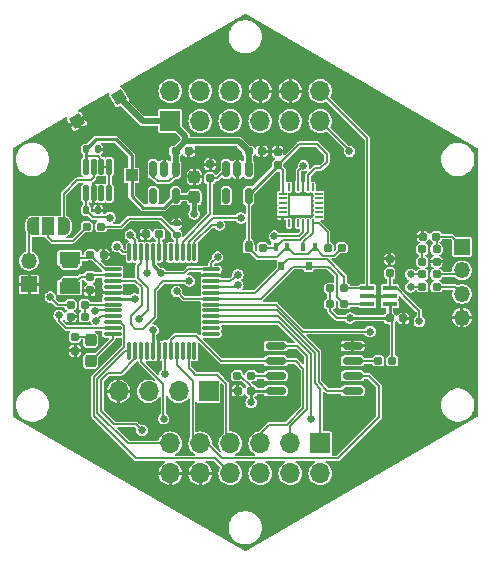
<source format=gbr>
%TF.GenerationSoftware,KiCad,Pcbnew,7.0.5*%
%TF.CreationDate,2024-01-17T11:16:08-05:00*%
%TF.ProjectId,MCU,4d43552e-6b69-4636-9164-5f7063625858,rev?*%
%TF.SameCoordinates,Original*%
%TF.FileFunction,Copper,L1,Top*%
%TF.FilePolarity,Positive*%
%FSLAX46Y46*%
G04 Gerber Fmt 4.6, Leading zero omitted, Abs format (unit mm)*
G04 Created by KiCad (PCBNEW 7.0.5) date 2024-01-17 11:16:08*
%MOMM*%
%LPD*%
G01*
G04 APERTURE LIST*
G04 Aperture macros list*
%AMRoundRect*
0 Rectangle with rounded corners*
0 $1 Rounding radius*
0 $2 $3 $4 $5 $6 $7 $8 $9 X,Y pos of 4 corners*
0 Add a 4 corners polygon primitive as box body*
4,1,4,$2,$3,$4,$5,$6,$7,$8,$9,$2,$3,0*
0 Add four circle primitives for the rounded corners*
1,1,$1+$1,$2,$3*
1,1,$1+$1,$4,$5*
1,1,$1+$1,$6,$7*
1,1,$1+$1,$8,$9*
0 Add four rect primitives between the rounded corners*
20,1,$1+$1,$2,$3,$4,$5,0*
20,1,$1+$1,$4,$5,$6,$7,0*
20,1,$1+$1,$6,$7,$8,$9,0*
20,1,$1+$1,$8,$9,$2,$3,0*%
%AMRotRect*
0 Rectangle, with rotation*
0 The origin of the aperture is its center*
0 $1 length*
0 $2 width*
0 $3 Rotation angle, in degrees counterclockwise*
0 Add horizontal line*
21,1,$1,$2,0,0,$3*%
%AMFreePoly0*
4,1,19,0.550000,-0.750000,0.000000,-0.750000,0.000000,-0.744911,-0.071157,-0.744911,-0.207708,-0.704816,-0.327430,-0.627875,-0.420627,-0.520320,-0.479746,-0.390866,-0.500000,-0.250000,-0.500000,0.250000,-0.479746,0.390866,-0.420627,0.520320,-0.327430,0.627875,-0.207708,0.704816,-0.071157,0.744911,0.000000,0.744911,0.000000,0.750000,0.550000,0.750000,0.550000,-0.750000,0.550000,-0.750000,
$1*%
%AMFreePoly1*
4,1,19,0.000000,0.744911,0.071157,0.744911,0.207708,0.704816,0.327430,0.627875,0.420627,0.520320,0.479746,0.390866,0.500000,0.250000,0.500000,-0.250000,0.479746,-0.390866,0.420627,-0.520320,0.327430,-0.627875,0.207708,-0.704816,0.071157,-0.744911,0.000000,-0.744911,0.000000,-0.750000,-0.550000,-0.750000,-0.550000,0.750000,0.000000,0.750000,0.000000,0.744911,0.000000,0.744911,
$1*%
G04 Aperture macros list end*
%TA.AperFunction,SMDPad,CuDef*%
%ADD10RoundRect,0.155000X0.212500X0.155000X-0.212500X0.155000X-0.212500X-0.155000X0.212500X-0.155000X0*%
%TD*%
%TA.AperFunction,SMDPad,CuDef*%
%ADD11RoundRect,0.160000X-0.197500X-0.160000X0.197500X-0.160000X0.197500X0.160000X-0.197500X0.160000X0*%
%TD*%
%TA.AperFunction,SMDPad,CuDef*%
%ADD12RoundRect,0.150000X-0.150000X0.512500X-0.150000X-0.512500X0.150000X-0.512500X0.150000X0.512500X0*%
%TD*%
%TA.AperFunction,SMDPad,CuDef*%
%ADD13RoundRect,0.160000X0.197500X0.160000X-0.197500X0.160000X-0.197500X-0.160000X0.197500X-0.160000X0*%
%TD*%
%TA.AperFunction,ComponentPad*%
%ADD14R,1.700000X1.700000*%
%TD*%
%TA.AperFunction,ComponentPad*%
%ADD15O,1.700000X1.700000*%
%TD*%
%TA.AperFunction,SMDPad,CuDef*%
%ADD16R,1.800000X1.000000*%
%TD*%
%TA.AperFunction,SMDPad,CuDef*%
%ADD17RoundRect,0.237500X-0.237500X0.300000X-0.237500X-0.300000X0.237500X-0.300000X0.237500X0.300000X0*%
%TD*%
%TA.AperFunction,SMDPad,CuDef*%
%ADD18RoundRect,0.155000X-0.212500X-0.155000X0.212500X-0.155000X0.212500X0.155000X-0.212500X0.155000X0*%
%TD*%
%TA.AperFunction,SMDPad,CuDef*%
%ADD19RoundRect,0.155000X0.155000X-0.212500X0.155000X0.212500X-0.155000X0.212500X-0.155000X-0.212500X0*%
%TD*%
%TA.AperFunction,SMDPad,CuDef*%
%ADD20RoundRect,0.125000X0.125000X-0.537500X0.125000X0.537500X-0.125000X0.537500X-0.125000X-0.537500X0*%
%TD*%
%TA.AperFunction,SMDPad,CuDef*%
%ADD21RoundRect,0.135000X-0.135000X-0.185000X0.135000X-0.185000X0.135000X0.185000X-0.135000X0.185000X0*%
%TD*%
%TA.AperFunction,SMDPad,CuDef*%
%ADD22RotRect,1.000000X1.000000X30.000000*%
%TD*%
%TA.AperFunction,SMDPad,CuDef*%
%ADD23RoundRect,0.250000X0.450000X-0.350000X0.450000X0.350000X-0.450000X0.350000X-0.450000X-0.350000X0*%
%TD*%
%TA.AperFunction,SMDPad,CuDef*%
%ADD24RoundRect,0.140000X0.170000X-0.140000X0.170000X0.140000X-0.170000X0.140000X-0.170000X-0.140000X0*%
%TD*%
%TA.AperFunction,SMDPad,CuDef*%
%ADD25RoundRect,0.075000X-0.662500X-0.075000X0.662500X-0.075000X0.662500X0.075000X-0.662500X0.075000X0*%
%TD*%
%TA.AperFunction,SMDPad,CuDef*%
%ADD26RoundRect,0.075000X-0.075000X-0.662500X0.075000X-0.662500X0.075000X0.662500X-0.075000X0.662500X0*%
%TD*%
%TA.AperFunction,SMDPad,CuDef*%
%ADD27RoundRect,0.160000X-0.160000X0.197500X-0.160000X-0.197500X0.160000X-0.197500X0.160000X0.197500X0*%
%TD*%
%TA.AperFunction,SMDPad,CuDef*%
%ADD28R,0.460000X0.700000*%
%TD*%
%TA.AperFunction,SMDPad,CuDef*%
%ADD29R,0.500000X0.700000*%
%TD*%
%TA.AperFunction,SMDPad,CuDef*%
%ADD30RoundRect,0.050000X0.262500X0.050000X-0.262500X0.050000X-0.262500X-0.050000X0.262500X-0.050000X0*%
%TD*%
%TA.AperFunction,SMDPad,CuDef*%
%ADD31RoundRect,0.050000X-0.050000X0.262500X-0.050000X-0.262500X0.050000X-0.262500X0.050000X0.262500X0*%
%TD*%
%TA.AperFunction,SMDPad,CuDef*%
%ADD32R,1.200000X0.400000*%
%TD*%
%TA.AperFunction,SMDPad,CuDef*%
%ADD33RoundRect,0.140000X-0.140000X-0.170000X0.140000X-0.170000X0.140000X0.170000X-0.140000X0.170000X0*%
%TD*%
%TA.AperFunction,SMDPad,CuDef*%
%ADD34FreePoly0,180.000000*%
%TD*%
%TA.AperFunction,SMDPad,CuDef*%
%ADD35R,1.000000X1.500000*%
%TD*%
%TA.AperFunction,SMDPad,CuDef*%
%ADD36FreePoly1,180.000000*%
%TD*%
%TA.AperFunction,SMDPad,CuDef*%
%ADD37RoundRect,0.160000X0.160000X-0.197500X0.160000X0.197500X-0.160000X0.197500X-0.160000X-0.197500X0*%
%TD*%
%TA.AperFunction,ComponentPad*%
%ADD38R,1.350000X1.350000*%
%TD*%
%TA.AperFunction,ComponentPad*%
%ADD39O,1.350000X1.350000*%
%TD*%
%TA.AperFunction,SMDPad,CuDef*%
%ADD40R,1.000000X1.000000*%
%TD*%
%TA.AperFunction,SMDPad,CuDef*%
%ADD41RoundRect,0.150000X0.712500X0.150000X-0.712500X0.150000X-0.712500X-0.150000X0.712500X-0.150000X0*%
%TD*%
%TA.AperFunction,SMDPad,CuDef*%
%ADD42RoundRect,0.237500X-0.237500X0.287500X-0.237500X-0.287500X0.237500X-0.287500X0.237500X0.287500X0*%
%TD*%
%TA.AperFunction,ViaPad*%
%ADD43C,0.660400*%
%TD*%
%TA.AperFunction,Conductor*%
%ADD44C,0.152400*%
%TD*%
%TA.AperFunction,Conductor*%
%ADD45C,0.254000*%
%TD*%
%TA.AperFunction,Conductor*%
%ADD46C,0.381000*%
%TD*%
%TA.AperFunction,Conductor*%
%ADD47C,0.508000*%
%TD*%
G04 APERTURE END LIST*
D10*
%TO.P,C7,1*%
%TO.N,+5V*%
X166327500Y-96238621D03*
%TO.P,C7,2*%
%TO.N,GND*%
X165192500Y-96238621D03*
%TD*%
D11*
%TO.P,R15,1*%
%TO.N,/A0*%
X165162500Y-98363621D03*
%TO.P,R15,2*%
%TO.N,GND*%
X166357500Y-98363621D03*
%TD*%
%TO.P,R6,1*%
%TO.N,/USB-*%
X165162500Y-100498621D03*
%TO.P,R6,2*%
%TO.N,Net-(J6-Pin_3)*%
X166357500Y-100498621D03*
%TD*%
D12*
%TO.P,U4,1,VIN*%
%TO.N,/VBAT*%
X144267500Y-90521121D03*
%TO.P,U4,2,GND*%
%TO.N,GND*%
X143317500Y-90521121D03*
%TO.P,U4,3,EN*%
%TO.N,/VBAT*%
X142367500Y-90521121D03*
%TO.P,U4,4,NC*%
%TO.N,unconnected-(U4-NC-Pad4)*%
X142367500Y-92796121D03*
%TO.P,U4,5,VOUT*%
%TO.N,VCC*%
X144267500Y-92796121D03*
%TD*%
D13*
%TO.P,R8,1*%
%TO.N,/A1*%
X136565000Y-103028621D03*
%TO.P,R8,2*%
%TO.N,GND*%
X135370000Y-103028621D03*
%TD*%
D14*
%TO.P,J1,1,Pin_1*%
%TO.N,/VBAT*%
X143810000Y-86465599D03*
D15*
%TO.P,J1,2,Pin_2*%
%TO.N,/D8*%
X143810000Y-83925599D03*
%TO.P,J1,3,Pin_3*%
%TO.N,/A5*%
X146350000Y-86465599D03*
%TO.P,J1,4,Pin_4*%
%TO.N,/A3*%
X146350000Y-83925599D03*
%TO.P,J1,5,Pin_5*%
%TO.N,/VBUS*%
X148890000Y-86465599D03*
%TO.P,J1,6,Pin_6*%
%TO.N,/A2*%
X148890000Y-83925599D03*
%TO.P,J1,7,Pin_7*%
%TO.N,/RXD*%
X151430000Y-86465599D03*
%TO.P,J1,8,Pin_8*%
%TO.N,GND*%
X151430000Y-83925599D03*
%TO.P,J1,9,Pin_9*%
%TO.N,/TXD*%
X153970000Y-86465599D03*
%TO.P,J1,10,Pin_10*%
%TO.N,GND*%
X153970000Y-83925599D03*
%TO.P,J1,11,Pin_11*%
%TO.N,/SDA*%
X156510000Y-86465599D03*
%TO.P,J1,12,Pin_12*%
%TO.N,/SCL*%
X156510000Y-83925599D03*
%TD*%
D13*
%TO.P,R14,1*%
%TO.N,+5V*%
X166357500Y-97296121D03*
%TO.P,R14,2*%
%TO.N,/A0*%
X165162500Y-97296121D03*
%TD*%
D16*
%TO.P,Y1,1,1*%
%TO.N,Net-(U2-PA01)*%
X135310000Y-100568621D03*
%TO.P,Y1,2,2*%
%TO.N,Net-(U2-PA00)*%
X135310000Y-98068621D03*
%TD*%
D12*
%TO.P,U6,1,VIN*%
%TO.N,/VBAT*%
X150450000Y-90521121D03*
%TO.P,U6,2,GND*%
%TO.N,GND*%
X149500000Y-90521121D03*
%TO.P,U6,3,EN*%
%TO.N,/1V8_EN*%
X148550000Y-90521121D03*
%TO.P,U6,4,NC*%
%TO.N,unconnected-(U6-NC-Pad4)*%
X148550000Y-92796121D03*
%TO.P,U6,5,VOUT*%
%TO.N,+1V8*%
X150450000Y-92796121D03*
%TD*%
D17*
%TO.P,C9,1*%
%TO.N,GND*%
X145837500Y-91186121D03*
%TO.P,C9,2*%
%TO.N,VCC*%
X145837500Y-92911121D03*
%TD*%
D13*
%TO.P,R12,1*%
%TO.N,Net-(U1-~{HOLD})*%
X150667500Y-108033621D03*
%TO.P,R12,2*%
%TO.N,VCC*%
X149472500Y-108033621D03*
%TD*%
D18*
%TO.P,C1,1*%
%TO.N,VCC*%
X162402500Y-103178621D03*
%TO.P,C1,2*%
%TO.N,GND*%
X163537500Y-103178621D03*
%TD*%
D19*
%TO.P,C4,1*%
%TO.N,GND*%
X137010000Y-100786121D03*
%TO.P,C4,2*%
%TO.N,Net-(U2-PA01)*%
X137010000Y-99651121D03*
%TD*%
D20*
%TO.P,U3,1,WDI*%
%TO.N,/RXLED*%
X136685000Y-92586121D03*
%TO.P,U3,2,GND*%
%TO.N,GND*%
X137335000Y-92586121D03*
%TO.P,U3,3,NC*%
%TO.N,unconnected-(U3-NC-Pad3)*%
X137985000Y-92586121D03*
%TO.P,U3,4,SET0*%
%TO.N,VCC*%
X138635000Y-92586121D03*
%TO.P,U3,5,SET1*%
X138635000Y-90311121D03*
%TO.P,U3,6,SET2*%
X137985000Y-90311121D03*
%TO.P,U3,7,~{WDO}*%
%TO.N,Net-(JP1-A)*%
X137335000Y-90311121D03*
%TO.P,U3,8,VCC*%
%TO.N,VCC*%
X136685000Y-90311121D03*
%TD*%
D14*
%TO.P,J2,1,Pin_1*%
%TO.N,/D12*%
X156510000Y-113743621D03*
D15*
%TO.P,J2,2,Pin_2*%
%TO.N,/D10*%
X156510000Y-116283621D03*
%TO.P,J2,3,Pin_3*%
%TO.N,/MOSI*%
X153970000Y-113743621D03*
%TO.P,J2,4,Pin_4*%
%TO.N,/D1*%
X153970000Y-116283621D03*
%TO.P,J2,5,Pin_5*%
%TO.N,/SCK*%
X151430000Y-113743621D03*
%TO.P,J2,6,Pin_6*%
%TO.N,/D3*%
X151430000Y-116283621D03*
%TO.P,J2,7,Pin_7*%
%TO.N,/D2*%
X148890000Y-113743621D03*
%TO.P,J2,8,Pin_8*%
%TO.N,/A4*%
X148890000Y-116283621D03*
%TO.P,J2,9,Pin_9*%
%TO.N,/MISO*%
X146350000Y-113743621D03*
%TO.P,J2,10,Pin_10*%
%TO.N,GND*%
X146350000Y-116283621D03*
%TO.P,J2,11,Pin_11*%
%TO.N,/D4*%
X143810000Y-113743621D03*
%TO.P,J2,12,Pin_12*%
%TO.N,GND*%
X143810000Y-116283621D03*
%TD*%
D21*
%TO.P,R4,1*%
%TO.N,/RXLED*%
X136680000Y-94028621D03*
%TO.P,R4,2*%
%TO.N,GND*%
X137700000Y-94028621D03*
%TD*%
D13*
%TO.P,R1,1*%
%TO.N,/SCL*%
X158537500Y-100638621D03*
%TO.P,R1,2*%
%TO.N,VCC*%
X157342500Y-100638621D03*
%TD*%
D22*
%TO.P,TP3,1,1*%
%TO.N,/VBAT*%
X139460000Y-84448621D03*
%TD*%
D23*
%TO.P,R19,1*%
%TO.N,Net-(U2-PA01)*%
X135310000Y-100318621D03*
%TO.P,R19,2*%
%TO.N,Net-(U2-PA00)*%
X135310000Y-98318621D03*
%TD*%
D24*
%TO.P,C13,1*%
%TO.N,/~{RESET}*%
X144350000Y-96088621D03*
%TO.P,C13,2*%
%TO.N,GND*%
X144350000Y-95128621D03*
%TD*%
D25*
%TO.P,U2,1,PA00*%
%TO.N,Net-(U2-PA00)*%
X138947500Y-98998621D03*
%TO.P,U2,2,PA01*%
%TO.N,Net-(U2-PA01)*%
X138947500Y-99498621D03*
%TO.P,U2,3,PA02*%
%TO.N,/A0*%
X138947500Y-99998621D03*
%TO.P,U2,4,PA03*%
%TO.N,unconnected-(U2-PA03-Pad4)*%
X138947500Y-100498621D03*
%TO.P,U2,5,GNDANA*%
%TO.N,GND*%
X138947500Y-100998621D03*
%TO.P,U2,6,VDDANA*%
%TO.N,VCC*%
X138947500Y-101498621D03*
%TO.P,U2,7,PB08*%
%TO.N,/A1*%
X138947500Y-101998621D03*
%TO.P,U2,8,PB09*%
%TO.N,/A2*%
X138947500Y-102498621D03*
%TO.P,U2,9,PA04*%
%TO.N,/A3*%
X138947500Y-102998621D03*
%TO.P,U2,10,PA05*%
%TO.N,/A4*%
X138947500Y-103498621D03*
%TO.P,U2,11,PA06*%
%TO.N,/D8*%
X138947500Y-103998621D03*
%TO.P,U2,12,PA07*%
%TO.N,/D9*%
X138947500Y-104498621D03*
D26*
%TO.P,U2,13,PA08*%
%TO.N,/D4*%
X140360000Y-105911121D03*
%TO.P,U2,14,PA09*%
%TO.N,/D3*%
X140860000Y-105911121D03*
%TO.P,U2,15,PA10*%
%TO.N,/D1*%
X141360000Y-105911121D03*
%TO.P,U2,16,PA11*%
%TO.N,/D0*%
X141860000Y-105911121D03*
%TO.P,U2,17,VDDIO*%
%TO.N,VCC*%
X142360000Y-105911121D03*
%TO.P,U2,18,GND*%
%TO.N,GND*%
X142860000Y-105911121D03*
%TO.P,U2,19,PB10*%
%TO.N,/MOSI*%
X143360000Y-105911121D03*
%TO.P,U2,20,PB11*%
%TO.N,/SCK*%
X143860000Y-105911121D03*
%TO.P,U2,21,PA12*%
%TO.N,/MISO*%
X144360000Y-105911121D03*
%TO.P,U2,22,PA13*%
%TO.N,unconnected-(U2-PA13-Pad22)*%
X144860000Y-105911121D03*
%TO.P,U2,23,PA14*%
%TO.N,/D2*%
X145360000Y-105911121D03*
%TO.P,U2,24,PA15*%
%TO.N,/D5*%
X145860000Y-105911121D03*
D25*
%TO.P,U2,25,PA16*%
%TO.N,/D11*%
X147272500Y-104498621D03*
%TO.P,U2,26,PA17*%
%TO.N,/D13*%
X147272500Y-103998621D03*
%TO.P,U2,27,PA18*%
%TO.N,/D10*%
X147272500Y-103498621D03*
%TO.P,U2,28,PA19*%
%TO.N,/D12*%
X147272500Y-102998621D03*
%TO.P,U2,29,PA20*%
%TO.N,/D6*%
X147272500Y-102498621D03*
%TO.P,U2,30,PA21*%
%TO.N,/D7*%
X147272500Y-101998621D03*
%TO.P,U2,31,PA22*%
%TO.N,/SDA*%
X147272500Y-101498621D03*
%TO.P,U2,32,PA23*%
%TO.N,/SCL*%
X147272500Y-100998621D03*
%TO.P,U2,33,PA24*%
%TO.N,/USB-*%
X147272500Y-100498621D03*
%TO.P,U2,34,PA25*%
%TO.N,/USB+*%
X147272500Y-99998621D03*
%TO.P,U2,35,GND*%
%TO.N,GND*%
X147272500Y-99498621D03*
%TO.P,U2,36,VDDIO*%
%TO.N,VCC*%
X147272500Y-98998621D03*
D26*
%TO.P,U2,37,PB22*%
%TO.N,/RXD*%
X145860000Y-97586121D03*
%TO.P,U2,38,PB23*%
%TO.N,/TXD*%
X145360000Y-97586121D03*
%TO.P,U2,39,PA27*%
%TO.N,/1V8_EN*%
X144860000Y-97586121D03*
%TO.P,U2,40,~{RESET}*%
%TO.N,/~{RESET}*%
X144360000Y-97586121D03*
%TO.P,U2,41,PA28*%
%TO.N,/MPPT_EN*%
X143860000Y-97586121D03*
%TO.P,U2,42,GND*%
%TO.N,GND*%
X143360000Y-97586121D03*
%TO.P,U2,43,VDDCORE*%
%TO.N,Net-(U2-VDDCORE)*%
X142860000Y-97586121D03*
%TO.P,U2,44,VDDIN*%
%TO.N,VCC*%
X142360000Y-97586121D03*
%TO.P,U2,45,PA30*%
%TO.N,/SWDCLK*%
X141860000Y-97586121D03*
%TO.P,U2,46,PA31*%
%TO.N,/SWDIO*%
X141360000Y-97586121D03*
%TO.P,U2,47,PB02*%
%TO.N,/A5*%
X140860000Y-97586121D03*
%TO.P,U2,48,PB03*%
%TO.N,/RXLED*%
X140360000Y-97586121D03*
%TD*%
D19*
%TO.P,C11,1*%
%TO.N,+1V8*%
X152930000Y-90216121D03*
%TO.P,C11,2*%
%TO.N,GND*%
X152930000Y-89081121D03*
%TD*%
D11*
%TO.P,R13,1*%
%TO.N,Net-(U1-~{WP})*%
X161412500Y-106768621D03*
%TO.P,R13,2*%
%TO.N,VCC*%
X162607500Y-106768621D03*
%TD*%
D10*
%TO.P,C3,1*%
%TO.N,VCC*%
X150657500Y-109308621D03*
%TO.P,C3,2*%
%TO.N,GND*%
X149522500Y-109308621D03*
%TD*%
D27*
%TO.P,R3,1*%
%TO.N,GND*%
X162410000Y-98141121D03*
%TO.P,R3,2*%
%TO.N,/D7*%
X162410000Y-99336121D03*
%TD*%
D14*
%TO.P,J4,1,Pin_1*%
%TO.N,VCC*%
X147060000Y-109358621D03*
D15*
%TO.P,J4,2,Pin_2*%
%TO.N,/SWDIO*%
X144520000Y-109358621D03*
%TO.P,J4,3,Pin_3*%
%TO.N,/SWDCLK*%
X141980000Y-109358621D03*
%TO.P,J4,4,Pin_4*%
%TO.N,GND*%
X139440000Y-109358621D03*
%TD*%
D28*
%TO.P,Q2,1*%
%TO.N,+1V8*%
X153730000Y-97150621D03*
%TO.P,Q2,2*%
%TO.N,/SCL_1V8*%
X152730000Y-97150621D03*
D29*
%TO.P,Q2,3*%
%TO.N,/SCL*%
X153230000Y-98750621D03*
%TD*%
D11*
%TO.P,R18,1*%
%TO.N,/SDA_1V8*%
X157132500Y-97198621D03*
%TO.P,R18,2*%
%TO.N,+1V8*%
X158327500Y-97198621D03*
%TD*%
D30*
%TO.P,U5,1,NC*%
%TO.N,unconnected-(U5-NC-Pad1)*%
X156397500Y-94598621D03*
%TO.P,U5,2,NC*%
%TO.N,unconnected-(U5-NC-Pad2)*%
X156397500Y-94198621D03*
%TO.P,U5,3,NC*%
%TO.N,unconnected-(U5-NC-Pad3)*%
X156397500Y-93798621D03*
%TO.P,U5,4,NC*%
%TO.N,unconnected-(U5-NC-Pad4)*%
X156397500Y-93398621D03*
%TO.P,U5,5,NC*%
%TO.N,unconnected-(U5-NC-Pad5)*%
X156397500Y-92998621D03*
%TO.P,U5,6,NC*%
%TO.N,unconnected-(U5-NC-Pad6)*%
X156397500Y-92598621D03*
D31*
%TO.P,U5,7,AUX_CL*%
%TO.N,unconnected-(U5-AUX_CL-Pad7)*%
X155860000Y-92061121D03*
%TO.P,U5,8,VDDIO*%
%TO.N,+1V8*%
X155460000Y-92061121D03*
%TO.P,U5,9,AD0/SDO*%
%TO.N,GND*%
X155060000Y-92061121D03*
%TO.P,U5,10,REGOUT*%
%TO.N,Net-(U5-REGOUT)*%
X154660000Y-92061121D03*
%TO.P,U5,11,FSYNC*%
%TO.N,GND*%
X154260000Y-92061121D03*
%TO.P,U5,12,INT1*%
%TO.N,unconnected-(U5-INT1-Pad12)*%
X153860000Y-92061121D03*
D30*
%TO.P,U5,13,VDD*%
%TO.N,+1V8*%
X153322500Y-92598621D03*
%TO.P,U5,14,NC*%
%TO.N,unconnected-(U5-NC-Pad14)*%
X153322500Y-92998621D03*
%TO.P,U5,15,NC*%
%TO.N,unconnected-(U5-NC-Pad15)*%
X153322500Y-93398621D03*
%TO.P,U5,16,NC*%
%TO.N,unconnected-(U5-NC-Pad16)*%
X153322500Y-93798621D03*
%TO.P,U5,17,NC*%
%TO.N,unconnected-(U5-NC-Pad17)*%
X153322500Y-94198621D03*
%TO.P,U5,18,GND*%
%TO.N,GND*%
X153322500Y-94598621D03*
D31*
%TO.P,U5,19,RESV_19*%
%TO.N,unconnected-(U5-RESV_19-Pad19)*%
X153860000Y-95136121D03*
%TO.P,U5,20,RESV_20*%
%TO.N,GND*%
X154260000Y-95136121D03*
%TO.P,U5,21,AUX_DA*%
%TO.N,unconnected-(U5-AUX_DA-Pad21)*%
X154660000Y-95136121D03*
%TO.P,U5,22,~{CS}*%
%TO.N,Net-(U5-~{CS})*%
X155060000Y-95136121D03*
%TO.P,U5,23,SCL/SCLK*%
%TO.N,/SCL_1V8*%
X155460000Y-95136121D03*
%TO.P,U5,24,SDA/SDI*%
%TO.N,/SDA_1V8*%
X155860000Y-95136121D03*
%TD*%
D27*
%TO.P,R11,1*%
%TO.N,Net-(D1-K)*%
X135750000Y-104708621D03*
%TO.P,R11,2*%
%TO.N,GND*%
X135750000Y-105903621D03*
%TD*%
D13*
%TO.P,R2,1*%
%TO.N,/SDA*%
X158537500Y-101938621D03*
%TO.P,R2,2*%
%TO.N,VCC*%
X157342500Y-101938621D03*
%TD*%
D32*
%TO.P,IC2,1,VCC*%
%TO.N,VCC*%
X162402500Y-101938621D03*
%TO.P,IC2,2,GND_1*%
%TO.N,GND*%
X162402500Y-101288621D03*
%TO.P,IC2,3,ENABLE*%
%TO.N,/D7*%
X162402500Y-100638621D03*
%TO.P,IC2,4,BUS2*%
%TO.N,/SCL*%
X160502500Y-100638621D03*
%TO.P,IC2,5,GND_2*%
%TO.N,GND*%
X160502500Y-101288621D03*
%TO.P,IC2,6,BUS1*%
%TO.N,/SDA*%
X160502500Y-101938621D03*
%TD*%
D10*
%TO.P,C2,1*%
%TO.N,GND*%
X138177500Y-97768621D03*
%TO.P,C2,2*%
%TO.N,Net-(U2-PA00)*%
X137042500Y-97768621D03*
%TD*%
D33*
%TO.P,C10,1*%
%TO.N,VCC*%
X136700000Y-88838621D03*
%TO.P,C10,2*%
%TO.N,GND*%
X137660000Y-88838621D03*
%TD*%
D34*
%TO.P,JP1,1,A*%
%TO.N,Net-(JP1-A)*%
X134800000Y-95378621D03*
D35*
%TO.P,JP1,2,C*%
%TO.N,Net-(JP1-C)*%
X133500000Y-95378621D03*
D36*
%TO.P,JP1,3,B*%
%TO.N,Net-(J5-Pin_2)*%
X132200000Y-95378621D03*
%TD*%
D22*
%TO.P,TP2,1,1*%
%TO.N,GND*%
X135910000Y-86498621D03*
%TD*%
D28*
%TO.P,Q1,1*%
%TO.N,+1V8*%
X156040000Y-97150621D03*
%TO.P,Q1,2*%
%TO.N,/SDA_1V8*%
X155040000Y-97150621D03*
D29*
%TO.P,Q1,3*%
%TO.N,/SDA*%
X155540000Y-98750621D03*
%TD*%
D11*
%TO.P,R9,1*%
%TO.N,Net-(JP1-C)*%
X136752500Y-95398621D03*
%TO.P,R9,2*%
%TO.N,/~{RESET}*%
X137947500Y-95398621D03*
%TD*%
D37*
%TO.P,R16,1*%
%TO.N,/1V8_EN*%
X147180000Y-91306121D03*
%TO.P,R16,2*%
%TO.N,GND*%
X147180000Y-90111121D03*
%TD*%
D38*
%TO.P,J6,1,Pin_1*%
%TO.N,+5V*%
X168510000Y-97104610D03*
D39*
%TO.P,J6,2,Pin_2*%
%TO.N,Net-(J6-Pin_2)*%
X168510000Y-99104610D03*
%TO.P,J6,3,Pin_3*%
%TO.N,Net-(J6-Pin_3)*%
X168510000Y-101104610D03*
%TO.P,J6,4,Pin_4*%
%TO.N,GND*%
X168510000Y-103104610D03*
%TD*%
D18*
%TO.P,C8,1*%
%TO.N,/VBAT*%
X144262500Y-89028621D03*
%TO.P,C8,2*%
%TO.N,GND*%
X145397500Y-89028621D03*
%TD*%
D11*
%TO.P,R5,1*%
%TO.N,/USB+*%
X165162500Y-99431121D03*
%TO.P,R5,2*%
%TO.N,Net-(J6-Pin_2)*%
X166357500Y-99431121D03*
%TD*%
D40*
%TO.P,TP1,1,1*%
%TO.N,VCC*%
X140537500Y-91048621D03*
%TD*%
D13*
%TO.P,R17,1*%
%TO.N,/SCL_1V8*%
X151645000Y-97198621D03*
%TO.P,R17,2*%
%TO.N,+1V8*%
X150450000Y-97198621D03*
%TD*%
D41*
%TO.P,U1,1,~{CS}*%
%TO.N,/D6*%
X159260000Y-109303621D03*
%TO.P,U1,2,SO*%
%TO.N,/MISO*%
X159260000Y-108033621D03*
%TO.P,U1,3,~{WP}*%
%TO.N,Net-(U1-~{WP})*%
X159260000Y-106763621D03*
%TO.P,U1,4,GND*%
%TO.N,GND*%
X159260000Y-105498621D03*
%TO.P,U1,5,SI*%
%TO.N,/MOSI*%
X152760000Y-105498621D03*
%TO.P,U1,6,SCK*%
%TO.N,/SCK*%
X152760000Y-106763621D03*
%TO.P,U1,7,~{HOLD}*%
%TO.N,Net-(U1-~{HOLD})*%
X152760000Y-108033621D03*
%TO.P,U1,8,VDD*%
%TO.N,VCC*%
X152760000Y-109303621D03*
%TD*%
D11*
%TO.P,R7,1*%
%TO.N,/VBAT*%
X135370000Y-102008621D03*
%TO.P,R7,2*%
%TO.N,/A1*%
X136565000Y-102008621D03*
%TD*%
D18*
%TO.P,C12,1*%
%TO.N,GND*%
X141732500Y-96048621D03*
%TO.P,C12,2*%
%TO.N,Net-(U2-VDDCORE)*%
X142867500Y-96048621D03*
%TD*%
D42*
%TO.P,D1,1,K*%
%TO.N,Net-(D1-K)*%
X137080000Y-105026121D03*
%TO.P,D1,2,A*%
%TO.N,/D9*%
X137080000Y-106776121D03*
%TD*%
D18*
%TO.P,C14,1*%
%TO.N,/VBAT*%
X150442500Y-89028621D03*
%TO.P,C14,2*%
%TO.N,GND*%
X151577500Y-89028621D03*
%TD*%
D38*
%TO.P,J5,1,Pin_1*%
%TO.N,GND*%
X131860000Y-100298621D03*
D39*
%TO.P,J5,2,Pin_2*%
%TO.N,Net-(J5-Pin_2)*%
X131860000Y-98298621D03*
%TD*%
D43*
%TO.N,GND*%
X164560000Y-108398621D03*
X146450000Y-111498621D03*
X160560000Y-114398621D03*
X164560000Y-110398621D03*
X146810000Y-107148621D03*
X159560000Y-98648621D03*
X147870000Y-111498621D03*
X157280000Y-110868621D03*
X158990000Y-110858621D03*
X151160000Y-82198621D03*
X151160000Y-111458621D03*
X149160000Y-118198621D03*
X145410000Y-102448621D03*
X164560000Y-112398621D03*
X138660000Y-86698621D03*
X155410000Y-103448621D03*
X154410000Y-100948621D03*
X157160000Y-107148621D03*
X159560000Y-95648621D03*
X154170000Y-110398621D03*
X138560000Y-114398621D03*
X155160000Y-118198621D03*
X163160000Y-86198621D03*
X163160000Y-95198621D03*
X159600000Y-93308621D03*
X162560000Y-114398621D03*
X134660000Y-89198621D03*
X153154300Y-80198620D03*
X159160000Y-84198621D03*
X162560000Y-110398621D03*
X155410000Y-102448621D03*
X166560000Y-108398621D03*
X131160000Y-107198621D03*
X150330000Y-104448621D03*
X149160000Y-82198621D03*
X161160000Y-85198621D03*
X141910000Y-111218621D03*
X166560000Y-104198621D03*
X153410000Y-100948621D03*
X134560000Y-110398621D03*
X147160000Y-118198621D03*
X158310000Y-98398621D03*
X151960000Y-95298621D03*
X134660000Y-91198621D03*
X139750000Y-111218621D03*
X134560000Y-106398621D03*
X162560000Y-112398621D03*
X132560000Y-104398621D03*
X161160000Y-95198621D03*
X165160000Y-95198621D03*
X137660000Y-85198621D03*
X147160000Y-80198621D03*
X154460000Y-107698621D03*
X134560000Y-104738621D03*
X163160000Y-89198621D03*
X145410000Y-103948621D03*
X149510000Y-110268621D03*
X151960000Y-93838621D03*
X167160000Y-93198621D03*
X158560000Y-116398621D03*
X153160000Y-120198621D03*
X136560000Y-108398621D03*
X157160000Y-105898621D03*
X161160000Y-93198621D03*
X151850000Y-104458621D03*
X158060000Y-95648621D03*
X153160000Y-118198621D03*
X164560000Y-106398621D03*
X148840000Y-105698621D03*
X136560000Y-112398621D03*
X143410000Y-102948621D03*
X147160000Y-120198621D03*
X131660000Y-92698621D03*
X148660000Y-96698621D03*
X151160000Y-118198621D03*
X154410000Y-102448621D03*
X166560000Y-106398621D03*
X131160000Y-105198621D03*
X145160000Y-82198621D03*
X157160000Y-108398621D03*
X165160000Y-89198621D03*
X145160000Y-118198621D03*
X150330000Y-105698621D03*
X136560000Y-110398621D03*
X161160000Y-87198621D03*
X163160000Y-91198621D03*
X168560000Y-106398621D03*
X134160000Y-87698621D03*
X163160000Y-97198621D03*
X143410000Y-101448621D03*
X155410000Y-100948621D03*
X159560000Y-97148621D03*
X160620000Y-110858621D03*
X131160000Y-103198621D03*
X133160000Y-92698621D03*
X158990000Y-112488621D03*
X134560000Y-108398621D03*
X165160000Y-87198621D03*
X156420000Y-105038621D03*
X161160000Y-89198621D03*
X161160000Y-91198621D03*
X165160000Y-91198621D03*
X140560000Y-116398621D03*
X162560000Y-108398621D03*
X132560000Y-102398621D03*
X153160000Y-82198621D03*
X167160000Y-95198621D03*
X165160000Y-93198621D03*
X148840000Y-104448621D03*
X155160000Y-82198621D03*
X134560000Y-112398621D03*
X163160000Y-93198621D03*
X161330000Y-98728621D03*
X155080000Y-89098621D03*
X147160000Y-82198621D03*
X158160000Y-91198621D03*
X141160000Y-83698621D03*
X132560000Y-106398621D03*
X144780000Y-110878621D03*
X156160000Y-89538621D03*
X132560000Y-108398621D03*
X169160000Y-93198621D03*
X140660000Y-87698621D03*
X149520000Y-111538621D03*
X169160000Y-95198621D03*
X152810000Y-111148621D03*
X161160000Y-97198621D03*
%TO.N,VCC*%
X140790000Y-101508621D03*
X145840000Y-94328621D03*
X147822500Y-97968621D03*
X142352500Y-104158621D03*
X150660000Y-110288621D03*
X159040000Y-103138621D03*
X143047500Y-99368621D03*
%TO.N,/VBAT*%
X133660000Y-101368621D03*
%TO.N,/SDA*%
X144350000Y-100878621D03*
X158980000Y-89028621D03*
%TO.N,/MOSI*%
X143370000Y-107898621D03*
%TO.N,/RXD*%
X147990000Y-95258621D03*
%TO.N,/SWDCLK*%
X141852500Y-99368621D03*
%TO.N,/SWDIO*%
X141150000Y-103248621D03*
%TO.N,/USB+*%
X149530000Y-99478621D03*
X164160000Y-99438621D03*
%TO.N,/USB-*%
X164160000Y-100508621D03*
X149530000Y-100358621D03*
%TO.N,/A5*%
X140430000Y-96108621D03*
%TO.N,/A2*%
X137460000Y-102578621D03*
%TO.N,/D7*%
X160730000Y-104288621D03*
X164900000Y-103428621D03*
%TO.N,/A0*%
X145440000Y-99998621D03*
X165162500Y-97296121D03*
%TO.N,/A3*%
X137570000Y-103418621D03*
%TO.N,/TXD*%
X149780000Y-94658621D03*
%TO.N,/D8*%
X134410000Y-102918621D03*
%TO.N,/D3*%
X141420000Y-112648621D03*
%TO.N,/D1*%
X143250000Y-111668621D03*
%TO.N,/D10*%
X155730000Y-111708621D03*
%TO.N,+1V8*%
X150450000Y-96858621D03*
%TO.N,Net-(U5-~{CS})*%
X152630000Y-96208621D03*
%TO.N,/RXLED*%
X139320000Y-97098621D03*
X138710000Y-94648621D03*
%TO.N,Net-(U5-REGOUT)*%
X155090000Y-90236121D03*
%TD*%
D44*
%TO.N,GND*%
X154260000Y-92061121D02*
X154260000Y-92448621D01*
X154260000Y-92448621D02*
X154440000Y-92628621D01*
D45*
X160502500Y-101288621D02*
X162402500Y-101288621D01*
D44*
X155060000Y-92488621D02*
X154920000Y-92628621D01*
X154440000Y-92628621D02*
X154920000Y-92628621D01*
X155060000Y-92061121D02*
X155060000Y-92488621D01*
D45*
%TO.N,VCC*%
X136685000Y-90311121D02*
X136685000Y-89398621D01*
D46*
X144382500Y-92911121D02*
X144267500Y-92796121D01*
D45*
X140537500Y-89356121D02*
X139190000Y-88008621D01*
D44*
X162607500Y-103383621D02*
X162402500Y-103178621D01*
D45*
X150657500Y-109308621D02*
X150657500Y-110286121D01*
X136685000Y-89398621D02*
X136685000Y-88853621D01*
X140780000Y-101498621D02*
X140790000Y-101508621D01*
X141510000Y-93798621D02*
X143265000Y-93798621D01*
X143265000Y-93798621D02*
X144267500Y-92796121D01*
D44*
X157342500Y-101938621D02*
X157342500Y-102531121D01*
D45*
X142360000Y-97586121D02*
X142360000Y-98681121D01*
D46*
X145837500Y-94326121D02*
X145840000Y-94328621D01*
D45*
X142360000Y-104166121D02*
X142352500Y-104158621D01*
D44*
X157947500Y-103136121D02*
X159012500Y-103136121D01*
D45*
X159012500Y-103136121D02*
X162360000Y-103136121D01*
D44*
X137985000Y-90311121D02*
X137985000Y-89723621D01*
X149472500Y-108033621D02*
X149755000Y-108033621D01*
D45*
X162360000Y-103136121D02*
X162402500Y-103178621D01*
X139190000Y-88008621D02*
X137940000Y-88008621D01*
X140537500Y-92826121D02*
X141510000Y-93798621D01*
X162402500Y-103178621D02*
X162402500Y-101938621D01*
X142360000Y-98681121D02*
X143047500Y-99368621D01*
X142360000Y-105911121D02*
X142360000Y-104166121D01*
D44*
X143047500Y-99368621D02*
X144940000Y-99368621D01*
X137660000Y-89398621D02*
X136685000Y-89398621D01*
X147272500Y-98518621D02*
X147822500Y-97968621D01*
D45*
X137530000Y-88008621D02*
X137940000Y-88008621D01*
D44*
X138635000Y-90311121D02*
X137985000Y-90311121D01*
X147272500Y-98998621D02*
X147272500Y-98518621D01*
D45*
X150657500Y-110286121D02*
X150660000Y-110288621D01*
D44*
X157342500Y-101938621D02*
X157342500Y-100638621D01*
D45*
X138947500Y-101498621D02*
X140780000Y-101498621D01*
D44*
X157342500Y-102531121D02*
X157947500Y-103136121D01*
X149755000Y-108033621D02*
X150657500Y-108936121D01*
D45*
X136700000Y-88838621D02*
X137530000Y-88008621D01*
X140537500Y-91048621D02*
X140537500Y-89356121D01*
D44*
X162607500Y-106768621D02*
X162607500Y-103383621D01*
X144940000Y-99368621D02*
X145310000Y-98998621D01*
X145310000Y-98998621D02*
X147272500Y-98998621D01*
D45*
X152397500Y-109303621D02*
X150662500Y-109303621D01*
D44*
X138635000Y-90311121D02*
X138635000Y-92586121D01*
D45*
X140537500Y-91048621D02*
X140537500Y-92826121D01*
X136685000Y-88853621D02*
X136700000Y-88838621D01*
D44*
X137985000Y-89723621D02*
X137660000Y-89398621D01*
D45*
X150662500Y-109303621D02*
X150657500Y-109308621D01*
D44*
X150657500Y-108936121D02*
X150657500Y-109308621D01*
D46*
X145837500Y-92911121D02*
X144382500Y-92911121D01*
X145837500Y-92911121D02*
X145837500Y-94326121D01*
D44*
%TO.N,+5V*%
X168510000Y-97104610D02*
X167644011Y-96238621D01*
X167644011Y-96238621D02*
X166327500Y-96238621D01*
X166357500Y-97296121D02*
X166357500Y-96268621D01*
X166357500Y-96268621D02*
X166327500Y-96238621D01*
D47*
%TO.N,/VBAT*%
X149602500Y-88188621D02*
X145094021Y-88188621D01*
D44*
X142750000Y-91568621D02*
X143690000Y-91568621D01*
D47*
X150442500Y-90513621D02*
X150450000Y-90521121D01*
X143810000Y-86465599D02*
X141476978Y-86465599D01*
X141476978Y-86465599D02*
X139460000Y-84448621D01*
D44*
X143690000Y-91568621D02*
X144267500Y-90991121D01*
X134300000Y-102008621D02*
X133660000Y-101368621D01*
X142367500Y-90521121D02*
X142367500Y-91186121D01*
D47*
X150442500Y-89028621D02*
X149602500Y-88188621D01*
X144267500Y-90521121D02*
X144267500Y-89033621D01*
D44*
X144267500Y-90991121D02*
X144267500Y-90521121D01*
X135370000Y-102008621D02*
X134300000Y-102008621D01*
D47*
X145094021Y-87749620D02*
X143810000Y-86465599D01*
X145094021Y-88188621D02*
X145094021Y-87749620D01*
X144262500Y-89020142D02*
X144262500Y-89028621D01*
X150442500Y-89028621D02*
X150442500Y-90513621D01*
X144267500Y-89033621D02*
X144262500Y-89028621D01*
D44*
X142367500Y-91186121D02*
X142750000Y-91568621D01*
D47*
X145094021Y-88188621D02*
X144262500Y-89020142D01*
D44*
%TO.N,/SDA*%
X147272500Y-101498621D02*
X144970000Y-101498621D01*
X151480000Y-101498621D02*
X150780000Y-101498621D01*
X158980000Y-88935599D02*
X156510000Y-86465599D01*
X147272500Y-101498621D02*
X150780000Y-101498621D01*
X158980000Y-89028621D02*
X158980000Y-88935599D01*
X157405000Y-99003621D02*
X157940000Y-99538621D01*
X158537500Y-101938621D02*
X160502500Y-101938621D01*
X157190000Y-98788621D02*
X157405000Y-99003621D01*
X154190000Y-98788621D02*
X151480000Y-101498621D01*
X155540000Y-98788621D02*
X154190000Y-98788621D01*
X155540000Y-98788621D02*
X157190000Y-98788621D01*
X157940000Y-99538621D02*
X157940000Y-101341121D01*
X157940000Y-101341121D02*
X158537500Y-101938621D01*
X144970000Y-101498621D02*
X144350000Y-100878621D01*
%TO.N,/SCL*%
X157135000Y-98233621D02*
X158537500Y-99636121D01*
X153795900Y-98184721D02*
X153230000Y-98750621D01*
X160502500Y-100638621D02*
X158537500Y-100638621D01*
X158537500Y-100638621D02*
X158537500Y-99636121D01*
X157086100Y-98184721D02*
X153795900Y-98184721D01*
X157135000Y-98233621D02*
X157086100Y-98184721D01*
X147272500Y-100998621D02*
X151020000Y-100998621D01*
X160502500Y-100638621D02*
X160502500Y-87918099D01*
X160502500Y-87918099D02*
X156510000Y-83925599D01*
X151020000Y-100998621D02*
X153230000Y-98788621D01*
%TO.N,/A1*%
X136575000Y-101998621D02*
X136565000Y-102008621D01*
X138947500Y-101998621D02*
X136575000Y-101998621D01*
X136565000Y-103028621D02*
X136565000Y-102008621D01*
%TO.N,/MOSI*%
X153970000Y-112298621D02*
X155400000Y-110868621D01*
X143370000Y-105921121D02*
X143360000Y-105911121D01*
X143370000Y-107898621D02*
X143370000Y-105921121D01*
X155400000Y-106318621D02*
X154580000Y-105498621D01*
X154580000Y-105498621D02*
X152610000Y-105498621D01*
X155400000Y-110868621D02*
X155400000Y-106318621D01*
X153970000Y-113743621D02*
X153970000Y-112298621D01*
%TO.N,/MISO*%
X160645000Y-108033621D02*
X159622500Y-108033621D01*
X158455000Y-114593621D02*
X161500000Y-111548621D01*
X146350000Y-113743621D02*
X146945000Y-113743621D01*
X146945000Y-113743621D02*
X148220000Y-115018621D01*
X145700000Y-113093621D02*
X145700000Y-108488621D01*
X145700000Y-108488621D02*
X144360000Y-107148621D01*
X161500000Y-111548621D02*
X161500000Y-108888621D01*
X148220000Y-115018621D02*
X158030000Y-115018621D01*
X144360000Y-107148621D02*
X144360000Y-105911121D01*
X158030000Y-115018621D02*
X158455000Y-114593621D01*
X161500000Y-108888621D02*
X160645000Y-108033621D01*
X146350000Y-113743621D02*
X145700000Y-113093621D01*
%TO.N,/D6*%
X156380000Y-106028621D02*
X152850000Y-102498621D01*
X156380000Y-108558621D02*
X156380000Y-106028621D01*
X152850000Y-102498621D02*
X147272500Y-102498621D01*
X157125000Y-109303621D02*
X156380000Y-108558621D01*
X159410000Y-109303621D02*
X157125000Y-109303621D01*
%TO.N,/SCK*%
X152610000Y-106763621D02*
X154435000Y-106763621D01*
X153686908Y-112168621D02*
X152200000Y-112168621D01*
X154435000Y-106763621D02*
X155085800Y-107414421D01*
X146030000Y-104668621D02*
X144200000Y-104668621D01*
X148125000Y-106763621D02*
X146030000Y-104668621D01*
X155085800Y-107414421D02*
X155085800Y-110769729D01*
X144200000Y-104668621D02*
X143860000Y-105008621D01*
X143860000Y-105008621D02*
X143860000Y-105911121D01*
X155085800Y-110769729D02*
X153686908Y-112168621D01*
X152200000Y-112168621D02*
X151430000Y-112938621D01*
X152397500Y-106763621D02*
X148125000Y-106763621D01*
X151430000Y-112938621D02*
X151430000Y-113743621D01*
%TO.N,/D2*%
X145770000Y-107748621D02*
X145950000Y-107928621D01*
X145360000Y-105911121D02*
X145360000Y-107338621D01*
X145360000Y-107338621D02*
X145770000Y-107748621D01*
X148570000Y-108718621D02*
X148570000Y-113423621D01*
X147780000Y-107928621D02*
X148570000Y-108718621D01*
X145950000Y-107928621D02*
X147780000Y-107928621D01*
X148570000Y-113423621D02*
X148890000Y-113743621D01*
%TO.N,/RXD*%
X145860000Y-96708621D02*
X147310000Y-95258621D01*
X145860000Y-97586121D02*
X145860000Y-96708621D01*
X147310000Y-95258621D02*
X147990000Y-95258621D01*
%TO.N,/SWDCLK*%
X141860000Y-97586121D02*
X141860000Y-99361121D01*
X141860000Y-99361121D02*
X141852500Y-99368621D01*
%TO.N,/SWDIO*%
X141230000Y-98588621D02*
X141070000Y-98748621D01*
X141070000Y-98748621D02*
X141070000Y-99748621D01*
X141900000Y-100578621D02*
X141900000Y-102498621D01*
X141900000Y-102498621D02*
X141150000Y-103248621D01*
X141070000Y-99748621D02*
X141900000Y-100578621D01*
X141360000Y-97586121D02*
X141360000Y-98458621D01*
X141360000Y-98458621D02*
X141230000Y-98588621D01*
%TO.N,/~{RESET}*%
X137947500Y-95398621D02*
X139630000Y-95398621D01*
X142990000Y-94728621D02*
X144350000Y-96088621D01*
X144360000Y-96098621D02*
X144350000Y-96088621D01*
X140300000Y-94728621D02*
X142990000Y-94728621D01*
X144360000Y-97586121D02*
X144360000Y-96098621D01*
X139630000Y-95398621D02*
X140300000Y-94728621D01*
%TO.N,Net-(U2-PA00)*%
X136742500Y-98068621D02*
X135310000Y-98068621D01*
X137042500Y-97768621D02*
X136742500Y-98068621D01*
X138272500Y-98998621D02*
X137042500Y-97768621D01*
X138947500Y-98998621D02*
X138272500Y-98998621D01*
%TO.N,Net-(JP1-A)*%
X134800000Y-92618621D02*
X134800000Y-95378621D01*
X137335000Y-91193621D02*
X137070000Y-91458621D01*
X137070000Y-91458621D02*
X135960000Y-91458621D01*
X135960000Y-91458621D02*
X134800000Y-92618621D01*
X137335000Y-90311121D02*
X137335000Y-91193621D01*
%TO.N,/USB+*%
X164160000Y-99438621D02*
X165155000Y-99438621D01*
X148910000Y-99998621D02*
X147272500Y-99998621D01*
X165155000Y-99438621D02*
X165162500Y-99431121D01*
X149530000Y-99478621D02*
X148910000Y-99998621D01*
%TO.N,/USB-*%
X147272500Y-100498621D02*
X149390000Y-100498621D01*
X164160000Y-100508621D02*
X165152500Y-100508621D01*
X149390000Y-100498621D02*
X149530000Y-100358621D01*
X165152500Y-100508621D02*
X165162500Y-100498621D01*
%TO.N,/A5*%
X140860000Y-96538621D02*
X140430000Y-96108621D01*
X140860000Y-97586121D02*
X140860000Y-96538621D01*
%TO.N,Net-(U2-PA01)*%
X137010000Y-99651121D02*
X136227500Y-99651121D01*
X138947500Y-99498621D02*
X137162500Y-99498621D01*
X137162500Y-99498621D02*
X137010000Y-99651121D01*
X136227500Y-99651121D02*
X135310000Y-100568621D01*
%TO.N,Net-(U2-VDDCORE)*%
X142860000Y-97586121D02*
X142860000Y-96056121D01*
X142860000Y-96056121D02*
X142867500Y-96048621D01*
%TO.N,Net-(D1-K)*%
X136762500Y-104708621D02*
X137080000Y-105026121D01*
X135750000Y-104708621D02*
X136762500Y-104708621D01*
%TO.N,Net-(J5-Pin_2)*%
X131860000Y-95718621D02*
X131860000Y-98298621D01*
X132200000Y-95378621D02*
X131860000Y-95718621D01*
%TO.N,Net-(J6-Pin_2)*%
X166357500Y-99431121D02*
X168183489Y-99431121D01*
X168183489Y-99431121D02*
X168510000Y-99104610D01*
%TO.N,Net-(J6-Pin_3)*%
X166357500Y-100498621D02*
X167904011Y-100498621D01*
X167904011Y-100498621D02*
X168510000Y-101104610D01*
%TO.N,Net-(JP1-C)*%
X133500000Y-96281021D02*
X133827600Y-96608621D01*
X133500000Y-95378621D02*
X133500000Y-96281021D01*
X135542500Y-96608621D02*
X136752500Y-95398621D01*
X133827600Y-96608621D02*
X135542500Y-96608621D01*
%TO.N,/A2*%
X138947500Y-102498621D02*
X137540000Y-102498621D01*
X137540000Y-102498621D02*
X137460000Y-102578621D01*
%TO.N,Net-(U1-~{HOLD})*%
X150667500Y-108033621D02*
X152397500Y-108033621D01*
%TO.N,Net-(U1-~{WP})*%
X159622500Y-106763621D02*
X161407500Y-106763621D01*
X161407500Y-106763621D02*
X161412500Y-106768621D01*
%TO.N,/D7*%
X162402500Y-100638621D02*
X163000000Y-100638621D01*
X160730000Y-104288621D02*
X155090000Y-104288621D01*
X163000000Y-100638621D02*
X163970000Y-101608621D01*
X147272500Y-101998621D02*
X151360000Y-101998621D01*
X155090000Y-104288621D02*
X152800000Y-101998621D01*
X152800000Y-101998621D02*
X151360000Y-101998621D01*
X162402500Y-99343621D02*
X162410000Y-99336121D01*
X164900000Y-102538621D02*
X164900000Y-103428621D01*
X162402500Y-100638621D02*
X162402500Y-99343621D01*
X163970000Y-101608621D02*
X164900000Y-102538621D01*
%TO.N,/A0*%
X140470000Y-102938621D02*
X140470000Y-103678621D01*
X143240000Y-99998621D02*
X145440000Y-99998621D01*
X142485000Y-103043621D02*
X142485000Y-100753621D01*
X141470000Y-104058621D02*
X142485000Y-103043621D01*
X140470000Y-103678621D02*
X140850000Y-104058621D01*
X140850000Y-104058621D02*
X141470000Y-104058621D01*
X142485000Y-100753621D02*
X143240000Y-99998621D01*
X141400000Y-102008621D02*
X140470000Y-102938621D01*
X140860000Y-99998621D02*
X141400000Y-100538621D01*
X141400000Y-100538621D02*
X141400000Y-102008621D01*
X138947500Y-99998621D02*
X140860000Y-99998621D01*
X165162500Y-98365287D02*
X165162500Y-97298621D01*
%TO.N,/A3*%
X137990000Y-102998621D02*
X137570000Y-103418621D01*
X138947500Y-102998621D02*
X137990000Y-102998621D01*
%TO.N,/A4*%
X137360000Y-111428621D02*
X137360000Y-108148621D01*
X140950000Y-115018621D02*
X137360000Y-111428621D01*
X147625000Y-115018621D02*
X140950000Y-115018621D01*
X148890000Y-116283621D02*
X147625000Y-115018621D01*
X139930000Y-103832226D02*
X139596395Y-103498621D01*
X139930000Y-105578621D02*
X139930000Y-103832226D01*
X139596395Y-103498621D02*
X138947500Y-103498621D01*
X137360000Y-108148621D02*
X139930000Y-105578621D01*
%TO.N,/TXD*%
X147410000Y-94658621D02*
X149780000Y-94658621D01*
X145360000Y-96708621D02*
X147410000Y-94658621D01*
X145360000Y-97586121D02*
X145360000Y-96708621D01*
%TO.N,/D8*%
X138947500Y-103998621D02*
X135000000Y-103998621D01*
X135000000Y-103998621D02*
X134410000Y-103408621D01*
X134410000Y-103408621D02*
X134410000Y-102918621D01*
%TO.N,/D9*%
X138947500Y-104908621D02*
X137080000Y-106776121D01*
X138947500Y-104498621D02*
X138947500Y-104908621D01*
%TO.N,/D4*%
X137652100Y-111140721D02*
X140255000Y-113743621D01*
X140255000Y-113743621D02*
X143810000Y-113743621D01*
X140360000Y-105911121D02*
X140010592Y-105911121D01*
X140010592Y-105911121D02*
X137652100Y-108269613D01*
X137652100Y-108269613D02*
X137652100Y-111140721D01*
%TO.N,/D3*%
X139073092Y-112148621D02*
X137944200Y-111019729D01*
X141420000Y-112648621D02*
X140920000Y-112148621D01*
X139631395Y-107788621D02*
X140860000Y-106560016D01*
X140920000Y-112148621D02*
X139073092Y-112148621D01*
X138546184Y-107788621D02*
X139631395Y-107788621D01*
X137944200Y-111019729D02*
X137944200Y-108390605D01*
X140860000Y-106560016D02*
X140860000Y-105911121D01*
X137944200Y-108390605D02*
X138546184Y-107788621D01*
%TO.N,/D1*%
X143240000Y-110108621D02*
X143240000Y-111658621D01*
X141360000Y-106858621D02*
X142950000Y-108448621D01*
X143240000Y-111658621D02*
X143250000Y-111668621D01*
X141360000Y-105911121D02*
X141360000Y-106858621D01*
X142950000Y-108448621D02*
X143240000Y-108738621D01*
X143240000Y-108738621D02*
X143240000Y-110108621D01*
%TO.N,/D10*%
X155730000Y-106204805D02*
X153023816Y-103498621D01*
X155730000Y-111708621D02*
X155730000Y-106204805D01*
X153023816Y-103498621D02*
X147272500Y-103498621D01*
%TO.N,/D12*%
X156510000Y-113743621D02*
X156510000Y-109108621D01*
X152936908Y-102998621D02*
X147272500Y-102998621D01*
X156060000Y-106121713D02*
X156060000Y-108658621D01*
X155708454Y-105770167D02*
X156060000Y-106121713D01*
X156510000Y-109108621D02*
X156060000Y-108658621D01*
X155708454Y-105770167D02*
X152936908Y-102998621D01*
D45*
%TO.N,+1V8*%
X150450000Y-92796121D02*
X150450000Y-92696121D01*
D44*
X154328000Y-97748621D02*
X155442000Y-97748621D01*
X157080000Y-89258621D02*
X156240000Y-88418621D01*
X155460000Y-92098621D02*
X155460000Y-91038621D01*
X151260000Y-98008621D02*
X152872000Y-98008621D01*
X153360000Y-92598621D02*
X153360000Y-90646121D01*
X155460000Y-91038621D02*
X156050000Y-90448621D01*
X156050000Y-90448621D02*
X156530000Y-90448621D01*
X150450000Y-97198621D02*
X151260000Y-98008621D01*
X156240000Y-88418621D02*
X154727500Y-88418621D01*
X157667500Y-97858621D02*
X158327500Y-97198621D01*
X153360000Y-90646121D02*
X152930000Y-90216121D01*
X156530000Y-90448621D02*
X157080000Y-89898621D01*
X156748000Y-97858621D02*
X157667500Y-97858621D01*
X150450000Y-96858621D02*
X150450000Y-92796121D01*
X152872000Y-98008621D02*
X153730000Y-97150621D01*
D45*
X150450000Y-92696121D02*
X152930000Y-90216121D01*
D44*
X150450000Y-97198621D02*
X150450000Y-96858621D01*
X157080000Y-89898621D02*
X157080000Y-89258621D01*
X155442000Y-97748621D02*
X156040000Y-97150621D01*
X154727500Y-88418621D02*
X152930000Y-90216121D01*
X153730000Y-97150621D02*
X154328000Y-97748621D01*
X156040000Y-97150621D02*
X156748000Y-97858621D01*
%TO.N,/1V8_EN*%
X147180000Y-94348621D02*
X147180000Y-93958621D01*
X144860000Y-97586121D02*
X144860000Y-96668621D01*
X147180000Y-91306121D02*
X147765000Y-91306121D01*
X147180000Y-91306121D02*
X147180000Y-93958621D01*
X147765000Y-91306121D02*
X148550000Y-90521121D01*
X144860000Y-96668621D02*
X147180000Y-94348621D01*
%TO.N,Net-(U5-~{CS})*%
X155060000Y-95855529D02*
X154726908Y-96188621D01*
X152650000Y-96188621D02*
X152630000Y-96208621D01*
X155060000Y-95136121D02*
X155060000Y-95855529D01*
X154726908Y-96188621D02*
X152650000Y-96188621D01*
%TO.N,/SDA_1V8*%
X155860000Y-95136121D02*
X155860000Y-95918621D01*
X155040000Y-96738621D02*
X155040000Y-97150621D01*
X156377500Y-95136121D02*
X155860000Y-95136121D01*
X155860000Y-95918621D02*
X155040000Y-96738621D01*
X157132500Y-95891121D02*
X156377500Y-95136121D01*
X157132500Y-97198621D02*
X157132500Y-95891121D01*
%TO.N,/SCL_1V8*%
X153334000Y-96508621D02*
X154820000Y-96508621D01*
X152730000Y-97112621D02*
X153334000Y-96508621D01*
X155460000Y-95868621D02*
X154820000Y-96508621D01*
X152644000Y-97198621D02*
X152730000Y-97112621D01*
X155460000Y-95098621D02*
X155460000Y-95868621D01*
X151645000Y-97198621D02*
X152644000Y-97198621D01*
%TO.N,/RXLED*%
X136680000Y-94028621D02*
X137240000Y-94588621D01*
X137240000Y-94588621D02*
X138650000Y-94588621D01*
X139807500Y-97586121D02*
X139320000Y-97098621D01*
X138650000Y-94588621D02*
X138710000Y-94648621D01*
X140360000Y-97586121D02*
X139807500Y-97586121D01*
X136680000Y-92591121D02*
X136685000Y-92586121D01*
X136680000Y-94028621D02*
X136680000Y-92591121D01*
%TO.N,Net-(U5-REGOUT)*%
X154660000Y-90666121D02*
X155090000Y-90236121D01*
X154660000Y-92098621D02*
X154660000Y-90666121D01*
%TD*%
%TA.AperFunction,Conductor*%
%TO.N,GND*%
G36*
X141118808Y-106816256D02*
G01*
X141130482Y-106860596D01*
X141128665Y-106895259D01*
X141137533Y-106918361D01*
X141140883Y-106929671D01*
X141146030Y-106953884D01*
X141146031Y-106953886D01*
X141151108Y-106960874D01*
X141160471Y-106978119D01*
X141162070Y-106982282D01*
X141163569Y-106986187D01*
X141181064Y-107003682D01*
X141188726Y-107012652D01*
X141203276Y-107032677D01*
X141203278Y-107032679D01*
X141210759Y-107036998D01*
X141226330Y-107048947D01*
X142521286Y-108343903D01*
X142543026Y-108390523D01*
X142529712Y-108440210D01*
X142487575Y-108469715D01*
X142436331Y-108465231D01*
X142432663Y-108463398D01*
X142365647Y-108427577D01*
X142365643Y-108427576D01*
X142176600Y-108370231D01*
X141980000Y-108350868D01*
X141783400Y-108370231D01*
X141783398Y-108370231D01*
X141594356Y-108427576D01*
X141594352Y-108427577D01*
X141420118Y-108520707D01*
X141420114Y-108520710D01*
X141267410Y-108646031D01*
X141142089Y-108798735D01*
X141142086Y-108798739D01*
X141048956Y-108972973D01*
X141048955Y-108972977D01*
X140991610Y-109162019D01*
X140991610Y-109162021D01*
X140972247Y-109358620D01*
X140991610Y-109555220D01*
X140991610Y-109555222D01*
X141048955Y-109744264D01*
X141048956Y-109744268D01*
X141063299Y-109771101D01*
X141118244Y-109873898D01*
X141142086Y-109918502D01*
X141142089Y-109918506D01*
X141267410Y-110071210D01*
X141420114Y-110196531D01*
X141420118Y-110196534D01*
X141420122Y-110196537D01*
X141554343Y-110268279D01*
X141594352Y-110289664D01*
X141594356Y-110289665D01*
X141637593Y-110302780D01*
X141783397Y-110347010D01*
X141980000Y-110366374D01*
X142176603Y-110347010D01*
X142365650Y-110289663D01*
X142539878Y-110196537D01*
X142692589Y-110071210D01*
X142817916Y-109918499D01*
X142869380Y-109822214D01*
X142907681Y-109787880D01*
X142959094Y-109786196D01*
X142999560Y-109817954D01*
X143010900Y-109857665D01*
X143010900Y-111206957D01*
X142993307Y-111255295D01*
X142976356Y-111270219D01*
X142930385Y-111299762D01*
X142930383Y-111299763D01*
X142839412Y-111404749D01*
X142839410Y-111404752D01*
X142781702Y-111531112D01*
X142764133Y-111653310D01*
X142761932Y-111668621D01*
X142766874Y-111702997D01*
X142781702Y-111806129D01*
X142839410Y-111932489D01*
X142839412Y-111932492D01*
X142930383Y-112037478D01*
X142930385Y-112037479D01*
X143047248Y-112112583D01*
X143142069Y-112140424D01*
X143180541Y-112151721D01*
X143180544Y-112151721D01*
X143319456Y-112151721D01*
X143319459Y-112151721D01*
X143452751Y-112112583D01*
X143569617Y-112037478D01*
X143660589Y-111932490D01*
X143700029Y-111846129D01*
X143718297Y-111806129D01*
X143718297Y-111806127D01*
X143718298Y-111806126D01*
X143738068Y-111668621D01*
X143718298Y-111531116D01*
X143718297Y-111531114D01*
X143718297Y-111531112D01*
X143660589Y-111404752D01*
X143660587Y-111404749D01*
X143604275Y-111339762D01*
X143569617Y-111299764D01*
X143503642Y-111257364D01*
X143472491Y-111216431D01*
X143469100Y-111194103D01*
X143469100Y-109820248D01*
X143486693Y-109771910D01*
X143531242Y-109746190D01*
X143581900Y-109755123D01*
X143610619Y-109784797D01*
X143659151Y-109875594D01*
X143682086Y-109918502D01*
X143682089Y-109918506D01*
X143807410Y-110071210D01*
X143960114Y-110196531D01*
X143960118Y-110196534D01*
X143960122Y-110196537D01*
X144094343Y-110268279D01*
X144134352Y-110289664D01*
X144134356Y-110289665D01*
X144177593Y-110302780D01*
X144323397Y-110347010D01*
X144520000Y-110366374D01*
X144716603Y-110347010D01*
X144905650Y-110289663D01*
X145079878Y-110196537D01*
X145232589Y-110071210D01*
X145298418Y-109990997D01*
X145337570Y-109943291D01*
X145381835Y-109917086D01*
X145432587Y-109925466D01*
X145466080Y-109964508D01*
X145470900Y-109990997D01*
X145470900Y-113086645D01*
X145470848Y-113088613D01*
X145468665Y-113130259D01*
X145477533Y-113153361D01*
X145480883Y-113164673D01*
X145486950Y-113193214D01*
X145479792Y-113244153D01*
X145479715Y-113244298D01*
X145418956Y-113357975D01*
X145361610Y-113547019D01*
X145361610Y-113547021D01*
X145342247Y-113743620D01*
X145361610Y-113940220D01*
X145361610Y-113940222D01*
X145418955Y-114129264D01*
X145418956Y-114129268D01*
X145512086Y-114303502D01*
X145512089Y-114303506D01*
X145637410Y-114456210D01*
X145790114Y-114581531D01*
X145790118Y-114581534D01*
X145790122Y-114581537D01*
X145903958Y-114642383D01*
X145914467Y-114648000D01*
X145948803Y-114686303D01*
X145950487Y-114737715D01*
X145918729Y-114778181D01*
X145879018Y-114789521D01*
X144280982Y-114789521D01*
X144232644Y-114771928D01*
X144206924Y-114727379D01*
X144215857Y-114676721D01*
X144245533Y-114648000D01*
X144256042Y-114642383D01*
X144369878Y-114581537D01*
X144522589Y-114456210D01*
X144647916Y-114303499D01*
X144741042Y-114129271D01*
X144798389Y-113940224D01*
X144817753Y-113743621D01*
X144798389Y-113547018D01*
X144741044Y-113357977D01*
X144741043Y-113357973D01*
X144741042Y-113357971D01*
X144647916Y-113183743D01*
X144647913Y-113183739D01*
X144647910Y-113183735D01*
X144522589Y-113031031D01*
X144369885Y-112905710D01*
X144369881Y-112905707D01*
X144369879Y-112905706D01*
X144369878Y-112905705D01*
X144282763Y-112859141D01*
X144195647Y-112812577D01*
X144195643Y-112812576D01*
X144006600Y-112755231D01*
X143818325Y-112736688D01*
X143810000Y-112735868D01*
X143809999Y-112735868D01*
X143613400Y-112755231D01*
X143613398Y-112755231D01*
X143424356Y-112812576D01*
X143424352Y-112812577D01*
X143250118Y-112905707D01*
X143250114Y-112905710D01*
X143097410Y-113031031D01*
X142972089Y-113183735D01*
X142972086Y-113183739D01*
X142878956Y-113357973D01*
X142878955Y-113357977D01*
X142847659Y-113461150D01*
X142816792Y-113502299D01*
X142775697Y-113514521D01*
X140381045Y-113514521D01*
X140332707Y-113496928D01*
X140327871Y-113492495D01*
X139341471Y-112506095D01*
X139319731Y-112459475D01*
X139333045Y-112409788D01*
X139375182Y-112380283D01*
X139394645Y-112377721D01*
X140793955Y-112377721D01*
X140842293Y-112395314D01*
X140847130Y-112399747D01*
X140925939Y-112478557D01*
X140947678Y-112525177D01*
X140947199Y-112542432D01*
X140931932Y-112648620D01*
X140951702Y-112786129D01*
X141009410Y-112912489D01*
X141009412Y-112912492D01*
X141100382Y-113017477D01*
X141100383Y-113017478D01*
X141121477Y-113031034D01*
X141217248Y-113092583D01*
X141312069Y-113120424D01*
X141350541Y-113131721D01*
X141350544Y-113131721D01*
X141489456Y-113131721D01*
X141489459Y-113131721D01*
X141622751Y-113092583D01*
X141739617Y-113017478D01*
X141830589Y-112912490D01*
X141888298Y-112786126D01*
X141908068Y-112648621D01*
X141888298Y-112511116D01*
X141888297Y-112511114D01*
X141888297Y-112511112D01*
X141830589Y-112384752D01*
X141830587Y-112384749D01*
X141739616Y-112279763D01*
X141739614Y-112279762D01*
X141622751Y-112204658D01*
X141489461Y-112165521D01*
X141489459Y-112165521D01*
X141350541Y-112165521D01*
X141324053Y-112173298D01*
X141272717Y-112170035D01*
X141249694Y-112154318D01*
X141172854Y-112077478D01*
X141086914Y-111991538D01*
X141085578Y-111990130D01*
X141063442Y-111965546D01*
X141057670Y-111959135D01*
X141057669Y-111959134D01*
X141035058Y-111949066D01*
X141024692Y-111943438D01*
X141003936Y-111929960D01*
X141003933Y-111929959D01*
X140995401Y-111928607D01*
X140976587Y-111923033D01*
X140968698Y-111919521D01*
X140968697Y-111919521D01*
X140943946Y-111919521D01*
X140932183Y-111918595D01*
X140916889Y-111916172D01*
X140907743Y-111914724D01*
X140907741Y-111914724D01*
X140899400Y-111916959D01*
X140879939Y-111919521D01*
X139199136Y-111919521D01*
X139150798Y-111901928D01*
X139145962Y-111897495D01*
X138195326Y-110946858D01*
X138173586Y-110900238D01*
X138173300Y-110893684D01*
X138173300Y-109485621D01*
X138445258Y-109485621D01*
X138452103Y-109555122D01*
X138452103Y-109555124D01*
X138509419Y-109744072D01*
X138509424Y-109744084D01*
X138602499Y-109918214D01*
X138602503Y-109918220D01*
X138727766Y-110070854D01*
X138880400Y-110196117D01*
X138880406Y-110196121D01*
X139054536Y-110289196D01*
X139054548Y-110289201D01*
X139243497Y-110346517D01*
X139313000Y-110353362D01*
X139313000Y-109845502D01*
X139404237Y-109858621D01*
X139475763Y-109858621D01*
X139567000Y-109845502D01*
X139567000Y-110353361D01*
X139636502Y-110346517D01*
X139825451Y-110289201D01*
X139825463Y-110289196D01*
X139999593Y-110196121D01*
X139999599Y-110196117D01*
X140152233Y-110070854D01*
X140277496Y-109918220D01*
X140277500Y-109918214D01*
X140370575Y-109744084D01*
X140370580Y-109744072D01*
X140427896Y-109555124D01*
X140427896Y-109555122D01*
X140434741Y-109485621D01*
X139923818Y-109485621D01*
X139940000Y-109430510D01*
X139940000Y-109286732D01*
X139923818Y-109231621D01*
X140434742Y-109231621D01*
X140434741Y-109231620D01*
X140427896Y-109162119D01*
X140427896Y-109162117D01*
X140370580Y-108973169D01*
X140370575Y-108973157D01*
X140277500Y-108799027D01*
X140277496Y-108799021D01*
X140152233Y-108646387D01*
X139999599Y-108521124D01*
X139999593Y-108521120D01*
X139825463Y-108428045D01*
X139825451Y-108428040D01*
X139636502Y-108370724D01*
X139567000Y-108363879D01*
X139567000Y-108871739D01*
X139475763Y-108858621D01*
X139404237Y-108858621D01*
X139313000Y-108871739D01*
X139313000Y-108363879D01*
X139312999Y-108363879D01*
X139243498Y-108370724D01*
X139243496Y-108370724D01*
X139054548Y-108428040D01*
X139054536Y-108428045D01*
X138880406Y-108521120D01*
X138880400Y-108521124D01*
X138727766Y-108646387D01*
X138602503Y-108799021D01*
X138602499Y-108799027D01*
X138509424Y-108973157D01*
X138509419Y-108973169D01*
X138452103Y-109162117D01*
X138452103Y-109162119D01*
X138445258Y-109231620D01*
X138445258Y-109231621D01*
X138956182Y-109231621D01*
X138940000Y-109286732D01*
X138940000Y-109430510D01*
X138956182Y-109485621D01*
X138445258Y-109485621D01*
X138173300Y-109485621D01*
X138173300Y-108516649D01*
X138190893Y-108468311D01*
X138195326Y-108463475D01*
X138619055Y-108039747D01*
X138665675Y-108018007D01*
X138672229Y-108017721D01*
X139624420Y-108017721D01*
X139626388Y-108017773D01*
X139668034Y-108019955D01*
X139691133Y-108011087D01*
X139702452Y-108007735D01*
X139726660Y-108002590D01*
X139733645Y-107997514D01*
X139750894Y-107988148D01*
X139758959Y-107985053D01*
X139776465Y-107967546D01*
X139785424Y-107959893D01*
X139805453Y-107945343D01*
X139809771Y-107937861D01*
X139821718Y-107922292D01*
X140922649Y-106821362D01*
X140961151Y-106800783D01*
X141023922Y-106788298D01*
X141023928Y-106788293D01*
X141026607Y-106787185D01*
X141030334Y-106787022D01*
X141031186Y-106786853D01*
X141031212Y-106786984D01*
X141077998Y-106784942D01*
X141118808Y-106816256D01*
G37*
%TD.AperFunction*%
%TA.AperFunction,Conductor*%
G36*
X146275699Y-105241939D02*
G01*
X146291273Y-105253890D01*
X147958055Y-106920672D01*
X147959409Y-106922097D01*
X147987330Y-106953107D01*
X148009936Y-106963172D01*
X148020304Y-106968802D01*
X148041060Y-106982281D01*
X148041061Y-106982281D01*
X148041063Y-106982282D01*
X148049589Y-106983632D01*
X148068408Y-106989206D01*
X148076303Y-106992721D01*
X148101059Y-106992721D01*
X148112821Y-106993646D01*
X148137258Y-106997517D01*
X148145595Y-106995283D01*
X148165057Y-106992721D01*
X151702313Y-106992721D01*
X151750651Y-107010314D01*
X151771104Y-107037544D01*
X151787974Y-107075750D01*
X151793280Y-107087766D01*
X151793282Y-107087769D01*
X151873351Y-107167838D01*
X151873354Y-107167840D01*
X151873355Y-107167841D01*
X151976950Y-107213583D01*
X152002274Y-107216521D01*
X152002276Y-107216521D01*
X153517724Y-107216521D01*
X153517726Y-107216521D01*
X153543050Y-107213583D01*
X153646645Y-107167841D01*
X153726720Y-107087766D01*
X153748895Y-107037544D01*
X153784513Y-107000434D01*
X153817687Y-106992721D01*
X154308956Y-106992721D01*
X154357294Y-107010314D01*
X154362130Y-107014747D01*
X154834674Y-107487290D01*
X154856414Y-107533910D01*
X154856700Y-107540464D01*
X154856700Y-110643683D01*
X154839107Y-110692021D01*
X154834674Y-110696857D01*
X153614037Y-111917495D01*
X153567417Y-111939235D01*
X153560863Y-111939521D01*
X152206975Y-111939521D01*
X152205007Y-111939469D01*
X152163362Y-111937286D01*
X152163360Y-111937286D01*
X152140252Y-111946156D01*
X152128945Y-111949505D01*
X152104735Y-111954651D01*
X152097748Y-111959728D01*
X152080502Y-111969092D01*
X152072439Y-111972187D01*
X152072434Y-111972190D01*
X152054931Y-111989692D01*
X152045965Y-111997350D01*
X152025942Y-112011898D01*
X152025940Y-112011901D01*
X152021622Y-112019380D01*
X152009673Y-112034950D01*
X151314535Y-112730087D01*
X151268733Y-112751751D01*
X151233400Y-112755231D01*
X151233398Y-112755231D01*
X151044356Y-112812576D01*
X151044352Y-112812577D01*
X150870118Y-112905707D01*
X150870114Y-112905710D01*
X150717410Y-113031031D01*
X150592089Y-113183735D01*
X150592086Y-113183739D01*
X150498956Y-113357973D01*
X150498955Y-113357977D01*
X150441610Y-113547019D01*
X150441610Y-113547021D01*
X150422247Y-113743620D01*
X150441610Y-113940220D01*
X150441610Y-113940222D01*
X150498955Y-114129264D01*
X150498956Y-114129268D01*
X150592086Y-114303502D01*
X150592089Y-114303506D01*
X150717410Y-114456210D01*
X150870114Y-114581531D01*
X150870118Y-114581534D01*
X150870122Y-114581537D01*
X150983958Y-114642383D01*
X150994467Y-114648000D01*
X151028803Y-114686303D01*
X151030487Y-114737715D01*
X150998729Y-114778181D01*
X150959018Y-114789521D01*
X149360982Y-114789521D01*
X149312644Y-114771928D01*
X149286924Y-114727379D01*
X149295857Y-114676721D01*
X149325533Y-114648000D01*
X149336042Y-114642383D01*
X149449878Y-114581537D01*
X149602589Y-114456210D01*
X149727916Y-114303499D01*
X149821042Y-114129271D01*
X149878389Y-113940224D01*
X149897753Y-113743621D01*
X149878389Y-113547018D01*
X149821044Y-113357977D01*
X149821043Y-113357973D01*
X149821042Y-113357971D01*
X149727916Y-113183743D01*
X149727913Y-113183739D01*
X149727910Y-113183735D01*
X149602589Y-113031031D01*
X149449885Y-112905710D01*
X149449881Y-112905707D01*
X149449879Y-112905706D01*
X149449878Y-112905705D01*
X149362763Y-112859142D01*
X149275647Y-112812577D01*
X149275643Y-112812576D01*
X149086600Y-112755231D01*
X148927678Y-112739579D01*
X148890000Y-112735868D01*
X148889999Y-112735868D01*
X148889998Y-112735868D01*
X148889997Y-112735868D01*
X148881668Y-112736688D01*
X148831839Y-112723915D01*
X148801878Y-112682101D01*
X148799100Y-112661850D01*
X148799100Y-109435621D01*
X149002601Y-109435621D01*
X149002601Y-109509509D01*
X149005581Y-109535217D01*
X149052003Y-109640353D01*
X149052005Y-109640356D01*
X149133264Y-109721615D01*
X149133267Y-109721617D01*
X149238402Y-109768039D01*
X149264105Y-109771020D01*
X149395500Y-109771020D01*
X149395500Y-109435621D01*
X149002601Y-109435621D01*
X148799100Y-109435621D01*
X148799100Y-109181621D01*
X149002600Y-109181621D01*
X149395500Y-109181621D01*
X149395500Y-108846221D01*
X149264111Y-108846221D01*
X149238403Y-108849202D01*
X149133267Y-108895624D01*
X149133264Y-108895626D01*
X149052005Y-108976885D01*
X149052003Y-108976888D01*
X149005581Y-109082023D01*
X149002600Y-109107726D01*
X149002600Y-109181621D01*
X148799100Y-109181621D01*
X148799100Y-108725603D01*
X148799152Y-108723635D01*
X148801334Y-108681983D01*
X148795799Y-108667564D01*
X148792463Y-108658874D01*
X148789114Y-108647564D01*
X148788864Y-108646387D01*
X148783969Y-108623356D01*
X148778887Y-108616362D01*
X148769526Y-108599118D01*
X148766432Y-108591057D01*
X148766430Y-108591055D01*
X148766430Y-108591054D01*
X148748932Y-108573556D01*
X148741268Y-108564584D01*
X148726721Y-108544561D01*
X148719242Y-108540244D01*
X148703668Y-108528293D01*
X148405660Y-108230285D01*
X148962100Y-108230285D01*
X148968099Y-108275857D01*
X149014730Y-108375858D01*
X149014736Y-108375866D01*
X149092754Y-108453884D01*
X149092762Y-108453890D01*
X149192763Y-108500521D01*
X149192764Y-108500521D01*
X149192766Y-108500522D01*
X149238334Y-108506521D01*
X149238336Y-108506521D01*
X149706664Y-108506521D01*
X149706666Y-108506521D01*
X149752234Y-108500522D01*
X149803858Y-108476448D01*
X149855100Y-108471965D01*
X149888810Y-108491427D01*
X150227110Y-108829728D01*
X150248849Y-108876347D01*
X150235535Y-108926034D01*
X150227110Y-108936075D01*
X150186584Y-108976601D01*
X150186582Y-108976604D01*
X150158518Y-109040162D01*
X150122899Y-109077274D01*
X150071757Y-109082808D01*
X150029024Y-109054174D01*
X150020933Y-109040160D01*
X149992997Y-108976889D01*
X149992994Y-108976885D01*
X149911735Y-108895626D01*
X149911732Y-108895624D01*
X149806597Y-108849202D01*
X149780895Y-108846221D01*
X149649500Y-108846221D01*
X149649500Y-109771020D01*
X149780888Y-109771020D01*
X149806596Y-109768039D01*
X149911732Y-109721617D01*
X149911735Y-109721615D01*
X149992994Y-109640356D01*
X149992997Y-109640352D01*
X150020933Y-109577082D01*
X150056552Y-109539969D01*
X150107693Y-109534434D01*
X150150427Y-109563067D01*
X150158518Y-109577080D01*
X150186582Y-109640637D01*
X150186586Y-109640643D01*
X150267977Y-109722034D01*
X150267980Y-109722036D01*
X150267981Y-109722037D01*
X150332776Y-109750647D01*
X150369887Y-109786265D01*
X150377600Y-109819439D01*
X150377600Y-109854784D01*
X150360007Y-109903122D01*
X150343059Y-109918044D01*
X150340383Y-109919764D01*
X150249412Y-110024749D01*
X150249410Y-110024752D01*
X150191702Y-110151112D01*
X150174673Y-110269558D01*
X150171932Y-110288621D01*
X150172082Y-110289663D01*
X150191702Y-110426129D01*
X150249410Y-110552489D01*
X150249412Y-110552492D01*
X150328430Y-110643683D01*
X150340383Y-110657478D01*
X150376315Y-110680570D01*
X150457248Y-110732583D01*
X150552069Y-110760424D01*
X150590541Y-110771721D01*
X150590544Y-110771721D01*
X150729456Y-110771721D01*
X150729459Y-110771721D01*
X150862751Y-110732583D01*
X150979617Y-110657478D01*
X151070589Y-110552490D01*
X151128298Y-110426126D01*
X151148068Y-110288621D01*
X151128298Y-110151116D01*
X151128297Y-110151114D01*
X151128297Y-110151112D01*
X151070589Y-110024752D01*
X151070587Y-110024749D01*
X151036490Y-109985400D01*
X150979617Y-109919764D01*
X150971941Y-109914831D01*
X150940790Y-109873898D01*
X150937399Y-109851570D01*
X150937399Y-109843301D01*
X150937399Y-109819437D01*
X150954992Y-109771101D01*
X150982222Y-109750647D01*
X151047019Y-109722037D01*
X151128416Y-109640640D01*
X151133843Y-109628347D01*
X151169463Y-109591234D01*
X151202637Y-109583521D01*
X151724744Y-109583521D01*
X151773082Y-109601114D01*
X151788973Y-109622271D01*
X151789343Y-109622018D01*
X151793283Y-109627770D01*
X151873351Y-109707838D01*
X151873354Y-109707840D01*
X151873355Y-109707841D01*
X151976950Y-109753583D01*
X152002274Y-109756521D01*
X152002276Y-109756521D01*
X153517724Y-109756521D01*
X153517726Y-109756521D01*
X153543050Y-109753583D01*
X153646645Y-109707841D01*
X153726720Y-109627766D01*
X153772462Y-109524171D01*
X153775400Y-109498847D01*
X153775400Y-109108395D01*
X153772462Y-109083071D01*
X153726720Y-108979476D01*
X153726719Y-108979475D01*
X153726717Y-108979472D01*
X153646648Y-108899403D01*
X153646645Y-108899401D01*
X153543048Y-108853658D01*
X153523600Y-108851402D01*
X153517726Y-108850721D01*
X152002274Y-108850721D01*
X151997010Y-108851331D01*
X151976951Y-108853658D01*
X151873354Y-108899401D01*
X151873351Y-108899403D01*
X151793283Y-108979471D01*
X151789343Y-108985224D01*
X151788208Y-108984446D01*
X151757920Y-109016007D01*
X151724744Y-109023721D01*
X151198221Y-109023721D01*
X151149883Y-109006128D01*
X151129428Y-108978894D01*
X151128416Y-108976602D01*
X151128414Y-108976600D01*
X151128412Y-108976597D01*
X151047022Y-108895207D01*
X151047015Y-108895202D01*
X150941716Y-108848708D01*
X150915964Y-108845720D01*
X150914571Y-108845640D01*
X150914314Y-108845529D01*
X150913811Y-108845471D01*
X150913828Y-108845319D01*
X150867333Y-108825276D01*
X150855858Y-108811523D01*
X150853929Y-108808553D01*
X150836432Y-108791056D01*
X150828768Y-108782084D01*
X150814221Y-108762061D01*
X150806742Y-108757744D01*
X150791168Y-108745793D01*
X150680270Y-108634895D01*
X150658530Y-108588275D01*
X150671844Y-108538588D01*
X150713981Y-108509083D01*
X150733444Y-108506521D01*
X150901664Y-108506521D01*
X150901666Y-108506521D01*
X150947234Y-108500522D01*
X151026847Y-108463398D01*
X151047237Y-108453890D01*
X151047237Y-108453889D01*
X151047241Y-108453888D01*
X151125267Y-108375862D01*
X151157779Y-108306138D01*
X151194152Y-108269767D01*
X151225933Y-108262721D01*
X151702313Y-108262721D01*
X151750651Y-108280314D01*
X151771104Y-108307544D01*
X151783044Y-108334584D01*
X151793280Y-108357766D01*
X151793282Y-108357769D01*
X151873351Y-108437838D01*
X151873354Y-108437840D01*
X151873355Y-108437841D01*
X151976950Y-108483583D01*
X152002274Y-108486521D01*
X152002276Y-108486521D01*
X153517724Y-108486521D01*
X153517726Y-108486521D01*
X153543050Y-108483583D01*
X153646645Y-108437841D01*
X153726720Y-108357766D01*
X153772462Y-108254171D01*
X153775400Y-108228847D01*
X153775400Y-107838395D01*
X153772462Y-107813071D01*
X153726720Y-107709476D01*
X153726719Y-107709475D01*
X153726717Y-107709472D01*
X153646648Y-107629403D01*
X153646645Y-107629401D01*
X153543048Y-107583658D01*
X153523600Y-107581402D01*
X153517726Y-107580721D01*
X152002274Y-107580721D01*
X151997010Y-107581331D01*
X151976951Y-107583658D01*
X151873354Y-107629401D01*
X151873351Y-107629403D01*
X151793282Y-107709472D01*
X151793280Y-107709475D01*
X151793066Y-107709960D01*
X151771104Y-107759697D01*
X151735487Y-107796808D01*
X151702313Y-107804521D01*
X151225933Y-107804521D01*
X151177595Y-107786928D01*
X151157780Y-107761104D01*
X151125267Y-107691380D01*
X151125266Y-107691379D01*
X151125266Y-107691378D01*
X151047245Y-107613357D01*
X151047237Y-107613351D01*
X150947236Y-107566720D01*
X150924450Y-107563720D01*
X150901666Y-107560721D01*
X150433334Y-107560721D01*
X150415106Y-107563120D01*
X150387763Y-107566720D01*
X150287762Y-107613351D01*
X150287754Y-107613357D01*
X150209736Y-107691375D01*
X150209730Y-107691383D01*
X150163099Y-107791384D01*
X150157100Y-107836956D01*
X150157100Y-107930176D01*
X150139507Y-107978514D01*
X150094958Y-108004234D01*
X150044300Y-107995301D01*
X150028726Y-107983350D01*
X150004926Y-107959550D01*
X149983186Y-107912930D01*
X149982900Y-107906376D01*
X149982900Y-107836956D01*
X149979826Y-107813607D01*
X149976901Y-107791387D01*
X149966989Y-107770130D01*
X149930269Y-107691383D01*
X149930263Y-107691375D01*
X149852245Y-107613357D01*
X149852237Y-107613351D01*
X149752236Y-107566720D01*
X149729450Y-107563720D01*
X149706666Y-107560721D01*
X149238334Y-107560721D01*
X149220106Y-107563120D01*
X149192763Y-107566720D01*
X149092762Y-107613351D01*
X149092754Y-107613357D01*
X149014736Y-107691375D01*
X149014730Y-107691383D01*
X148968099Y-107791384D01*
X148962100Y-107836956D01*
X148962100Y-108230285D01*
X148405660Y-108230285D01*
X148331029Y-108155654D01*
X147946914Y-107771538D01*
X147945578Y-107770130D01*
X147917669Y-107739134D01*
X147895058Y-107729066D01*
X147884692Y-107723438D01*
X147863936Y-107709960D01*
X147863933Y-107709959D01*
X147855401Y-107708607D01*
X147836587Y-107703033D01*
X147828698Y-107699521D01*
X147828697Y-107699521D01*
X147803946Y-107699521D01*
X147792183Y-107698595D01*
X147776889Y-107696172D01*
X147767743Y-107694724D01*
X147767741Y-107694724D01*
X147759400Y-107696959D01*
X147739939Y-107699521D01*
X146076045Y-107699521D01*
X146027707Y-107681928D01*
X146022870Y-107677495D01*
X145974778Y-107629403D01*
X145914972Y-107569596D01*
X145914971Y-107569595D01*
X145913556Y-107568180D01*
X145913545Y-107568170D01*
X145611125Y-107265749D01*
X145589386Y-107219129D01*
X145589100Y-107212575D01*
X145589100Y-106856530D01*
X145606693Y-106808192D01*
X145651242Y-106782472D01*
X145693083Y-106787056D01*
X145696073Y-106788295D01*
X145696078Y-106788298D01*
X145762553Y-106801521D01*
X145957446Y-106801520D01*
X145957447Y-106801520D01*
X145957447Y-106801519D01*
X146023922Y-106788298D01*
X146099307Y-106737928D01*
X146149677Y-106662543D01*
X146162900Y-106596068D01*
X146162899Y-105307063D01*
X146180492Y-105258726D01*
X146225041Y-105233006D01*
X146275699Y-105241939D01*
G37*
%TD.AperFunction*%
%TA.AperFunction,Conductor*%
G36*
X148175699Y-108651939D02*
G01*
X148191273Y-108663890D01*
X148318874Y-108791491D01*
X148340614Y-108838111D01*
X148340900Y-108844665D01*
X148340900Y-112861292D01*
X148323307Y-112909630D01*
X148313407Y-112919422D01*
X148177408Y-113031034D01*
X148052089Y-113183735D01*
X148052086Y-113183739D01*
X147958956Y-113357973D01*
X147958955Y-113357977D01*
X147901610Y-113547019D01*
X147901610Y-113547021D01*
X147882247Y-113743620D01*
X147901610Y-113940220D01*
X147901610Y-113940222D01*
X147958955Y-114129264D01*
X147958956Y-114129268D01*
X148052086Y-114303502D01*
X148052089Y-114303506D01*
X148102541Y-114364982D01*
X148119607Y-114413508D01*
X148101487Y-114461651D01*
X148056661Y-114486884D01*
X148006103Y-114477399D01*
X147991237Y-114465862D01*
X147374944Y-113849569D01*
X147353204Y-113802949D01*
X147353279Y-113789030D01*
X147357753Y-113743621D01*
X147338389Y-113547018D01*
X147281044Y-113357977D01*
X147281043Y-113357973D01*
X147281042Y-113357971D01*
X147187916Y-113183743D01*
X147187913Y-113183739D01*
X147187910Y-113183735D01*
X147062589Y-113031031D01*
X146909885Y-112905710D01*
X146909881Y-112905707D01*
X146909879Y-112905706D01*
X146909878Y-112905705D01*
X146822763Y-112859142D01*
X146735647Y-112812577D01*
X146735643Y-112812576D01*
X146546600Y-112755231D01*
X146358325Y-112736688D01*
X146350000Y-112735868D01*
X146349999Y-112735868D01*
X146153400Y-112755231D01*
X146153398Y-112755231D01*
X146026129Y-112793838D01*
X145974766Y-112791034D01*
X145937222Y-112755870D01*
X145929100Y-112721876D01*
X145929100Y-110311337D01*
X145946693Y-110262999D01*
X145991242Y-110237279D01*
X146041900Y-110246212D01*
X146066826Y-110269558D01*
X146099764Y-110318853D01*
X146099765Y-110318853D01*
X146099766Y-110318855D01*
X146150342Y-110352649D01*
X146194943Y-110361521D01*
X147925056Y-110361520D01*
X147969658Y-110352649D01*
X148020234Y-110318855D01*
X148054028Y-110268279D01*
X148062900Y-110223678D01*
X148062899Y-108717063D01*
X148080492Y-108668726D01*
X148125041Y-108643006D01*
X148175699Y-108651939D01*
G37*
%TD.AperFunction*%
%TA.AperFunction,Conductor*%
G36*
X152946110Y-103745314D02*
G01*
X152950946Y-103749747D01*
X154342345Y-105141147D01*
X154364085Y-105187767D01*
X154350771Y-105237454D01*
X154308634Y-105266959D01*
X154289171Y-105269521D01*
X153817687Y-105269521D01*
X153769349Y-105251928D01*
X153748895Y-105224697D01*
X153726720Y-105174476D01*
X153726719Y-105174475D01*
X153726717Y-105174472D01*
X153646648Y-105094403D01*
X153646645Y-105094401D01*
X153543048Y-105048658D01*
X153522639Y-105046291D01*
X153517726Y-105045721D01*
X152002274Y-105045721D01*
X151997361Y-105046291D01*
X151976951Y-105048658D01*
X151873354Y-105094401D01*
X151873351Y-105094403D01*
X151793282Y-105174472D01*
X151793280Y-105174475D01*
X151747537Y-105278072D01*
X151744600Y-105303397D01*
X151744600Y-105693844D01*
X151747537Y-105719169D01*
X151793280Y-105822766D01*
X151793282Y-105822769D01*
X151873351Y-105902838D01*
X151873354Y-105902840D01*
X151873355Y-105902841D01*
X151976950Y-105948583D01*
X152002274Y-105951521D01*
X152002276Y-105951521D01*
X153517724Y-105951521D01*
X153517726Y-105951521D01*
X153543050Y-105948583D01*
X153646645Y-105902841D01*
X153726720Y-105822766D01*
X153748895Y-105772544D01*
X153784513Y-105735434D01*
X153817687Y-105727721D01*
X154453956Y-105727721D01*
X154502294Y-105745314D01*
X154507130Y-105749747D01*
X155148874Y-106391491D01*
X155170614Y-106438111D01*
X155170900Y-106444665D01*
X155170900Y-106993976D01*
X155153307Y-107042314D01*
X155108758Y-107068034D01*
X155058100Y-107059101D01*
X155042526Y-107047150D01*
X154828963Y-106833587D01*
X154601914Y-106606538D01*
X154600578Y-106605130D01*
X154592419Y-106596069D01*
X154572670Y-106574135D01*
X154572669Y-106574134D01*
X154550058Y-106564066D01*
X154539692Y-106558438D01*
X154518936Y-106544960D01*
X154518933Y-106544959D01*
X154510401Y-106543607D01*
X154491587Y-106538033D01*
X154483698Y-106534521D01*
X154483697Y-106534521D01*
X154458946Y-106534521D01*
X154447183Y-106533595D01*
X154431889Y-106531172D01*
X154422743Y-106529724D01*
X154422741Y-106529724D01*
X154414400Y-106531959D01*
X154394939Y-106534521D01*
X153817687Y-106534521D01*
X153769349Y-106516928D01*
X153748895Y-106489697D01*
X153726720Y-106439476D01*
X153726719Y-106439475D01*
X153726717Y-106439472D01*
X153646648Y-106359403D01*
X153646645Y-106359401D01*
X153543048Y-106313658D01*
X153523600Y-106311402D01*
X153517726Y-106310721D01*
X152002274Y-106310721D01*
X151997010Y-106311331D01*
X151976951Y-106313658D01*
X151873354Y-106359401D01*
X151873351Y-106359403D01*
X151793282Y-106439472D01*
X151793280Y-106439475D01*
X151788549Y-106450191D01*
X151771104Y-106489697D01*
X151735487Y-106526808D01*
X151702313Y-106534521D01*
X148251044Y-106534521D01*
X148202706Y-106516928D01*
X148197870Y-106512495D01*
X146615270Y-104929894D01*
X146593530Y-104883274D01*
X146606844Y-104833587D01*
X146648981Y-104804082D01*
X146668436Y-104801520D01*
X147957446Y-104801520D01*
X147957448Y-104801520D01*
X147957448Y-104801519D01*
X148023922Y-104788298D01*
X148099307Y-104737928D01*
X148149677Y-104662543D01*
X148162900Y-104596068D01*
X148162899Y-104401175D01*
X148149677Y-104334699D01*
X148123906Y-104296129D01*
X148120077Y-104290398D01*
X148107851Y-104240433D01*
X148120075Y-104206845D01*
X148149677Y-104162543D01*
X148162900Y-104096068D01*
X148162899Y-103901175D01*
X148149677Y-103834699D01*
X148149674Y-103834695D01*
X148148433Y-103831696D01*
X148148251Y-103827532D01*
X148148232Y-103827435D01*
X148148247Y-103827432D01*
X148146192Y-103780305D01*
X148177508Y-103739496D01*
X148217910Y-103727721D01*
X152897772Y-103727721D01*
X152946110Y-103745314D01*
G37*
%TD.AperFunction*%
%TA.AperFunction,Conductor*%
G36*
X156162294Y-88665314D02*
G01*
X156167130Y-88669747D01*
X156828874Y-89331491D01*
X156850614Y-89378111D01*
X156850900Y-89384665D01*
X156850900Y-89772576D01*
X156833307Y-89820914D01*
X156828874Y-89825750D01*
X156457129Y-90197495D01*
X156410509Y-90219235D01*
X156403955Y-90219521D01*
X156056975Y-90219521D01*
X156055007Y-90219469D01*
X156013362Y-90217286D01*
X155990254Y-90226156D01*
X155978946Y-90229505D01*
X155954736Y-90234651D01*
X155954734Y-90234652D01*
X155947748Y-90239728D01*
X155930502Y-90249092D01*
X155922439Y-90252187D01*
X155922434Y-90252190D01*
X155904931Y-90269692D01*
X155895965Y-90277350D01*
X155875942Y-90291898D01*
X155875940Y-90291901D01*
X155871622Y-90299380D01*
X155859673Y-90314950D01*
X155649021Y-90525602D01*
X155602401Y-90547342D01*
X155552714Y-90534028D01*
X155523209Y-90491891D01*
X155527443Y-90441188D01*
X155556168Y-90378291D01*
X155558298Y-90373626D01*
X155578068Y-90236121D01*
X155558298Y-90098616D01*
X155558297Y-90098614D01*
X155558297Y-90098612D01*
X155500589Y-89972252D01*
X155500587Y-89972249D01*
X155409616Y-89867263D01*
X155409614Y-89867262D01*
X155292751Y-89792158D01*
X155159461Y-89753021D01*
X155159459Y-89753021D01*
X155020541Y-89753021D01*
X155020538Y-89753021D01*
X154887248Y-89792158D01*
X154770385Y-89867262D01*
X154770383Y-89867263D01*
X154679412Y-89972249D01*
X154679410Y-89972252D01*
X154621702Y-90098612D01*
X154601932Y-90236121D01*
X154617199Y-90342308D01*
X154606663Y-90392658D01*
X154595938Y-90406184D01*
X154502936Y-90499187D01*
X154501509Y-90500541D01*
X154470514Y-90528450D01*
X154470512Y-90528454D01*
X154460446Y-90551060D01*
X154454821Y-90561421D01*
X154441338Y-90582186D01*
X154439986Y-90590720D01*
X154434414Y-90609530D01*
X154430900Y-90617424D01*
X154430900Y-90642174D01*
X154429974Y-90653938D01*
X154426103Y-90678379D01*
X154426525Y-90679955D01*
X154428337Y-90686715D01*
X154430900Y-90706180D01*
X154430900Y-91524671D01*
X154413307Y-91573009D01*
X154368758Y-91598729D01*
X154364290Y-91598680D01*
X154360000Y-91602200D01*
X154360000Y-92520038D01*
X154388973Y-92514276D01*
X154417770Y-92495035D01*
X154467735Y-92482808D01*
X154501328Y-92495035D01*
X154530828Y-92514747D01*
X154530830Y-92514748D01*
X154530832Y-92514749D01*
X154557423Y-92520038D01*
X154590015Y-92526521D01*
X154590016Y-92526521D01*
X154729985Y-92526521D01*
X154762577Y-92520038D01*
X154789168Y-92514749D01*
X154818220Y-92495337D01*
X154818672Y-92495035D01*
X154868637Y-92482808D01*
X154902229Y-92495034D01*
X154931028Y-92514276D01*
X154931030Y-92514277D01*
X154960000Y-92520039D01*
X154960000Y-91602201D01*
X154949960Y-91593962D01*
X154928128Y-91590602D01*
X154894213Y-91551927D01*
X154889100Y-91524673D01*
X154889100Y-90792165D01*
X154906693Y-90743827D01*
X154911114Y-90739001D01*
X154919691Y-90730424D01*
X154966309Y-90708684D01*
X154994050Y-90711442D01*
X155020541Y-90719221D01*
X155020544Y-90719221D01*
X155159456Y-90719221D01*
X155159459Y-90719221D01*
X155292751Y-90680083D01*
X155292751Y-90680082D01*
X155295724Y-90679210D01*
X155347060Y-90682473D01*
X155384289Y-90717970D01*
X155389990Y-90769093D01*
X155370084Y-90804538D01*
X155302936Y-90871687D01*
X155301509Y-90873041D01*
X155270514Y-90900950D01*
X155270512Y-90900954D01*
X155260446Y-90923560D01*
X155254821Y-90933921D01*
X155241338Y-90954686D01*
X155239986Y-90963220D01*
X155234414Y-90982030D01*
X155230900Y-90989924D01*
X155230900Y-91014674D01*
X155229974Y-91026439D01*
X155226103Y-91050877D01*
X155226103Y-91050878D01*
X155228337Y-91059215D01*
X155230900Y-91078680D01*
X155230900Y-91524671D01*
X155213307Y-91573009D01*
X155168758Y-91598729D01*
X155164290Y-91598680D01*
X155160000Y-91602200D01*
X155160000Y-92520038D01*
X155188973Y-92514276D01*
X155217770Y-92495035D01*
X155267735Y-92482808D01*
X155301328Y-92495035D01*
X155330828Y-92514747D01*
X155330830Y-92514748D01*
X155330832Y-92514749D01*
X155357423Y-92520038D01*
X155390015Y-92526521D01*
X155390016Y-92526521D01*
X155529985Y-92526521D01*
X155562577Y-92520038D01*
X155589168Y-92514749D01*
X155618221Y-92495336D01*
X155668184Y-92483109D01*
X155701778Y-92495336D01*
X155730828Y-92514747D01*
X155730830Y-92514748D01*
X155730832Y-92514749D01*
X155757423Y-92520038D01*
X155790015Y-92526521D01*
X155856900Y-92526521D01*
X155905238Y-92544114D01*
X155930958Y-92588663D01*
X155932100Y-92601721D01*
X155932099Y-92668605D01*
X155943871Y-92727787D01*
X155943873Y-92727792D01*
X155963284Y-92756841D01*
X155975511Y-92806806D01*
X155963285Y-92840398D01*
X155943873Y-92869450D01*
X155943871Y-92869454D01*
X155932100Y-92928636D01*
X155932100Y-93068605D01*
X155943871Y-93127787D01*
X155943873Y-93127792D01*
X155963284Y-93156841D01*
X155975511Y-93206806D01*
X155963285Y-93240398D01*
X155943873Y-93269450D01*
X155943871Y-93269454D01*
X155932100Y-93328636D01*
X155932100Y-93468605D01*
X155943871Y-93527787D01*
X155943873Y-93527792D01*
X155963284Y-93556841D01*
X155975511Y-93606806D01*
X155963285Y-93640398D01*
X155943873Y-93669450D01*
X155943871Y-93669454D01*
X155932100Y-93728636D01*
X155932100Y-93868605D01*
X155943871Y-93927787D01*
X155943873Y-93927792D01*
X155963284Y-93956841D01*
X155975511Y-94006806D01*
X155963285Y-94040398D01*
X155943873Y-94069450D01*
X155943871Y-94069454D01*
X155932100Y-94128636D01*
X155932100Y-94268605D01*
X155943871Y-94327787D01*
X155943873Y-94327792D01*
X155963284Y-94356841D01*
X155975511Y-94406806D01*
X155963285Y-94440398D01*
X155943873Y-94469450D01*
X155943871Y-94469454D01*
X155932099Y-94528636D01*
X155932100Y-94595521D01*
X155914507Y-94643859D01*
X155869958Y-94669579D01*
X155856900Y-94670721D01*
X155790015Y-94670721D01*
X155730833Y-94682492D01*
X155730832Y-94682493D01*
X155706043Y-94699057D01*
X155701779Y-94701906D01*
X155651813Y-94714132D01*
X155618221Y-94701906D01*
X155589168Y-94682493D01*
X155589166Y-94682492D01*
X155529985Y-94670721D01*
X155529984Y-94670721D01*
X155390016Y-94670721D01*
X155390015Y-94670721D01*
X155330833Y-94682492D01*
X155330832Y-94682493D01*
X155306043Y-94699057D01*
X155301779Y-94701906D01*
X155251813Y-94714132D01*
X155218221Y-94701906D01*
X155189168Y-94682493D01*
X155189166Y-94682492D01*
X155129985Y-94670721D01*
X155129984Y-94670721D01*
X154990016Y-94670721D01*
X154990015Y-94670721D01*
X154930833Y-94682492D01*
X154930832Y-94682493D01*
X154906043Y-94699057D01*
X154901779Y-94701906D01*
X154851813Y-94714132D01*
X154818221Y-94701906D01*
X154789168Y-94682493D01*
X154789166Y-94682492D01*
X154729985Y-94670721D01*
X154729984Y-94670721D01*
X154590016Y-94670721D01*
X154590015Y-94670721D01*
X154530833Y-94682492D01*
X154530829Y-94682494D01*
X154501327Y-94702207D01*
X154451361Y-94714433D01*
X154417771Y-94702207D01*
X154388973Y-94682965D01*
X154388971Y-94682964D01*
X154360000Y-94677200D01*
X154360000Y-95595038D01*
X154388973Y-95589276D01*
X154417770Y-95570035D01*
X154467735Y-95557808D01*
X154501328Y-95570035D01*
X154530828Y-95589747D01*
X154530830Y-95589748D01*
X154530832Y-95589749D01*
X154557423Y-95595038D01*
X154590015Y-95601521D01*
X154590016Y-95601521D01*
X154729984Y-95601521D01*
X154741028Y-95599324D01*
X154791870Y-95607149D01*
X154825787Y-95645823D01*
X154830900Y-95673079D01*
X154830900Y-95729483D01*
X154813307Y-95777821D01*
X154808875Y-95782657D01*
X154654036Y-95937495D01*
X154607417Y-95959235D01*
X154600863Y-95959521D01*
X153087729Y-95959521D01*
X153039391Y-95941928D01*
X153030897Y-95933566D01*
X152949619Y-95839766D01*
X152949614Y-95839762D01*
X152832751Y-95764658D01*
X152699461Y-95725521D01*
X152699459Y-95725521D01*
X152560541Y-95725521D01*
X152560538Y-95725521D01*
X152427248Y-95764658D01*
X152310385Y-95839762D01*
X152310383Y-95839763D01*
X152219412Y-95944749D01*
X152219410Y-95944752D01*
X152161702Y-96071112D01*
X152141932Y-96208620D01*
X152141932Y-96208621D01*
X152143462Y-96219261D01*
X152161702Y-96346129D01*
X152219410Y-96472489D01*
X152219412Y-96472492D01*
X152259435Y-96518680D01*
X152310383Y-96577478D01*
X152346527Y-96600706D01*
X152354296Y-96605699D01*
X152385448Y-96646633D01*
X152383000Y-96698015D01*
X152376166Y-96710739D01*
X152355973Y-96740960D01*
X152355971Y-96740964D01*
X152347100Y-96785563D01*
X152347100Y-96894321D01*
X152329507Y-96942659D01*
X152284958Y-96968379D01*
X152271900Y-96969521D01*
X152203433Y-96969521D01*
X152155095Y-96951928D01*
X152135280Y-96926104D01*
X152102767Y-96856380D01*
X152102766Y-96856379D01*
X152102766Y-96856378D01*
X152024745Y-96778357D01*
X152024737Y-96778351D01*
X151924736Y-96731720D01*
X151899219Y-96728361D01*
X151879166Y-96725721D01*
X151410834Y-96725721D01*
X151392606Y-96728120D01*
X151365263Y-96731720D01*
X151265262Y-96778351D01*
X151265254Y-96778357D01*
X151187236Y-96856375D01*
X151187230Y-96856383D01*
X151140599Y-96956384D01*
X151134600Y-97001956D01*
X151134600Y-97377676D01*
X151117007Y-97426014D01*
X151072458Y-97451734D01*
X151021800Y-97442801D01*
X151006226Y-97430850D01*
X150982426Y-97407050D01*
X150960686Y-97360430D01*
X150960400Y-97353876D01*
X150960400Y-97001956D01*
X150957721Y-96981602D01*
X150954401Y-96956387D01*
X150940641Y-96926878D01*
X150934362Y-96884397D01*
X150938068Y-96858624D01*
X150937745Y-96856380D01*
X150918298Y-96721116D01*
X150918297Y-96721113D01*
X150918297Y-96721112D01*
X150860589Y-96594752D01*
X150860587Y-96594749D01*
X150769616Y-96489763D01*
X150769614Y-96489762D01*
X150713644Y-96453792D01*
X150682491Y-96412858D01*
X150679100Y-96390530D01*
X150679100Y-94698621D01*
X152863581Y-94698621D01*
X152869343Y-94727590D01*
X152869344Y-94727593D01*
X152914077Y-94794543D01*
X152981027Y-94839276D01*
X152981029Y-94839277D01*
X153040066Y-94851020D01*
X153222500Y-94851020D01*
X153422500Y-94851020D01*
X153531900Y-94851020D01*
X153580238Y-94868613D01*
X153605958Y-94913162D01*
X153607100Y-94926220D01*
X153607100Y-95418605D01*
X153618871Y-95477787D01*
X153618872Y-95477789D01*
X153663717Y-95544904D01*
X153730832Y-95589749D01*
X153757423Y-95595038D01*
X153790015Y-95601521D01*
X153790016Y-95601521D01*
X153929985Y-95601521D01*
X153949712Y-95597596D01*
X153989168Y-95589749D01*
X154018671Y-95570035D01*
X154068637Y-95557808D01*
X154102229Y-95570034D01*
X154131028Y-95589276D01*
X154131030Y-95589277D01*
X154160000Y-95595039D01*
X154160000Y-94677202D01*
X154131030Y-94682964D01*
X154131028Y-94682965D01*
X154102228Y-94702208D01*
X154052262Y-94714433D01*
X154018673Y-94702207D01*
X153989170Y-94682494D01*
X153989166Y-94682492D01*
X153929985Y-94670721D01*
X153929984Y-94670721D01*
X153790016Y-94670721D01*
X153790015Y-94670721D01*
X153730833Y-94682492D01*
X153730829Y-94682494D01*
X153725661Y-94685948D01*
X153683883Y-94698621D01*
X153422500Y-94698621D01*
X153422500Y-94851020D01*
X153222500Y-94851020D01*
X153222500Y-94698621D01*
X152863581Y-94698621D01*
X150679100Y-94698621D01*
X150679100Y-93653807D01*
X150696693Y-93605469D01*
X150723924Y-93585015D01*
X150774145Y-93562841D01*
X150854220Y-93482766D01*
X150899962Y-93379171D01*
X150902900Y-93353847D01*
X150902900Y-92670207D01*
X150920493Y-92621869D01*
X150924926Y-92617033D01*
X152783412Y-90758547D01*
X152830032Y-90736807D01*
X152836586Y-90736521D01*
X153055700Y-90736521D01*
X153104038Y-90754114D01*
X153129758Y-90798663D01*
X153130900Y-90811721D01*
X153130900Y-92270521D01*
X153113307Y-92318859D01*
X153068758Y-92344579D01*
X153055700Y-92345721D01*
X153040015Y-92345721D01*
X152980833Y-92357492D01*
X152980832Y-92357493D01*
X152913717Y-92402338D01*
X152868872Y-92469453D01*
X152868871Y-92469454D01*
X152857099Y-92528636D01*
X152857099Y-92668605D01*
X152868871Y-92727787D01*
X152868872Y-92727789D01*
X152888284Y-92756841D01*
X152888285Y-92756842D01*
X152900511Y-92806808D01*
X152888285Y-92840398D01*
X152879743Y-92853183D01*
X152868872Y-92869453D01*
X152868871Y-92869454D01*
X152857099Y-92928636D01*
X152857099Y-93068605D01*
X152868871Y-93127787D01*
X152868872Y-93127789D01*
X152888284Y-93156841D01*
X152888285Y-93156842D01*
X152900511Y-93206808D01*
X152888285Y-93240398D01*
X152887319Y-93241845D01*
X152868872Y-93269453D01*
X152868871Y-93269454D01*
X152857099Y-93328636D01*
X152857099Y-93468605D01*
X152868871Y-93527787D01*
X152868872Y-93527789D01*
X152887870Y-93556221D01*
X152888285Y-93556842D01*
X152900511Y-93606808D01*
X152888285Y-93640398D01*
X152868874Y-93669450D01*
X152868872Y-93669453D01*
X152868871Y-93669454D01*
X152857099Y-93728636D01*
X152857099Y-93868605D01*
X152868871Y-93927787D01*
X152868872Y-93927789D01*
X152887441Y-93955579D01*
X152888285Y-93956842D01*
X152900511Y-94006808D01*
X152888285Y-94040398D01*
X152884700Y-94045765D01*
X152868872Y-94069453D01*
X152868871Y-94069454D01*
X152857099Y-94128636D01*
X152857099Y-94268605D01*
X152868871Y-94327787D01*
X152868873Y-94327791D01*
X152888586Y-94357294D01*
X152900812Y-94407260D01*
X152888587Y-94440849D01*
X152869344Y-94469649D01*
X152869343Y-94469651D01*
X152863581Y-94498621D01*
X153781418Y-94498621D01*
X153775656Y-94469651D01*
X153775655Y-94469649D01*
X153756413Y-94440850D01*
X153744187Y-94390884D01*
X153756414Y-94357293D01*
X153776126Y-94327792D01*
X153776126Y-94327791D01*
X153776128Y-94327789D01*
X153787900Y-94268605D01*
X153787900Y-94128637D01*
X153776128Y-94069453D01*
X153756714Y-94040398D01*
X153744488Y-93990435D01*
X153756715Y-93956842D01*
X153776128Y-93927789D01*
X153787900Y-93868605D01*
X153787900Y-93728637D01*
X153776128Y-93669453D01*
X153756714Y-93640398D01*
X153744488Y-93590435D01*
X153756715Y-93556842D01*
X153776128Y-93527789D01*
X153787900Y-93468605D01*
X153787900Y-93328637D01*
X153776128Y-93269453D01*
X153756714Y-93240398D01*
X153744488Y-93190435D01*
X153756715Y-93156842D01*
X153776128Y-93127789D01*
X153787900Y-93068605D01*
X153787900Y-92928637D01*
X153776128Y-92869453D01*
X153756714Y-92840398D01*
X153747715Y-92803621D01*
X153985000Y-92803621D01*
X153985000Y-94393621D01*
X155735000Y-94393621D01*
X155735000Y-92803621D01*
X153985000Y-92803621D01*
X153747715Y-92803621D01*
X153744488Y-92790435D01*
X153756715Y-92756842D01*
X153776128Y-92727789D01*
X153787900Y-92668605D01*
X153787900Y-92601721D01*
X153805493Y-92553383D01*
X153850042Y-92527663D01*
X153863100Y-92526521D01*
X153929985Y-92526521D01*
X153962577Y-92520038D01*
X153989168Y-92514749D01*
X154018220Y-92495337D01*
X154018672Y-92495035D01*
X154068637Y-92482808D01*
X154102229Y-92495034D01*
X154131028Y-92514276D01*
X154131030Y-92514277D01*
X154160000Y-92520039D01*
X154160000Y-91602202D01*
X154131030Y-91607964D01*
X154131028Y-91607965D01*
X154102228Y-91627208D01*
X154052262Y-91639433D01*
X154018673Y-91627207D01*
X153989170Y-91607494D01*
X153989166Y-91607492D01*
X153929985Y-91595721D01*
X153929984Y-91595721D01*
X153790016Y-91595721D01*
X153790015Y-91595721D01*
X153730833Y-91607492D01*
X153730832Y-91607493D01*
X153706077Y-91624033D01*
X153656113Y-91636259D01*
X153609978Y-91613508D01*
X153589261Y-91566424D01*
X153589100Y-91561506D01*
X153589100Y-90653103D01*
X153589152Y-90651135D01*
X153591334Y-90609483D01*
X153589745Y-90605343D01*
X153582463Y-90586374D01*
X153579114Y-90575064D01*
X153577712Y-90568468D01*
X153573969Y-90550856D01*
X153568887Y-90543862D01*
X153559526Y-90526618D01*
X153556432Y-90518557D01*
X153556430Y-90518555D01*
X153556430Y-90518554D01*
X153538932Y-90501056D01*
X153531268Y-90492084D01*
X153529001Y-90488964D01*
X153516722Y-90472063D01*
X153516721Y-90472062D01*
X153513078Y-90469959D01*
X153509243Y-90467745D01*
X153493670Y-90455795D01*
X153414925Y-90377049D01*
X153393186Y-90330429D01*
X153392900Y-90323875D01*
X153392900Y-90108365D01*
X153410493Y-90060027D01*
X153414926Y-90055191D01*
X154800371Y-88669747D01*
X154846991Y-88648007D01*
X154853545Y-88647721D01*
X156113956Y-88647721D01*
X156162294Y-88665314D01*
G37*
%TD.AperFunction*%
%TA.AperFunction,Conductor*%
G36*
X150197597Y-77384836D02*
G01*
X169816165Y-88711621D01*
X169817099Y-88712160D01*
X169850164Y-88751565D01*
X169854699Y-88777285D01*
X169854699Y-111431932D01*
X169837106Y-111480270D01*
X169817099Y-111497057D01*
X150197599Y-122824381D01*
X150146941Y-122833314D01*
X150122399Y-122824381D01*
X146770604Y-120889221D01*
X148749884Y-120889221D01*
X148769115Y-121121313D01*
X148769116Y-121121316D01*
X148826288Y-121347083D01*
X148826290Y-121347090D01*
X148919839Y-121560359D01*
X148919840Y-121560363D01*
X149047218Y-121755329D01*
X149204951Y-121926673D01*
X149204955Y-121926677D01*
X149388741Y-122069723D01*
X149593557Y-122180564D01*
X149593563Y-122180567D01*
X149813837Y-122256187D01*
X150043554Y-122294520D01*
X150043557Y-122294520D01*
X150276443Y-122294520D01*
X150276446Y-122294520D01*
X150506163Y-122256187D01*
X150726437Y-122180567D01*
X150931260Y-122069722D01*
X151115046Y-121926676D01*
X151272780Y-121755331D01*
X151400160Y-121560361D01*
X151493712Y-121347084D01*
X151550884Y-121121317D01*
X151570116Y-120889220D01*
X151550884Y-120657123D01*
X151493712Y-120431356D01*
X151400160Y-120218079D01*
X151400159Y-120218078D01*
X151400159Y-120218076D01*
X151272781Y-120023110D01*
X151115048Y-119851766D01*
X151115044Y-119851762D01*
X150931258Y-119708716D01*
X150726442Y-119597875D01*
X150726440Y-119597874D01*
X150707255Y-119591288D01*
X150506163Y-119522253D01*
X150506159Y-119522252D01*
X150506155Y-119522251D01*
X150276449Y-119483920D01*
X150276446Y-119483920D01*
X150043554Y-119483920D01*
X150043550Y-119483920D01*
X149813844Y-119522251D01*
X149813834Y-119522254D01*
X149593559Y-119597874D01*
X149593557Y-119597875D01*
X149388741Y-119708716D01*
X149204955Y-119851762D01*
X149204951Y-119851766D01*
X149047218Y-120023110D01*
X148919840Y-120218076D01*
X148919839Y-120218080D01*
X148826290Y-120431349D01*
X148826288Y-120431356D01*
X148769116Y-120657123D01*
X148769115Y-120657126D01*
X148749884Y-120889218D01*
X148749884Y-120889221D01*
X146770604Y-120889221D01*
X130502900Y-111497058D01*
X130469835Y-111457653D01*
X130465300Y-111431933D01*
X130465300Y-110496916D01*
X130749884Y-110496916D01*
X130769115Y-110729008D01*
X130769115Y-110729010D01*
X130769116Y-110729012D01*
X130818705Y-110924832D01*
X130826288Y-110954778D01*
X130826290Y-110954785D01*
X130919839Y-111168054D01*
X130919840Y-111168058D01*
X131047218Y-111363024D01*
X131204951Y-111534368D01*
X131204955Y-111534372D01*
X131388741Y-111677418D01*
X131578651Y-111780192D01*
X131593563Y-111788262D01*
X131813837Y-111863882D01*
X132043554Y-111902215D01*
X132043557Y-111902215D01*
X132276443Y-111902215D01*
X132276446Y-111902215D01*
X132506163Y-111863882D01*
X132726437Y-111788262D01*
X132931260Y-111677417D01*
X133115046Y-111534371D01*
X133272780Y-111363026D01*
X133347918Y-111248019D01*
X133400159Y-111168058D01*
X133400159Y-111168057D01*
X133400160Y-111168056D01*
X133493712Y-110954779D01*
X133550884Y-110729012D01*
X133570116Y-110496915D01*
X133550884Y-110264818D01*
X133493712Y-110039051D01*
X133400160Y-109825774D01*
X133400159Y-109825773D01*
X133400159Y-109825771D01*
X133272781Y-109630805D01*
X133115048Y-109459461D01*
X133115044Y-109459457D01*
X132931258Y-109316411D01*
X132726442Y-109205570D01*
X132726440Y-109205569D01*
X132707255Y-109198983D01*
X132506163Y-109129948D01*
X132506159Y-109129947D01*
X132506155Y-109129946D01*
X132276449Y-109091615D01*
X132276446Y-109091615D01*
X132043554Y-109091615D01*
X132043550Y-109091615D01*
X131813844Y-109129946D01*
X131813834Y-109129949D01*
X131593559Y-109205569D01*
X131593557Y-109205570D01*
X131388741Y-109316411D01*
X131204955Y-109459457D01*
X131204951Y-109459461D01*
X131047218Y-109630805D01*
X130919840Y-109825771D01*
X130919839Y-109825775D01*
X130826290Y-110039044D01*
X130826288Y-110039051D01*
X130769116Y-110264818D01*
X130769115Y-110264821D01*
X130749884Y-110496913D01*
X130749884Y-110496916D01*
X130465300Y-110496916D01*
X130465300Y-106030621D01*
X135277600Y-106030621D01*
X135277600Y-106137723D01*
X135283590Y-106183223D01*
X135330147Y-106283067D01*
X135330152Y-106283074D01*
X135408046Y-106360968D01*
X135408053Y-106360973D01*
X135507897Y-106407530D01*
X135553398Y-106413521D01*
X135623000Y-106413521D01*
X135623000Y-106030621D01*
X135877000Y-106030621D01*
X135877000Y-106413521D01*
X135946602Y-106413521D01*
X135992102Y-106407530D01*
X136091946Y-106360973D01*
X136091953Y-106360968D01*
X136169847Y-106283074D01*
X136169852Y-106283067D01*
X136216409Y-106183223D01*
X136222400Y-106137723D01*
X136222400Y-106030621D01*
X135877000Y-106030621D01*
X135623000Y-106030621D01*
X135277600Y-106030621D01*
X130465300Y-106030621D01*
X130465300Y-105776621D01*
X135277600Y-105776621D01*
X135623000Y-105776621D01*
X135623000Y-105393721D01*
X135877000Y-105393721D01*
X135877000Y-105776621D01*
X136222400Y-105776621D01*
X136222400Y-105669518D01*
X136216409Y-105624018D01*
X136169852Y-105524174D01*
X136169847Y-105524167D01*
X136091953Y-105446273D01*
X136091946Y-105446268D01*
X135992102Y-105399711D01*
X135946602Y-105393721D01*
X135877000Y-105393721D01*
X135623000Y-105393721D01*
X135553398Y-105393721D01*
X135507897Y-105399711D01*
X135408053Y-105446268D01*
X135408046Y-105446273D01*
X135330152Y-105524167D01*
X135330147Y-105524174D01*
X135283590Y-105624018D01*
X135277600Y-105669518D01*
X135277600Y-105776621D01*
X130465300Y-105776621D01*
X130465300Y-100988633D01*
X131032600Y-100988633D01*
X131041441Y-101033083D01*
X131041442Y-101033085D01*
X131075126Y-101083494D01*
X131125535Y-101117178D01*
X131125537Y-101117179D01*
X131169987Y-101126021D01*
X131733000Y-101126021D01*
X131733000Y-100682842D01*
X131734852Y-100683786D01*
X131828519Y-100698621D01*
X131891481Y-100698621D01*
X131985148Y-100683786D01*
X131987000Y-100682842D01*
X131987000Y-101126021D01*
X132550013Y-101126021D01*
X132594462Y-101117179D01*
X132594464Y-101117178D01*
X132644873Y-101083494D01*
X132678557Y-101033085D01*
X132678558Y-101033083D01*
X132687400Y-100988633D01*
X132687400Y-100425621D01*
X132244221Y-100425621D01*
X132245165Y-100423769D01*
X132264986Y-100298621D01*
X132245165Y-100173473D01*
X132244221Y-100171621D01*
X132687400Y-100171621D01*
X132687400Y-99608608D01*
X132678558Y-99564158D01*
X132678557Y-99564156D01*
X132644873Y-99513747D01*
X132594464Y-99480063D01*
X132594462Y-99480062D01*
X132550013Y-99471221D01*
X131987000Y-99471221D01*
X131987000Y-99914399D01*
X131985148Y-99913456D01*
X131891481Y-99898621D01*
X131828519Y-99898621D01*
X131734852Y-99913456D01*
X131733000Y-99914399D01*
X131733000Y-99471221D01*
X131169987Y-99471221D01*
X131125537Y-99480062D01*
X131125535Y-99480063D01*
X131075126Y-99513747D01*
X131041442Y-99564156D01*
X131041441Y-99564158D01*
X131032600Y-99608608D01*
X131032600Y-100171621D01*
X131475779Y-100171621D01*
X131474835Y-100173473D01*
X131455014Y-100298621D01*
X131474835Y-100423769D01*
X131475779Y-100425621D01*
X131032600Y-100425621D01*
X131032600Y-100988633D01*
X130465300Y-100988633D01*
X130465300Y-98298621D01*
X131027540Y-98298621D01*
X131045731Y-98471699D01*
X131045731Y-98471700D01*
X131099507Y-98637208D01*
X131099510Y-98637215D01*
X131186523Y-98787925D01*
X131186524Y-98787927D01*
X131278036Y-98889561D01*
X131302976Y-98917259D01*
X131443770Y-99019553D01*
X131443771Y-99019553D01*
X131443772Y-99019554D01*
X131499988Y-99044583D01*
X131602756Y-99090338D01*
X131772984Y-99126521D01*
X131772986Y-99126521D01*
X131947014Y-99126521D01*
X131947016Y-99126521D01*
X132117244Y-99090338D01*
X132276230Y-99019553D01*
X132417024Y-98917259D01*
X132533474Y-98787929D01*
X132602219Y-98668859D01*
X132620489Y-98637215D01*
X132620492Y-98637208D01*
X132645485Y-98560287D01*
X132674269Y-98471699D01*
X132692460Y-98298621D01*
X132692365Y-98297721D01*
X132687723Y-98253548D01*
X132674269Y-98125543D01*
X132642575Y-98027999D01*
X132620492Y-97960033D01*
X132620489Y-97960026D01*
X132533476Y-97809316D01*
X132533475Y-97809314D01*
X132417024Y-97679983D01*
X132380995Y-97653806D01*
X132276230Y-97577689D01*
X132276227Y-97577687D01*
X132276225Y-97577686D01*
X132136951Y-97515678D01*
X132133713Y-97514236D01*
X132096711Y-97478504D01*
X132089100Y-97445538D01*
X132089100Y-96359716D01*
X132106693Y-96311378D01*
X132151242Y-96285658D01*
X132164300Y-96284516D01*
X132750001Y-96284516D01*
X132772859Y-96279969D01*
X132809658Y-96272649D01*
X132810098Y-96272355D01*
X132833221Y-96256905D01*
X132883187Y-96244678D01*
X132916779Y-96256905D01*
X132940338Y-96272647D01*
X132940340Y-96272648D01*
X132940342Y-96272649D01*
X132984943Y-96281521D01*
X133203109Y-96281520D01*
X133251446Y-96299113D01*
X133273315Y-96329772D01*
X133277533Y-96340761D01*
X133280883Y-96352071D01*
X133286030Y-96376284D01*
X133286031Y-96376286D01*
X133288173Y-96379235D01*
X133291108Y-96383274D01*
X133300473Y-96400522D01*
X133303569Y-96408587D01*
X133321064Y-96426082D01*
X133328726Y-96435052D01*
X133343276Y-96455077D01*
X133343278Y-96455079D01*
X133350759Y-96459398D01*
X133366330Y-96471347D01*
X133660655Y-96765672D01*
X133662009Y-96767097D01*
X133689930Y-96798107D01*
X133712536Y-96808172D01*
X133722904Y-96813802D01*
X133739125Y-96824335D01*
X133743663Y-96827282D01*
X133752191Y-96828632D01*
X133771012Y-96834208D01*
X133778902Y-96837721D01*
X133778903Y-96837721D01*
X133803653Y-96837721D01*
X133815417Y-96838646D01*
X133839858Y-96842518D01*
X133846878Y-96840636D01*
X133848200Y-96840283D01*
X133867661Y-96837721D01*
X135535525Y-96837721D01*
X135537493Y-96837773D01*
X135579139Y-96839955D01*
X135602238Y-96831087D01*
X135613557Y-96827735D01*
X135615698Y-96827280D01*
X135637765Y-96822590D01*
X135644750Y-96817514D01*
X135661999Y-96808148D01*
X135670064Y-96805053D01*
X135687570Y-96787546D01*
X135696529Y-96779893D01*
X135716558Y-96765343D01*
X135720876Y-96757861D01*
X135732823Y-96742292D01*
X136581569Y-95893547D01*
X136628190Y-95871807D01*
X136634744Y-95871521D01*
X136986664Y-95871521D01*
X136986666Y-95871521D01*
X137032234Y-95865522D01*
X137105448Y-95831382D01*
X137132237Y-95818890D01*
X137132237Y-95818889D01*
X137132241Y-95818888D01*
X137210267Y-95740862D01*
X137210780Y-95739763D01*
X137256900Y-95640857D01*
X137256899Y-95640857D01*
X137256901Y-95640855D01*
X137262900Y-95595287D01*
X137262900Y-95201955D01*
X137256901Y-95156387D01*
X137254822Y-95151928D01*
X137210269Y-95056383D01*
X137210263Y-95056375D01*
X137132245Y-94978357D01*
X137132237Y-94978351D01*
X137032236Y-94931720D01*
X137009450Y-94928720D01*
X136986666Y-94925721D01*
X136518334Y-94925721D01*
X136500106Y-94928120D01*
X136472763Y-94931720D01*
X136372762Y-94978351D01*
X136372754Y-94978357D01*
X136294736Y-95056375D01*
X136294730Y-95056383D01*
X136248099Y-95156384D01*
X136242100Y-95201956D01*
X136242100Y-95553875D01*
X136224507Y-95602213D01*
X136220074Y-95607049D01*
X135469629Y-96357495D01*
X135423009Y-96379235D01*
X135416455Y-96379521D01*
X135088895Y-96379521D01*
X135040557Y-96361928D01*
X135014837Y-96317379D01*
X135023770Y-96266721D01*
X135057654Y-96235917D01*
X135094127Y-96219261D01*
X135215081Y-96141529D01*
X135248616Y-96112471D01*
X135342770Y-96003810D01*
X135366759Y-95966483D01*
X135426487Y-95835698D01*
X135438988Y-95793122D01*
X135459450Y-95650807D01*
X135459450Y-95606435D01*
X135456983Y-95589276D01*
X135456660Y-95587028D01*
X135455895Y-95576327D01*
X135455895Y-95180913D01*
X135456660Y-95170211D01*
X135456800Y-95169235D01*
X135459450Y-95150807D01*
X135459450Y-95106435D01*
X135438988Y-94964120D01*
X135426487Y-94921544D01*
X135424622Y-94917460D01*
X135366762Y-94790765D01*
X135366760Y-94790763D01*
X135366759Y-94790759D01*
X135342770Y-94753432D01*
X135248616Y-94644771D01*
X135247563Y-94643859D01*
X135215083Y-94615715D01*
X135215081Y-94615713D01*
X135186636Y-94597433D01*
X135094130Y-94537982D01*
X135081440Y-94532187D01*
X135073060Y-94528360D01*
X135036400Y-94492277D01*
X135029100Y-94459956D01*
X135029100Y-92744665D01*
X135046693Y-92696327D01*
X135051126Y-92691491D01*
X136032871Y-91709747D01*
X136079491Y-91688007D01*
X136086045Y-91687721D01*
X136346341Y-91687721D01*
X136394679Y-91705314D01*
X136420399Y-91749863D01*
X136411466Y-91800521D01*
X136399515Y-91816095D01*
X136326764Y-91888845D01*
X136326759Y-91888852D01*
X136284795Y-91983890D01*
X136284795Y-91983892D01*
X136282100Y-92007125D01*
X136282100Y-93165124D01*
X136284794Y-93188347D01*
X136326759Y-93283389D01*
X136326764Y-93283396D01*
X136400224Y-93356856D01*
X136400227Y-93356858D01*
X136400228Y-93356859D01*
X136406072Y-93359439D01*
X136443186Y-93395057D01*
X136450900Y-93428233D01*
X136450900Y-93521454D01*
X136433307Y-93569792D01*
X136406076Y-93590245D01*
X136399699Y-93593062D01*
X136379478Y-93601990D01*
X136379475Y-93601992D01*
X136303372Y-93678095D01*
X136303370Y-93678098D01*
X136259892Y-93776565D01*
X136257100Y-93800639D01*
X136257100Y-94256602D01*
X136259892Y-94280676D01*
X136259893Y-94280678D01*
X136303369Y-94379142D01*
X136303370Y-94379142D01*
X136303370Y-94379143D01*
X136303372Y-94379146D01*
X136379474Y-94455248D01*
X136379477Y-94455250D01*
X136379479Y-94455252D01*
X136477943Y-94498728D01*
X136502016Y-94501521D01*
X136797756Y-94501521D01*
X136846094Y-94519114D01*
X136850930Y-94523547D01*
X137073055Y-94745672D01*
X137074409Y-94747097D01*
X137102330Y-94778107D01*
X137124934Y-94788171D01*
X137135302Y-94793801D01*
X137156061Y-94807282D01*
X137156064Y-94807283D01*
X137164593Y-94808634D01*
X137183416Y-94814209D01*
X137191303Y-94817721D01*
X137216053Y-94817721D01*
X137227816Y-94818646D01*
X137252259Y-94822518D01*
X137257399Y-94821140D01*
X137260602Y-94820283D01*
X137280063Y-94817721D01*
X137573032Y-94817721D01*
X137621370Y-94835314D01*
X137647090Y-94879863D01*
X137638157Y-94930521D01*
X137604813Y-94961075D01*
X137567762Y-94978351D01*
X137567754Y-94978357D01*
X137489736Y-95056375D01*
X137489730Y-95056383D01*
X137443099Y-95156384D01*
X137439870Y-95180913D01*
X137437100Y-95201955D01*
X137437100Y-95595287D01*
X137438662Y-95607149D01*
X137443099Y-95640857D01*
X137489730Y-95740858D01*
X137489736Y-95740866D01*
X137567754Y-95818884D01*
X137567762Y-95818890D01*
X137667763Y-95865521D01*
X137667764Y-95865521D01*
X137667766Y-95865522D01*
X137713334Y-95871521D01*
X137713336Y-95871521D01*
X138181664Y-95871521D01*
X138181666Y-95871521D01*
X138227234Y-95865522D01*
X138300448Y-95831382D01*
X138327237Y-95818890D01*
X138327237Y-95818889D01*
X138327241Y-95818888D01*
X138405267Y-95740862D01*
X138437779Y-95671138D01*
X138474152Y-95634767D01*
X138505933Y-95627721D01*
X139623025Y-95627721D01*
X139624993Y-95627773D01*
X139666639Y-95629955D01*
X139689738Y-95621087D01*
X139701057Y-95617735D01*
X139725265Y-95612590D01*
X139732250Y-95607514D01*
X139749499Y-95598148D01*
X139757564Y-95595053D01*
X139775070Y-95577546D01*
X139784029Y-95569893D01*
X139804058Y-95555343D01*
X139808375Y-95547864D01*
X139820322Y-95532293D01*
X140372871Y-94979746D01*
X140419492Y-94958007D01*
X140426046Y-94957721D01*
X142863956Y-94957721D01*
X142912294Y-94975314D01*
X142917130Y-94979747D01*
X143865074Y-95927690D01*
X143886814Y-95974310D01*
X143887100Y-95980864D01*
X143887100Y-96272352D01*
X143889940Y-96296840D01*
X143889941Y-96296842D01*
X143934172Y-96397017D01*
X143934173Y-96397018D01*
X143934175Y-96397021D01*
X144011599Y-96474445D01*
X144011601Y-96474446D01*
X144011604Y-96474449D01*
X144086076Y-96507331D01*
X144123187Y-96542947D01*
X144130900Y-96576122D01*
X144130900Y-96640711D01*
X144113307Y-96689049D01*
X144068758Y-96714769D01*
X144026923Y-96710187D01*
X144023922Y-96708944D01*
X143957448Y-96695721D01*
X143762552Y-96695721D01*
X143762551Y-96695722D01*
X143696076Y-96708944D01*
X143651327Y-96738844D01*
X143601361Y-96751070D01*
X143567770Y-96738844D01*
X143523725Y-96709414D01*
X143523726Y-96709414D01*
X143487000Y-96702109D01*
X143487000Y-98470130D01*
X143523727Y-98462826D01*
X143567770Y-98433397D01*
X143617735Y-98421170D01*
X143651325Y-98433395D01*
X143696078Y-98463298D01*
X143762553Y-98476521D01*
X143957446Y-98476520D01*
X143957447Y-98476520D01*
X143957447Y-98476519D01*
X144023922Y-98463298D01*
X144057020Y-98441183D01*
X144068221Y-98433699D01*
X144118187Y-98421472D01*
X144151777Y-98433697D01*
X144196078Y-98463298D01*
X144262553Y-98476521D01*
X144457446Y-98476520D01*
X144457447Y-98476520D01*
X144457447Y-98476519D01*
X144523922Y-98463298D01*
X144557020Y-98441183D01*
X144568221Y-98433699D01*
X144618187Y-98421472D01*
X144651777Y-98433697D01*
X144696078Y-98463298D01*
X144762553Y-98476521D01*
X144957446Y-98476520D01*
X144957447Y-98476520D01*
X144957447Y-98476519D01*
X145023922Y-98463298D01*
X145057020Y-98441183D01*
X145068221Y-98433699D01*
X145118187Y-98421472D01*
X145151777Y-98433697D01*
X145196078Y-98463298D01*
X145262553Y-98476521D01*
X145457446Y-98476520D01*
X145457447Y-98476520D01*
X145457447Y-98476519D01*
X145523922Y-98463298D01*
X145557020Y-98441183D01*
X145568221Y-98433699D01*
X145618187Y-98421472D01*
X145651777Y-98433697D01*
X145696078Y-98463298D01*
X145762553Y-98476521D01*
X145957446Y-98476520D01*
X145957447Y-98476520D01*
X145957447Y-98476519D01*
X146023922Y-98463298D01*
X146099307Y-98412928D01*
X146149677Y-98337543D01*
X146162900Y-98271068D01*
X146162899Y-96901175D01*
X146149677Y-96834699D01*
X146147210Y-96831007D01*
X146134982Y-96781045D01*
X146156560Y-96736056D01*
X147382870Y-95509747D01*
X147429491Y-95488007D01*
X147436045Y-95487721D01*
X147516004Y-95487721D01*
X147564342Y-95505314D01*
X147575888Y-95518426D01*
X147575889Y-95518426D01*
X147575997Y-95518551D01*
X147579264Y-95522261D01*
X147579413Y-95522493D01*
X147663007Y-95618966D01*
X147670383Y-95627478D01*
X147706315Y-95650570D01*
X147787248Y-95702583D01*
X147836563Y-95717063D01*
X147920541Y-95741721D01*
X147920544Y-95741721D01*
X148059456Y-95741721D01*
X148059459Y-95741721D01*
X148192751Y-95702583D01*
X148309617Y-95627478D01*
X148400589Y-95522490D01*
X148458298Y-95396126D01*
X148478068Y-95258621D01*
X148458298Y-95121116D01*
X148452024Y-95107379D01*
X148400319Y-94994161D01*
X148396242Y-94942883D01*
X148426080Y-94900981D01*
X148468723Y-94887721D01*
X149306004Y-94887721D01*
X149354342Y-94905314D01*
X149365888Y-94918426D01*
X149365889Y-94918426D01*
X149365997Y-94918551D01*
X149369264Y-94922261D01*
X149369413Y-94922493D01*
X149446850Y-95011860D01*
X149460383Y-95027478D01*
X149496315Y-95050570D01*
X149577248Y-95102583D01*
X149672069Y-95130424D01*
X149710541Y-95141721D01*
X149710544Y-95141721D01*
X149849456Y-95141721D01*
X149849459Y-95141721D01*
X149982751Y-95102583D01*
X150054640Y-95056383D01*
X150104142Y-95024570D01*
X150105542Y-95026749D01*
X150144487Y-95011860D01*
X150193102Y-95028671D01*
X150219537Y-95072799D01*
X150220900Y-95087050D01*
X150220900Y-96390530D01*
X150203307Y-96438868D01*
X150186356Y-96453792D01*
X150130385Y-96489762D01*
X150130383Y-96489763D01*
X150039412Y-96594749D01*
X150039410Y-96594752D01*
X149981702Y-96721113D01*
X149965371Y-96834699D01*
X149961932Y-96858621D01*
X149964409Y-96875854D01*
X149965638Y-96884398D01*
X149959358Y-96926878D01*
X149945600Y-96956382D01*
X149945598Y-96956389D01*
X149939600Y-97001956D01*
X149939600Y-97395285D01*
X149945599Y-97440857D01*
X149992230Y-97540858D01*
X149992236Y-97540866D01*
X150070254Y-97618884D01*
X150070262Y-97618890D01*
X150170263Y-97665521D01*
X150170264Y-97665521D01*
X150170266Y-97665522D01*
X150215834Y-97671521D01*
X150567756Y-97671521D01*
X150616094Y-97689114D01*
X150620929Y-97693546D01*
X151093083Y-98165701D01*
X151094418Y-98167107D01*
X151122330Y-98198107D01*
X151144945Y-98208176D01*
X151155295Y-98213795D01*
X151176064Y-98227282D01*
X151184591Y-98228632D01*
X151203411Y-98234207D01*
X151211303Y-98237721D01*
X151236054Y-98237721D01*
X151247816Y-98238646D01*
X151272258Y-98242518D01*
X151279278Y-98240636D01*
X151280600Y-98240283D01*
X151300061Y-98237721D01*
X152766192Y-98237721D01*
X152814530Y-98255314D01*
X152840250Y-98299863D01*
X152836561Y-98333529D01*
X152837417Y-98333700D01*
X152835972Y-98340962D01*
X152835972Y-98340963D01*
X152832306Y-98359394D01*
X152827100Y-98385563D01*
X152827100Y-98836376D01*
X152809507Y-98884714D01*
X152805074Y-98889550D01*
X150947129Y-100747495D01*
X150900509Y-100769235D01*
X150893955Y-100769521D01*
X149977852Y-100769521D01*
X149929514Y-100751928D01*
X149903794Y-100707379D01*
X149912727Y-100656721D01*
X149921019Y-100645076D01*
X149936556Y-100627144D01*
X149940589Y-100622490D01*
X149993073Y-100507568D01*
X149998297Y-100496129D01*
X149998297Y-100496127D01*
X149998298Y-100496126D01*
X150018068Y-100358621D01*
X149998298Y-100221116D01*
X149998297Y-100221114D01*
X149998297Y-100221112D01*
X149940589Y-100094752D01*
X149940587Y-100094749D01*
X149849616Y-99989763D01*
X149849614Y-99989762D01*
X149847143Y-99988174D01*
X149837354Y-99981883D01*
X149806201Y-99940951D01*
X149808647Y-99889570D01*
X149837355Y-99855358D01*
X149842132Y-99852288D01*
X149849617Y-99847478D01*
X149940589Y-99742490D01*
X149974735Y-99667721D01*
X149998297Y-99616129D01*
X149998297Y-99616127D01*
X149998298Y-99616126D01*
X150018068Y-99478621D01*
X149998298Y-99341116D01*
X149998297Y-99341114D01*
X149998297Y-99341112D01*
X149940589Y-99214752D01*
X149940587Y-99214749D01*
X149854741Y-99115677D01*
X149849617Y-99109764D01*
X149849616Y-99109763D01*
X149849614Y-99109762D01*
X149732751Y-99034658D01*
X149599461Y-98995521D01*
X149599459Y-98995521D01*
X149460541Y-98995521D01*
X149460538Y-98995521D01*
X149327248Y-99034658D01*
X149210385Y-99109762D01*
X149210383Y-99109763D01*
X149119412Y-99214749D01*
X149119410Y-99214752D01*
X149061702Y-99341112D01*
X149041932Y-99478621D01*
X149050132Y-99535658D01*
X149039596Y-99586007D01*
X149024022Y-99603976D01*
X148847608Y-99751938D01*
X148799283Y-99769521D01*
X148217358Y-99769521D01*
X148169020Y-99751928D01*
X148143300Y-99707379D01*
X148147884Y-99665540D01*
X148149205Y-99662349D01*
X148156511Y-99625621D01*
X146388489Y-99625621D01*
X146395793Y-99662345D01*
X146395795Y-99662349D01*
X146425223Y-99706392D01*
X146437449Y-99756358D01*
X146425224Y-99789947D01*
X146395323Y-99834699D01*
X146395322Y-99834701D01*
X146382100Y-99901172D01*
X146382100Y-100096068D01*
X146382101Y-100096069D01*
X146395323Y-100162544D01*
X146424922Y-100206843D01*
X146437148Y-100256809D01*
X146424923Y-100290398D01*
X146395323Y-100334699D01*
X146395322Y-100334701D01*
X146382100Y-100401172D01*
X146382100Y-100596068D01*
X146382101Y-100596069D01*
X146395323Y-100662544D01*
X146424922Y-100706843D01*
X146437148Y-100756809D01*
X146424923Y-100790398D01*
X146395323Y-100834699D01*
X146395322Y-100834701D01*
X146382100Y-100901172D01*
X146382100Y-101096068D01*
X146382101Y-101096069D01*
X146389101Y-101131260D01*
X146395284Y-101162349D01*
X146395323Y-101162542D01*
X146396567Y-101165546D01*
X146396748Y-101169709D01*
X146396768Y-101169807D01*
X146396752Y-101169809D01*
X146398808Y-101216937D01*
X146367492Y-101257746D01*
X146327090Y-101269521D01*
X145096045Y-101269521D01*
X145047707Y-101251928D01*
X145042870Y-101247495D01*
X144844060Y-101048684D01*
X144822321Y-101002064D01*
X144822799Y-100984814D01*
X144838068Y-100878621D01*
X144818298Y-100741116D01*
X144818297Y-100741114D01*
X144818297Y-100741112D01*
X144760589Y-100614752D01*
X144760587Y-100614749D01*
X144669616Y-100509763D01*
X144669614Y-100509762D01*
X144552751Y-100434658D01*
X144419461Y-100395521D01*
X144419459Y-100395521D01*
X144280541Y-100395521D01*
X144280538Y-100395521D01*
X144147248Y-100434658D01*
X144030385Y-100509762D01*
X144030383Y-100509763D01*
X143939412Y-100614749D01*
X143939410Y-100614752D01*
X143881702Y-100741112D01*
X143861932Y-100878621D01*
X143881702Y-101016129D01*
X143939410Y-101142489D01*
X143939412Y-101142492D01*
X144015199Y-101229955D01*
X144030383Y-101247478D01*
X144048800Y-101259314D01*
X144147248Y-101322583D01*
X144211242Y-101341373D01*
X144280541Y-101361721D01*
X144280544Y-101361721D01*
X144419456Y-101361721D01*
X144419459Y-101361721D01*
X144445947Y-101353943D01*
X144497281Y-101357205D01*
X144520306Y-101372923D01*
X144803055Y-101655672D01*
X144804409Y-101657097D01*
X144832330Y-101688107D01*
X144854936Y-101698172D01*
X144865304Y-101703802D01*
X144886060Y-101717281D01*
X144886061Y-101717281D01*
X144886063Y-101717282D01*
X144894589Y-101718632D01*
X144913408Y-101724206D01*
X144921303Y-101727721D01*
X144946059Y-101727721D01*
X144957821Y-101728646D01*
X144982258Y-101732517D01*
X144990595Y-101730283D01*
X145010057Y-101727721D01*
X146327090Y-101727721D01*
X146375428Y-101745314D01*
X146401148Y-101789863D01*
X146396566Y-101831698D01*
X146395323Y-101834698D01*
X146382100Y-101901172D01*
X146382100Y-102096068D01*
X146382101Y-102096069D01*
X146395323Y-102162544D01*
X146424922Y-102206843D01*
X146437148Y-102256809D01*
X146424923Y-102290398D01*
X146395323Y-102334699D01*
X146395322Y-102334701D01*
X146382100Y-102401172D01*
X146382100Y-102596068D01*
X146382101Y-102596069D01*
X146395323Y-102662544D01*
X146424922Y-102706843D01*
X146437148Y-102756809D01*
X146424923Y-102790398D01*
X146395323Y-102834699D01*
X146395322Y-102834701D01*
X146382100Y-102901172D01*
X146382100Y-103096068D01*
X146382101Y-103096069D01*
X146395323Y-103162544D01*
X146424922Y-103206843D01*
X146437148Y-103256809D01*
X146424923Y-103290398D01*
X146395323Y-103334699D01*
X146395322Y-103334701D01*
X146382100Y-103401172D01*
X146382100Y-103596068D01*
X146382101Y-103596069D01*
X146395323Y-103662544D01*
X146424922Y-103706843D01*
X146437148Y-103756809D01*
X146424923Y-103790398D01*
X146395323Y-103834699D01*
X146395322Y-103834701D01*
X146382100Y-103901172D01*
X146382100Y-104096068D01*
X146382101Y-104096069D01*
X146395323Y-104162544D01*
X146424922Y-104206843D01*
X146437148Y-104256809D01*
X146424923Y-104290398D01*
X146395323Y-104334699D01*
X146395322Y-104334701D01*
X146382100Y-104401172D01*
X146382100Y-104515176D01*
X146364507Y-104563514D01*
X146319958Y-104589234D01*
X146269300Y-104580301D01*
X146253726Y-104568350D01*
X146226282Y-104540906D01*
X146196914Y-104511538D01*
X146195578Y-104510130D01*
X146168017Y-104479521D01*
X146167670Y-104479135D01*
X146167669Y-104479134D01*
X146145058Y-104469066D01*
X146134692Y-104463438D01*
X146113936Y-104449960D01*
X146113933Y-104449959D01*
X146105401Y-104448607D01*
X146086587Y-104443033D01*
X146078698Y-104439521D01*
X146078697Y-104439521D01*
X146053946Y-104439521D01*
X146042183Y-104438595D01*
X146026889Y-104436172D01*
X146017743Y-104434724D01*
X146017741Y-104434724D01*
X146009400Y-104436959D01*
X145989939Y-104439521D01*
X144206995Y-104439521D01*
X144205027Y-104439469D01*
X144163361Y-104437285D01*
X144163359Y-104437285D01*
X144140253Y-104446155D01*
X144128944Y-104449505D01*
X144104737Y-104454651D01*
X144104735Y-104454652D01*
X144097744Y-104459731D01*
X144080501Y-104469093D01*
X144072434Y-104472189D01*
X144054933Y-104489691D01*
X144045963Y-104497352D01*
X144025940Y-104511899D01*
X144021620Y-104519382D01*
X144009673Y-104534949D01*
X143702936Y-104841687D01*
X143701509Y-104843041D01*
X143670514Y-104870950D01*
X143670512Y-104870954D01*
X143660446Y-104893560D01*
X143654821Y-104903921D01*
X143641338Y-104924686D01*
X143639986Y-104933220D01*
X143634414Y-104952030D01*
X143630900Y-104959924D01*
X143630900Y-104965711D01*
X143613307Y-105014049D01*
X143568758Y-105039769D01*
X143526923Y-105035187D01*
X143523922Y-105033944D01*
X143457448Y-105020721D01*
X143262552Y-105020721D01*
X143262551Y-105020722D01*
X143196076Y-105033944D01*
X143151327Y-105063844D01*
X143101361Y-105076070D01*
X143067770Y-105063844D01*
X143023725Y-105034414D01*
X143023726Y-105034414D01*
X142987000Y-105027109D01*
X142987000Y-106795130D01*
X143023728Y-106787826D01*
X143023921Y-106787698D01*
X143024212Y-106787626D01*
X143030571Y-106784993D01*
X143030976Y-106785971D01*
X143073886Y-106775471D01*
X143120021Y-106798222D01*
X143140739Y-106845305D01*
X143140900Y-106850224D01*
X143140900Y-107430530D01*
X143123307Y-107478868D01*
X143106356Y-107493792D01*
X143050385Y-107529762D01*
X143050383Y-107529763D01*
X142959412Y-107634749D01*
X142959410Y-107634752D01*
X142901702Y-107761113D01*
X142893960Y-107814960D01*
X142885310Y-107875130D01*
X142883459Y-107888002D01*
X142859165Y-107933344D01*
X142811410Y-107952462D01*
X142762538Y-107936411D01*
X142755850Y-107930474D01*
X141755270Y-106929894D01*
X141733530Y-106883274D01*
X141746844Y-106833587D01*
X141788981Y-106804082D01*
X141808438Y-106801520D01*
X141957446Y-106801520D01*
X141957448Y-106801520D01*
X141957448Y-106801519D01*
X142023922Y-106788298D01*
X142068220Y-106758699D01*
X142118187Y-106746472D01*
X142151777Y-106758697D01*
X142196078Y-106788298D01*
X142262553Y-106801521D01*
X142457446Y-106801520D01*
X142457447Y-106801520D01*
X142457447Y-106801519D01*
X142523922Y-106788298D01*
X142568671Y-106758397D01*
X142618636Y-106746171D01*
X142652228Y-106758397D01*
X142696271Y-106787825D01*
X142696275Y-106787827D01*
X142732999Y-106795132D01*
X142733000Y-106795132D01*
X142733000Y-105027109D01*
X142732999Y-105027109D01*
X142729771Y-105027752D01*
X142678929Y-105019927D01*
X142645013Y-104981252D01*
X142639900Y-104953997D01*
X142639900Y-104589244D01*
X142657493Y-104540906D01*
X142668351Y-104531349D01*
X142668050Y-104531002D01*
X142672109Y-104527482D01*
X142672117Y-104527478D01*
X142763089Y-104422490D01*
X142820798Y-104296126D01*
X142840568Y-104158621D01*
X142820798Y-104021116D01*
X142820797Y-104021114D01*
X142820797Y-104021112D01*
X142763089Y-103894752D01*
X142763087Y-103894749D01*
X142672116Y-103789763D01*
X142672114Y-103789762D01*
X142555251Y-103714658D01*
X142421961Y-103675521D01*
X142421959Y-103675521D01*
X142358643Y-103675521D01*
X142310305Y-103657928D01*
X142284585Y-103613379D01*
X142293518Y-103562721D01*
X142305469Y-103547147D01*
X142378777Y-103473839D01*
X142642099Y-103210517D01*
X142643465Y-103209220D01*
X142674486Y-103181291D01*
X142684555Y-103158674D01*
X142690177Y-103148319D01*
X142703662Y-103127557D01*
X142705013Y-103119021D01*
X142710588Y-103100203D01*
X142714100Y-103092318D01*
X142714100Y-103067567D01*
X142715026Y-103055802D01*
X142715982Y-103049764D01*
X142718897Y-103031362D01*
X142716869Y-103023792D01*
X142716662Y-103023018D01*
X142714100Y-103003558D01*
X142714100Y-100879665D01*
X142731693Y-100831327D01*
X142736126Y-100826491D01*
X143312870Y-100249747D01*
X143359490Y-100228007D01*
X143366044Y-100227721D01*
X144966004Y-100227721D01*
X145014342Y-100245314D01*
X145025888Y-100258426D01*
X145025889Y-100258426D01*
X145025997Y-100258551D01*
X145029264Y-100262261D01*
X145029413Y-100262493D01*
X145120380Y-100367475D01*
X145120383Y-100367478D01*
X145120385Y-100367479D01*
X145237248Y-100442583D01*
X145326621Y-100468825D01*
X145370541Y-100481721D01*
X145370544Y-100481721D01*
X145509456Y-100481721D01*
X145509459Y-100481721D01*
X145642751Y-100442583D01*
X145759617Y-100367478D01*
X145850589Y-100262490D01*
X145891242Y-100173473D01*
X145908297Y-100136129D01*
X145908297Y-100136127D01*
X145908298Y-100136126D01*
X145928068Y-99998621D01*
X145908298Y-99861116D01*
X145908297Y-99861114D01*
X145908297Y-99861112D01*
X145850589Y-99734752D01*
X145850587Y-99734749D01*
X145759616Y-99629763D01*
X145759614Y-99629762D01*
X145642751Y-99554658D01*
X145509461Y-99515521D01*
X145509459Y-99515521D01*
X145370541Y-99515521D01*
X145370539Y-99515521D01*
X145370535Y-99515522D01*
X145294439Y-99537865D01*
X145243103Y-99534602D01*
X145205875Y-99499104D01*
X145200174Y-99447981D01*
X145220078Y-99412539D01*
X145382871Y-99249746D01*
X145429492Y-99228007D01*
X145436046Y-99227721D01*
X146327642Y-99227721D01*
X146375980Y-99245314D01*
X146401700Y-99289863D01*
X146397116Y-99331702D01*
X146395794Y-99334892D01*
X146388488Y-99371620D01*
X146388488Y-99371621D01*
X148156511Y-99371621D01*
X148156511Y-99371620D01*
X148149206Y-99334896D01*
X148149204Y-99334892D01*
X148119776Y-99290849D01*
X148107550Y-99240884D01*
X148119776Y-99207293D01*
X148120078Y-99206841D01*
X148149677Y-99162543D01*
X148162900Y-99096068D01*
X148162899Y-98901175D01*
X148149677Y-98834699D01*
X148099307Y-98759314D01*
X148095616Y-98756848D01*
X148023922Y-98708944D01*
X148023919Y-98708943D01*
X147957449Y-98695721D01*
X147957447Y-98695721D01*
X147600943Y-98695721D01*
X147552605Y-98678128D01*
X147526885Y-98633579D01*
X147535818Y-98582921D01*
X147547764Y-98567351D01*
X147652194Y-98462921D01*
X147698812Y-98441183D01*
X147726551Y-98443942D01*
X147753041Y-98451721D01*
X147753044Y-98451721D01*
X147891956Y-98451721D01*
X147891959Y-98451721D01*
X148025251Y-98412583D01*
X148142117Y-98337478D01*
X148233089Y-98232490D01*
X148277648Y-98134921D01*
X148290797Y-98106129D01*
X148290797Y-98106127D01*
X148290798Y-98106126D01*
X148310568Y-97968621D01*
X148290798Y-97831116D01*
X148290797Y-97831114D01*
X148290797Y-97831112D01*
X148233089Y-97704752D01*
X148233087Y-97704749D01*
X148142116Y-97599763D01*
X148142114Y-97599762D01*
X148025251Y-97524658D01*
X147891961Y-97485521D01*
X147891959Y-97485521D01*
X147753041Y-97485521D01*
X147753038Y-97485521D01*
X147619748Y-97524658D01*
X147502885Y-97599762D01*
X147502883Y-97599763D01*
X147411912Y-97704749D01*
X147411910Y-97704752D01*
X147354202Y-97831112D01*
X147334432Y-97968621D01*
X147349699Y-98074808D01*
X147339163Y-98125158D01*
X147328438Y-98138684D01*
X147115436Y-98351687D01*
X147114009Y-98353041D01*
X147083014Y-98380950D01*
X147083012Y-98380954D01*
X147072946Y-98403560D01*
X147067321Y-98413921D01*
X147053838Y-98434686D01*
X147052486Y-98443220D01*
X147046914Y-98462030D01*
X147043400Y-98469924D01*
X147043400Y-98494674D01*
X147042474Y-98506438D01*
X147038603Y-98530879D01*
X147040688Y-98538661D01*
X147040837Y-98539215D01*
X147043400Y-98558680D01*
X147043400Y-98620521D01*
X147025807Y-98668859D01*
X146981258Y-98694579D01*
X146968200Y-98695721D01*
X146587552Y-98695721D01*
X146587551Y-98695722D01*
X146521076Y-98708944D01*
X146449383Y-98756848D01*
X146407605Y-98769521D01*
X145316975Y-98769521D01*
X145315007Y-98769469D01*
X145273362Y-98767286D01*
X145250254Y-98776156D01*
X145238946Y-98779505D01*
X145214736Y-98784651D01*
X145214734Y-98784652D01*
X145207748Y-98789728D01*
X145190502Y-98799092D01*
X145182439Y-98802187D01*
X145182434Y-98802190D01*
X145164931Y-98819692D01*
X145155965Y-98827350D01*
X145135941Y-98841899D01*
X145131623Y-98849378D01*
X145119676Y-98864946D01*
X144867129Y-99117495D01*
X144820508Y-99139235D01*
X144813954Y-99139521D01*
X143521496Y-99139521D01*
X143473158Y-99121928D01*
X143461611Y-99108815D01*
X143461611Y-99108816D01*
X143461502Y-99108690D01*
X143458236Y-99104981D01*
X143458086Y-99104748D01*
X143367119Y-98999766D01*
X143367114Y-98999762D01*
X143250251Y-98924658D01*
X143116961Y-98885521D01*
X143116959Y-98885521D01*
X142991387Y-98885521D01*
X142943049Y-98867928D01*
X142938213Y-98863495D01*
X142674061Y-98599343D01*
X142652321Y-98552723D01*
X142665635Y-98503036D01*
X142707772Y-98473531D01*
X142741906Y-98472414D01*
X142762553Y-98476521D01*
X142957446Y-98476520D01*
X142957447Y-98476520D01*
X142957447Y-98476519D01*
X143023922Y-98463298D01*
X143068671Y-98433397D01*
X143118636Y-98421171D01*
X143152228Y-98433397D01*
X143196271Y-98462825D01*
X143196275Y-98462827D01*
X143232999Y-98470132D01*
X143233000Y-98470132D01*
X143233000Y-96702109D01*
X143232999Y-96702109D01*
X143196270Y-96709415D01*
X143193076Y-96710739D01*
X143141685Y-96712982D01*
X143100876Y-96681666D01*
X143089100Y-96641263D01*
X143089100Y-96582778D01*
X143106693Y-96534440D01*
X143146628Y-96511383D01*
X143146257Y-96510019D01*
X143151712Y-96508534D01*
X143151715Y-96508534D01*
X143194263Y-96489747D01*
X143257015Y-96462039D01*
X143257015Y-96462038D01*
X143257019Y-96462037D01*
X143338416Y-96380640D01*
X143338542Y-96380356D01*
X143380389Y-96285581D01*
X143384913Y-96275336D01*
X143387900Y-96249589D01*
X143387900Y-95847653D01*
X143384913Y-95821906D01*
X143384912Y-95821903D01*
X143338418Y-95716605D01*
X143338413Y-95716598D01*
X143257022Y-95635207D01*
X143257015Y-95635202D01*
X143151716Y-95588708D01*
X143143132Y-95587712D01*
X143125968Y-95585721D01*
X142609032Y-95585721D01*
X142591867Y-95587712D01*
X142583284Y-95588708D01*
X142583282Y-95588708D01*
X142477984Y-95635202D01*
X142477977Y-95635207D01*
X142396586Y-95716598D01*
X142396582Y-95716604D01*
X142368518Y-95780162D01*
X142332899Y-95817274D01*
X142281757Y-95822808D01*
X142239024Y-95794174D01*
X142230933Y-95780160D01*
X142202997Y-95716889D01*
X142202994Y-95716885D01*
X142121735Y-95635626D01*
X142121732Y-95635624D01*
X142016597Y-95589202D01*
X141990895Y-95586221D01*
X141859500Y-95586221D01*
X141859500Y-96511020D01*
X141990888Y-96511020D01*
X142016596Y-96508039D01*
X142121732Y-96461617D01*
X142121735Y-96461615D01*
X142202994Y-96380356D01*
X142202997Y-96380352D01*
X142230933Y-96317082D01*
X142266552Y-96279969D01*
X142317693Y-96274434D01*
X142360427Y-96303067D01*
X142368518Y-96317080D01*
X142396582Y-96380637D01*
X142396586Y-96380643D01*
X142477977Y-96462034D01*
X142477980Y-96462036D01*
X142477981Y-96462037D01*
X142583285Y-96508534D01*
X142583287Y-96508534D01*
X142586075Y-96509765D01*
X142623187Y-96545384D01*
X142630900Y-96578558D01*
X142630900Y-96640711D01*
X142613307Y-96689049D01*
X142568758Y-96714769D01*
X142526923Y-96710187D01*
X142523922Y-96708944D01*
X142457448Y-96695721D01*
X142262552Y-96695721D01*
X142262551Y-96695722D01*
X142196076Y-96708944D01*
X142196074Y-96708945D01*
X142151776Y-96738543D01*
X142101811Y-96750769D01*
X142068221Y-96738543D01*
X142023922Y-96708944D01*
X142023919Y-96708943D01*
X141957448Y-96695721D01*
X141762552Y-96695721D01*
X141762551Y-96695722D01*
X141696076Y-96708944D01*
X141696074Y-96708945D01*
X141651776Y-96738543D01*
X141601811Y-96750769D01*
X141568221Y-96738543D01*
X141523922Y-96708944D01*
X141523919Y-96708943D01*
X141457448Y-96695721D01*
X141262552Y-96695721D01*
X141262551Y-96695722D01*
X141196077Y-96708944D01*
X141193069Y-96710190D01*
X141188902Y-96710371D01*
X141188814Y-96710389D01*
X141188811Y-96710375D01*
X141141677Y-96712427D01*
X141100872Y-96681107D01*
X141089100Y-96640710D01*
X141089100Y-96545603D01*
X141089152Y-96543635D01*
X141091334Y-96501983D01*
X141091334Y-96501982D01*
X141082463Y-96478874D01*
X141079114Y-96467564D01*
X141073969Y-96443356D01*
X141068887Y-96436362D01*
X141059526Y-96419118D01*
X141056432Y-96411057D01*
X141056430Y-96411055D01*
X141056430Y-96411054D01*
X141038932Y-96393556D01*
X141031268Y-96384584D01*
X141028405Y-96380643D01*
X141016722Y-96364563D01*
X141016721Y-96364562D01*
X141012158Y-96361928D01*
X141009243Y-96360245D01*
X140993670Y-96348295D01*
X140924060Y-96278684D01*
X140902321Y-96232064D01*
X140902799Y-96214814D01*
X140908434Y-96175621D01*
X141212601Y-96175621D01*
X141212601Y-96249509D01*
X141215581Y-96275217D01*
X141262003Y-96380353D01*
X141262005Y-96380356D01*
X141343264Y-96461615D01*
X141343267Y-96461617D01*
X141448402Y-96508039D01*
X141474105Y-96511020D01*
X141605500Y-96511020D01*
X141605500Y-96175621D01*
X141212601Y-96175621D01*
X140908434Y-96175621D01*
X140918068Y-96108621D01*
X140898298Y-95971116D01*
X140898297Y-95971114D01*
X140898297Y-95971112D01*
X140875695Y-95921621D01*
X141212600Y-95921621D01*
X141605500Y-95921621D01*
X141605500Y-95586221D01*
X141474111Y-95586221D01*
X141448403Y-95589202D01*
X141343267Y-95635624D01*
X141343264Y-95635626D01*
X141262005Y-95716885D01*
X141262003Y-95716888D01*
X141215581Y-95822023D01*
X141212600Y-95847726D01*
X141212600Y-95921621D01*
X140875695Y-95921621D01*
X140840589Y-95844752D01*
X140840587Y-95844749D01*
X140749616Y-95739763D01*
X140749614Y-95739762D01*
X140632751Y-95664658D01*
X140499461Y-95625521D01*
X140499459Y-95625521D01*
X140360541Y-95625521D01*
X140360538Y-95625521D01*
X140227248Y-95664658D01*
X140110385Y-95739762D01*
X140110383Y-95739763D01*
X140019412Y-95844749D01*
X140019410Y-95844752D01*
X139961702Y-95971112D01*
X139941932Y-96108620D01*
X139961702Y-96246129D01*
X140019410Y-96372489D01*
X140019412Y-96372492D01*
X140107758Y-96474449D01*
X140110383Y-96477478D01*
X140134640Y-96493067D01*
X140227249Y-96552584D01*
X140238510Y-96555890D01*
X140279934Y-96586387D01*
X140292063Y-96636377D01*
X140269222Y-96682467D01*
X140231998Y-96701799D01*
X140196077Y-96708944D01*
X140120692Y-96759314D01*
X140070323Y-96834698D01*
X140070322Y-96834701D01*
X140057100Y-96901172D01*
X140057100Y-97281821D01*
X140039507Y-97330159D01*
X139994958Y-97355879D01*
X139981900Y-97357021D01*
X139933545Y-97357021D01*
X139885207Y-97339428D01*
X139880370Y-97334995D01*
X139814060Y-97268684D01*
X139792321Y-97222064D01*
X139792799Y-97204814D01*
X139808068Y-97098621D01*
X139788298Y-96961116D01*
X139788297Y-96961114D01*
X139788297Y-96961112D01*
X139730589Y-96834752D01*
X139730587Y-96834749D01*
X139639616Y-96729763D01*
X139639614Y-96729762D01*
X139522751Y-96654658D01*
X139389461Y-96615521D01*
X139389459Y-96615521D01*
X139250541Y-96615521D01*
X139250538Y-96615521D01*
X139117248Y-96654658D01*
X139000385Y-96729762D01*
X139000383Y-96729763D01*
X138909412Y-96834749D01*
X138909410Y-96834752D01*
X138851702Y-96961112D01*
X138831932Y-97098620D01*
X138851702Y-97236129D01*
X138909410Y-97362489D01*
X138909412Y-97362492D01*
X139000382Y-97467478D01*
X139000383Y-97467478D01*
X139017540Y-97478504D01*
X139117248Y-97542583D01*
X139202899Y-97567732D01*
X139250541Y-97581721D01*
X139250544Y-97581721D01*
X139389460Y-97581721D01*
X139404838Y-97577205D01*
X139415943Y-97573944D01*
X139467279Y-97577205D01*
X139490305Y-97592923D01*
X139640564Y-97743182D01*
X139641920Y-97744610D01*
X139666371Y-97771766D01*
X139669830Y-97775607D01*
X139692445Y-97785676D01*
X139702795Y-97791295D01*
X139723564Y-97804782D01*
X139732091Y-97806132D01*
X139750910Y-97811707D01*
X139758803Y-97815221D01*
X139783554Y-97815221D01*
X139795316Y-97816146D01*
X139819758Y-97820018D01*
X139826778Y-97818136D01*
X139828100Y-97817783D01*
X139847561Y-97815221D01*
X139981901Y-97815221D01*
X140030239Y-97832814D01*
X140055959Y-97877363D01*
X140057101Y-97890421D01*
X140057101Y-98271069D01*
X140062828Y-98299863D01*
X140070323Y-98337543D01*
X140120693Y-98412928D01*
X140196078Y-98463298D01*
X140262553Y-98476521D01*
X140457446Y-98476520D01*
X140457447Y-98476520D01*
X140457447Y-98476519D01*
X140523922Y-98463298D01*
X140557020Y-98441183D01*
X140568221Y-98433699D01*
X140618187Y-98421472D01*
X140651777Y-98433697D01*
X140696078Y-98463298D01*
X140762553Y-98476521D01*
X140833911Y-98476520D01*
X140882248Y-98494113D01*
X140907968Y-98538661D01*
X140899037Y-98589319D01*
X140884233Y-98607601D01*
X140880515Y-98610948D01*
X140880513Y-98610951D01*
X140870446Y-98633560D01*
X140864821Y-98643921D01*
X140851338Y-98664686D01*
X140849986Y-98673220D01*
X140844414Y-98692030D01*
X140840900Y-98699924D01*
X140840900Y-98724674D01*
X140839974Y-98736439D01*
X140836156Y-98760547D01*
X140836103Y-98760879D01*
X140837479Y-98766015D01*
X140838337Y-98769215D01*
X140840900Y-98788680D01*
X140840900Y-99694321D01*
X140823307Y-99742659D01*
X140778758Y-99768379D01*
X140765700Y-99769521D01*
X139892910Y-99769521D01*
X139844572Y-99751928D01*
X139818852Y-99707379D01*
X139823434Y-99665544D01*
X139824674Y-99662546D01*
X139824677Y-99662543D01*
X139837900Y-99596068D01*
X139837899Y-99401175D01*
X139824677Y-99334699D01*
X139824676Y-99334697D01*
X139795077Y-99290398D01*
X139782851Y-99240433D01*
X139795075Y-99206845D01*
X139824677Y-99162543D01*
X139837900Y-99096068D01*
X139837899Y-98901175D01*
X139824677Y-98834699D01*
X139774307Y-98759314D01*
X139770616Y-98756848D01*
X139698922Y-98708944D01*
X139698919Y-98708943D01*
X139632449Y-98695721D01*
X139632447Y-98695721D01*
X138324745Y-98695721D01*
X138276407Y-98678128D01*
X138271571Y-98673695D01*
X137957270Y-98359394D01*
X137935530Y-98312774D01*
X137948844Y-98263087D01*
X137990981Y-98233582D01*
X138010444Y-98231020D01*
X138050500Y-98231020D01*
X138050500Y-97895621D01*
X138304500Y-97895621D01*
X138304500Y-98231020D01*
X138435888Y-98231020D01*
X138461596Y-98228039D01*
X138566732Y-98181617D01*
X138566735Y-98181615D01*
X138647994Y-98100356D01*
X138647996Y-98100353D01*
X138694418Y-97995218D01*
X138697400Y-97969515D01*
X138697400Y-97895621D01*
X138304500Y-97895621D01*
X138050500Y-97895621D01*
X138050500Y-97306221D01*
X138304500Y-97306221D01*
X138304500Y-97641621D01*
X138697399Y-97641621D01*
X138697399Y-97567732D01*
X138694418Y-97542024D01*
X138647996Y-97436888D01*
X138647994Y-97436885D01*
X138566735Y-97355626D01*
X138566732Y-97355624D01*
X138461597Y-97309202D01*
X138435895Y-97306221D01*
X138304500Y-97306221D01*
X138050500Y-97306221D01*
X137919111Y-97306221D01*
X137893403Y-97309202D01*
X137788267Y-97355624D01*
X137788264Y-97355626D01*
X137707005Y-97436885D01*
X137707000Y-97436892D01*
X137679065Y-97500160D01*
X137643446Y-97537273D01*
X137592305Y-97542807D01*
X137549571Y-97514173D01*
X137541481Y-97500160D01*
X137513418Y-97436605D01*
X137513413Y-97436598D01*
X137432022Y-97355207D01*
X137432015Y-97355202D01*
X137326716Y-97308708D01*
X137318132Y-97307712D01*
X137300968Y-97305721D01*
X136784032Y-97305721D01*
X136766867Y-97307712D01*
X136758284Y-97308708D01*
X136758282Y-97308708D01*
X136652984Y-97355202D01*
X136652977Y-97355207D01*
X136571586Y-97436598D01*
X136571581Y-97436605D01*
X136525087Y-97541903D01*
X136525087Y-97541905D01*
X136525087Y-97541906D01*
X136522956Y-97560280D01*
X136522100Y-97567655D01*
X136522100Y-97764321D01*
X136504507Y-97812659D01*
X136459958Y-97838379D01*
X136446900Y-97839521D01*
X136438099Y-97839521D01*
X136389761Y-97821928D01*
X136364041Y-97777379D01*
X136362899Y-97764321D01*
X136362899Y-97553564D01*
X136362898Y-97553563D01*
X136354028Y-97508963D01*
X136352652Y-97506904D01*
X136320235Y-97458388D01*
X136301004Y-97445538D01*
X136269658Y-97424593D01*
X136269656Y-97424592D01*
X136225057Y-97415721D01*
X134394944Y-97415721D01*
X134394942Y-97415722D01*
X134350340Y-97424593D01*
X134299767Y-97458385D01*
X134265972Y-97508963D01*
X134265971Y-97508964D01*
X134257100Y-97553563D01*
X134257100Y-98583676D01*
X134257101Y-98583678D01*
X134265972Y-98628280D01*
X134299764Y-98678853D01*
X134299765Y-98678853D01*
X134299766Y-98678855D01*
X134350342Y-98712649D01*
X134394943Y-98721521D01*
X134396216Y-98721520D01*
X134396690Y-98721693D01*
X134398617Y-98721883D01*
X134398568Y-98722376D01*
X134444555Y-98739104D01*
X134470284Y-98783647D01*
X134470503Y-98784953D01*
X134472043Y-98794675D01*
X134472044Y-98794679D01*
X134520389Y-98889561D01*
X134529984Y-98908392D01*
X134620229Y-98998637D01*
X134733943Y-99056577D01*
X134733945Y-99056578D01*
X134828292Y-99071521D01*
X134828296Y-99071521D01*
X135791704Y-99071521D01*
X135791708Y-99071521D01*
X135886055Y-99056578D01*
X135999771Y-98998637D01*
X136090016Y-98908392D01*
X136147957Y-98794676D01*
X136149496Y-98784956D01*
X136174433Y-98739967D01*
X136221385Y-98721941D01*
X136221380Y-98721882D01*
X136221597Y-98721860D01*
X136222456Y-98721531D01*
X136223770Y-98721520D01*
X136225056Y-98721520D01*
X136269658Y-98712649D01*
X136320234Y-98678855D01*
X136354028Y-98628279D01*
X136362900Y-98583678D01*
X136362900Y-98372920D01*
X136380493Y-98324583D01*
X136425042Y-98298863D01*
X136438100Y-98297721D01*
X136735525Y-98297721D01*
X136737493Y-98297773D01*
X136779139Y-98299955D01*
X136802238Y-98291087D01*
X136813557Y-98287735D01*
X136837765Y-98282590D01*
X136844750Y-98277514D01*
X136861999Y-98268148D01*
X136870064Y-98265053D01*
X136881568Y-98253547D01*
X136928188Y-98231807D01*
X136934744Y-98231521D01*
X137150256Y-98231521D01*
X137198594Y-98249114D01*
X137203429Y-98253546D01*
X137623684Y-98673802D01*
X138043738Y-99093856D01*
X138064319Y-99132359D01*
X138070323Y-99162543D01*
X138071566Y-99165544D01*
X138071747Y-99169704D01*
X138071768Y-99169807D01*
X138071752Y-99169810D01*
X138073809Y-99216935D01*
X138042494Y-99257744D01*
X138002090Y-99269521D01*
X137462484Y-99269521D01*
X137414146Y-99251928D01*
X137409310Y-99247495D01*
X137342022Y-99180207D01*
X137342015Y-99180202D01*
X137236716Y-99133708D01*
X137225087Y-99132359D01*
X137210968Y-99130721D01*
X136809032Y-99130721D01*
X136794913Y-99132359D01*
X136783284Y-99133708D01*
X136783282Y-99133708D01*
X136677984Y-99180202D01*
X136677977Y-99180207D01*
X136596586Y-99261598D01*
X136596581Y-99261605D01*
X136547802Y-99372080D01*
X136546646Y-99371569D01*
X136520513Y-99408587D01*
X136477618Y-99422021D01*
X136234475Y-99422021D01*
X136232507Y-99421969D01*
X136190862Y-99419786D01*
X136167754Y-99428656D01*
X136156446Y-99432005D01*
X136132236Y-99437151D01*
X136132234Y-99437152D01*
X136125248Y-99442228D01*
X136108002Y-99451592D01*
X136099939Y-99454687D01*
X136099934Y-99454690D01*
X136082431Y-99472192D01*
X136073465Y-99479850D01*
X136053442Y-99494398D01*
X136053440Y-99494401D01*
X136049122Y-99501880D01*
X136037173Y-99517450D01*
X135982922Y-99571701D01*
X135936302Y-99593441D01*
X135895611Y-99585532D01*
X135886061Y-99580666D01*
X135886052Y-99580663D01*
X135791710Y-99565721D01*
X135791708Y-99565721D01*
X134828292Y-99565721D01*
X134828289Y-99565721D01*
X134733943Y-99580664D01*
X134620228Y-99638605D01*
X134529984Y-99728849D01*
X134472044Y-99842562D01*
X134472043Y-99842566D01*
X134470503Y-99852288D01*
X134445562Y-99897277D01*
X134398612Y-99915297D01*
X134398619Y-99915360D01*
X134398391Y-99915382D01*
X134397538Y-99915710D01*
X134396244Y-99915721D01*
X134394950Y-99915721D01*
X134394941Y-99915722D01*
X134350340Y-99924593D01*
X134299767Y-99958385D01*
X134265972Y-100008963D01*
X134265971Y-100008964D01*
X134257100Y-100053563D01*
X134257100Y-101083676D01*
X134257101Y-101083678D01*
X134265972Y-101128280D01*
X134299764Y-101178853D01*
X134299765Y-101178853D01*
X134299766Y-101178855D01*
X134350342Y-101212649D01*
X134394943Y-101221521D01*
X136225056Y-101221520D01*
X136269658Y-101212649D01*
X136320234Y-101178855D01*
X136354028Y-101128279D01*
X136362900Y-101083678D01*
X136362900Y-100913121D01*
X136547601Y-100913121D01*
X136547601Y-101044509D01*
X136550581Y-101070217D01*
X136597003Y-101175353D01*
X136597005Y-101175356D01*
X136678264Y-101256615D01*
X136678267Y-101256617D01*
X136783402Y-101303039D01*
X136809104Y-101306020D01*
X136883000Y-101306020D01*
X136883000Y-100913121D01*
X137137000Y-100913121D01*
X137137000Y-101306020D01*
X137210888Y-101306020D01*
X137236596Y-101303039D01*
X137341732Y-101256617D01*
X137341735Y-101256615D01*
X137422994Y-101175356D01*
X137422996Y-101175353D01*
X137469418Y-101070218D01*
X137472400Y-101044515D01*
X137472400Y-100913121D01*
X137137000Y-100913121D01*
X136883000Y-100913121D01*
X136547601Y-100913121D01*
X136362900Y-100913121D01*
X136362899Y-100053565D01*
X136354028Y-100008963D01*
X136346167Y-99997199D01*
X136333942Y-99947234D01*
X136356693Y-99901099D01*
X136403777Y-99880382D01*
X136408695Y-99880221D01*
X136477618Y-99880221D01*
X136525956Y-99897814D01*
X136546904Y-99930558D01*
X136547802Y-99930162D01*
X136596581Y-100040636D01*
X136596586Y-100040643D01*
X136677977Y-100122034D01*
X136677984Y-100122039D01*
X136741540Y-100150102D01*
X136778653Y-100185721D01*
X136784187Y-100236862D01*
X136755554Y-100279596D01*
X136741540Y-100287687D01*
X136678267Y-100315624D01*
X136678264Y-100315626D01*
X136597005Y-100396885D01*
X136597003Y-100396888D01*
X136550581Y-100502023D01*
X136547600Y-100527726D01*
X136547600Y-100659121D01*
X137472399Y-100659121D01*
X137472399Y-100527732D01*
X137469418Y-100502024D01*
X137422996Y-100396888D01*
X137422994Y-100396885D01*
X137341735Y-100315626D01*
X137341732Y-100315624D01*
X137278460Y-100287687D01*
X137241348Y-100252068D01*
X137235813Y-100200926D01*
X137264446Y-100158192D01*
X137278460Y-100150102D01*
X137342015Y-100122039D01*
X137342015Y-100122038D01*
X137342019Y-100122037D01*
X137423416Y-100040640D01*
X137426779Y-100033025D01*
X137469912Y-99935338D01*
X137469913Y-99935336D01*
X137472900Y-99909589D01*
X137472900Y-99802921D01*
X137490493Y-99754583D01*
X137535042Y-99728863D01*
X137548100Y-99727721D01*
X138002090Y-99727721D01*
X138050428Y-99745314D01*
X138076148Y-99789863D01*
X138071566Y-99831698D01*
X138070323Y-99834698D01*
X138057100Y-99901172D01*
X138057100Y-100096068D01*
X138057101Y-100096069D01*
X138070323Y-100162544D01*
X138099922Y-100206843D01*
X138112148Y-100256809D01*
X138099923Y-100290398D01*
X138070323Y-100334699D01*
X138070322Y-100334701D01*
X138057100Y-100401172D01*
X138057100Y-100596068D01*
X138057101Y-100596069D01*
X138070323Y-100662544D01*
X138100223Y-100707293D01*
X138112449Y-100757258D01*
X138100223Y-100790849D01*
X138070794Y-100834892D01*
X138070793Y-100834894D01*
X138063488Y-100871620D01*
X138063488Y-100871621D01*
X139831511Y-100871621D01*
X139831511Y-100871620D01*
X139824206Y-100834896D01*
X139824204Y-100834892D01*
X139794776Y-100790849D01*
X139782550Y-100740884D01*
X139794776Y-100707293D01*
X139796359Y-100704924D01*
X139824677Y-100662543D01*
X139837900Y-100596068D01*
X139837899Y-100401175D01*
X139824677Y-100334699D01*
X139824674Y-100334695D01*
X139823433Y-100331696D01*
X139823251Y-100327532D01*
X139823232Y-100327435D01*
X139823247Y-100327432D01*
X139821192Y-100280305D01*
X139852508Y-100239496D01*
X139892910Y-100227721D01*
X140733956Y-100227721D01*
X140782294Y-100245314D01*
X140787130Y-100249747D01*
X141148874Y-100611491D01*
X141170614Y-100658111D01*
X141170900Y-100664665D01*
X141170900Y-101041429D01*
X141153307Y-101089767D01*
X141108758Y-101115487D01*
X141058100Y-101106554D01*
X141055044Y-101104692D01*
X140992748Y-101064657D01*
X140859461Y-101025521D01*
X140859459Y-101025521D01*
X140720541Y-101025521D01*
X140720538Y-101025521D01*
X140587248Y-101064658D01*
X140470385Y-101139762D01*
X140470383Y-101139763D01*
X140424456Y-101192767D01*
X140379506Y-101217776D01*
X140367624Y-101218721D01*
X139904625Y-101218721D01*
X139856287Y-101201128D01*
X139830567Y-101156579D01*
X139830870Y-101128850D01*
X139831512Y-101125621D01*
X138063489Y-101125621D01*
X138070793Y-101162345D01*
X138070795Y-101162349D01*
X138100223Y-101206392D01*
X138112449Y-101256358D01*
X138100224Y-101289947D01*
X138070323Y-101334699D01*
X138070322Y-101334701D01*
X138057100Y-101401172D01*
X138057100Y-101596068D01*
X138057101Y-101596069D01*
X138062131Y-101621356D01*
X138069240Y-101657100D01*
X138070323Y-101662542D01*
X138071567Y-101665546D01*
X138071748Y-101669709D01*
X138071768Y-101669807D01*
X138071752Y-101669809D01*
X138073808Y-101716937D01*
X138042492Y-101757746D01*
X138002090Y-101769521D01*
X137118770Y-101769521D01*
X137070432Y-101751928D01*
X137050617Y-101726104D01*
X137022767Y-101666380D01*
X137022766Y-101666379D01*
X137022766Y-101666378D01*
X136944745Y-101588357D01*
X136944737Y-101588351D01*
X136844736Y-101541720D01*
X136821673Y-101538684D01*
X136799166Y-101535721D01*
X136330834Y-101535721D01*
X136312606Y-101538120D01*
X136285263Y-101541720D01*
X136185262Y-101588351D01*
X136185254Y-101588357D01*
X136107236Y-101666375D01*
X136107230Y-101666383D01*
X136060599Y-101766384D01*
X136054600Y-101811956D01*
X136054600Y-102205285D01*
X136060599Y-102250857D01*
X136107230Y-102350858D01*
X136107236Y-102350866D01*
X136185254Y-102428884D01*
X136185262Y-102428890D01*
X136231533Y-102450467D01*
X136267907Y-102486841D01*
X136272389Y-102538085D01*
X136242884Y-102580222D01*
X136231533Y-102586775D01*
X136185262Y-102608351D01*
X136185254Y-102608357D01*
X136107236Y-102686375D01*
X136107230Y-102686383D01*
X136060599Y-102786384D01*
X136056099Y-102820563D01*
X136054600Y-102831955D01*
X136054600Y-103225287D01*
X136056264Y-103237928D01*
X136060599Y-103270857D01*
X136107230Y-103370858D01*
X136107236Y-103370866D01*
X136185254Y-103448884D01*
X136185262Y-103448890D01*
X136285263Y-103495521D01*
X136285264Y-103495521D01*
X136285266Y-103495522D01*
X136330834Y-103501521D01*
X136330836Y-103501521D01*
X136799164Y-103501521D01*
X136799166Y-103501521D01*
X136844734Y-103495522D01*
X136910026Y-103465076D01*
X136944737Y-103448890D01*
X136944737Y-103448889D01*
X136944741Y-103448888D01*
X136962261Y-103431367D01*
X137008880Y-103409627D01*
X137058568Y-103422940D01*
X137088073Y-103465076D01*
X137089871Y-103473839D01*
X137101702Y-103556128D01*
X137150547Y-103663081D01*
X137154624Y-103714359D01*
X137124786Y-103756261D01*
X137082143Y-103769521D01*
X135126044Y-103769521D01*
X135077706Y-103751928D01*
X135072881Y-103747506D01*
X134724171Y-103398795D01*
X134702433Y-103352177D01*
X134715747Y-103302490D01*
X134728102Y-103288790D01*
X134729607Y-103287484D01*
X134729617Y-103287478D01*
X134747458Y-103266887D01*
X134792406Y-103241877D01*
X134842916Y-103251610D01*
X134872444Y-103284351D01*
X134912647Y-103370567D01*
X134912652Y-103370574D01*
X134990546Y-103448468D01*
X134990553Y-103448473D01*
X135090397Y-103495030D01*
X135135898Y-103501021D01*
X135243000Y-103501021D01*
X135243000Y-103155621D01*
X135497000Y-103155621D01*
X135497000Y-103501021D01*
X135604102Y-103501021D01*
X135649602Y-103495030D01*
X135749446Y-103448473D01*
X135749453Y-103448468D01*
X135827347Y-103370574D01*
X135827352Y-103370567D01*
X135873909Y-103270723D01*
X135879900Y-103225223D01*
X135879900Y-103155621D01*
X135497000Y-103155621D01*
X135243000Y-103155621D01*
X135243000Y-102976821D01*
X135260593Y-102928483D01*
X135305142Y-102902763D01*
X135318200Y-102901621D01*
X135879900Y-102901621D01*
X135879900Y-102832018D01*
X135873909Y-102786518D01*
X135827352Y-102686674D01*
X135827347Y-102686667D01*
X135749453Y-102608773D01*
X135749446Y-102608768D01*
X135702873Y-102587051D01*
X135666500Y-102550678D01*
X135662016Y-102499434D01*
X135691521Y-102457297D01*
X135702870Y-102450744D01*
X135749741Y-102428888D01*
X135827767Y-102350862D01*
X135874401Y-102250855D01*
X135880400Y-102205287D01*
X135880400Y-101811955D01*
X135874401Y-101766387D01*
X135870255Y-101757495D01*
X135827769Y-101666383D01*
X135827763Y-101666375D01*
X135749745Y-101588357D01*
X135749737Y-101588351D01*
X135649736Y-101541720D01*
X135626673Y-101538684D01*
X135604166Y-101535721D01*
X135135834Y-101535721D01*
X135117606Y-101538120D01*
X135090263Y-101541720D01*
X134990262Y-101588351D01*
X134990254Y-101588357D01*
X134912233Y-101666378D01*
X134897409Y-101698171D01*
X134879720Y-101736103D01*
X134843348Y-101772475D01*
X134811567Y-101779521D01*
X134426045Y-101779521D01*
X134377707Y-101761928D01*
X134372870Y-101757495D01*
X134154060Y-101538684D01*
X134132321Y-101492064D01*
X134132799Y-101474814D01*
X134148068Y-101368621D01*
X134128298Y-101231116D01*
X134128297Y-101231114D01*
X134128297Y-101231112D01*
X134070589Y-101104752D01*
X134070587Y-101104749D01*
X133984891Y-101005851D01*
X133979617Y-100999764D01*
X133979616Y-100999763D01*
X133979614Y-100999762D01*
X133862751Y-100924658D01*
X133729461Y-100885521D01*
X133729459Y-100885521D01*
X133590541Y-100885521D01*
X133590538Y-100885521D01*
X133457248Y-100924658D01*
X133340385Y-100999762D01*
X133340383Y-100999763D01*
X133249412Y-101104749D01*
X133249410Y-101104752D01*
X133191702Y-101231112D01*
X133171932Y-101368621D01*
X133191702Y-101506129D01*
X133249410Y-101632489D01*
X133249412Y-101632492D01*
X133336083Y-101732516D01*
X133340383Y-101737478D01*
X133371530Y-101757495D01*
X133457248Y-101812583D01*
X133521242Y-101831373D01*
X133590541Y-101851721D01*
X133590544Y-101851721D01*
X133729460Y-101851721D01*
X133741002Y-101848331D01*
X133755944Y-101843944D01*
X133807279Y-101847205D01*
X133830306Y-101862923D01*
X134133075Y-102165693D01*
X134134426Y-102167116D01*
X134162330Y-102198107D01*
X134184935Y-102208171D01*
X134195304Y-102213801D01*
X134216064Y-102227283D01*
X134224593Y-102228634D01*
X134243416Y-102234209D01*
X134251303Y-102237721D01*
X134276053Y-102237721D01*
X134287816Y-102238646D01*
X134312259Y-102242518D01*
X134317399Y-102241140D01*
X134320602Y-102240283D01*
X134340063Y-102237721D01*
X134811567Y-102237721D01*
X134859905Y-102255314D01*
X134879719Y-102281137D01*
X134892765Y-102309113D01*
X134912233Y-102350863D01*
X134990254Y-102428884D01*
X134990262Y-102428890D01*
X135037126Y-102450743D01*
X135073499Y-102487116D01*
X135077983Y-102538360D01*
X135048478Y-102580497D01*
X135037127Y-102587051D01*
X134990551Y-102608769D01*
X134935079Y-102664241D01*
X134888458Y-102685980D01*
X134838772Y-102672666D01*
X134824847Y-102658179D01*
X134824112Y-102658817D01*
X134729616Y-102549763D01*
X134729614Y-102549762D01*
X134612751Y-102474658D01*
X134479461Y-102435521D01*
X134479459Y-102435521D01*
X134340541Y-102435521D01*
X134340538Y-102435521D01*
X134207248Y-102474658D01*
X134090385Y-102549762D01*
X134090383Y-102549763D01*
X133999412Y-102654749D01*
X133999410Y-102654752D01*
X133941702Y-102781112D01*
X133924440Y-102901174D01*
X133921932Y-102918621D01*
X133926081Y-102947478D01*
X133941702Y-103056129D01*
X133999410Y-103182489D01*
X133999412Y-103182492D01*
X134050870Y-103241877D01*
X134090380Y-103287475D01*
X134090386Y-103287481D01*
X134146355Y-103323450D01*
X134177508Y-103364384D01*
X134180899Y-103386707D01*
X134180900Y-103401640D01*
X134180849Y-103403596D01*
X134180415Y-103411888D01*
X134178665Y-103445259D01*
X134187533Y-103468361D01*
X134190883Y-103479671D01*
X134196030Y-103503884D01*
X134196031Y-103503886D01*
X134198638Y-103507475D01*
X134201108Y-103510874D01*
X134210473Y-103528122D01*
X134213569Y-103536187D01*
X134231064Y-103553682D01*
X134238726Y-103562652D01*
X134253276Y-103582677D01*
X134253278Y-103582679D01*
X134260759Y-103586998D01*
X134276330Y-103598947D01*
X134833064Y-104155682D01*
X134834418Y-104157107D01*
X134862330Y-104188107D01*
X134884945Y-104198176D01*
X134895295Y-104203795D01*
X134916064Y-104217282D01*
X134924591Y-104218632D01*
X134943411Y-104224207D01*
X134951303Y-104227721D01*
X134976054Y-104227721D01*
X134987816Y-104228646D01*
X135012258Y-104232518D01*
X135019278Y-104230636D01*
X135020600Y-104230283D01*
X135040061Y-104227721D01*
X135258864Y-104227721D01*
X135307202Y-104245314D01*
X135332922Y-104289863D01*
X135327018Y-104334702D01*
X135283099Y-104428884D01*
X135280325Y-104449959D01*
X135277810Y-104469066D01*
X135277100Y-104474456D01*
X135277100Y-104942785D01*
X135283099Y-104988357D01*
X135329730Y-105088358D01*
X135329736Y-105088366D01*
X135407754Y-105166384D01*
X135407762Y-105166390D01*
X135507763Y-105213021D01*
X135507764Y-105213021D01*
X135507766Y-105213022D01*
X135553334Y-105219021D01*
X135553336Y-105219021D01*
X135946664Y-105219021D01*
X135946666Y-105219021D01*
X135992234Y-105213022D01*
X136074896Y-105174476D01*
X136092237Y-105166390D01*
X136092237Y-105166389D01*
X136092241Y-105166388D01*
X136170267Y-105088362D01*
X136176567Y-105074852D01*
X136219333Y-104983141D01*
X136221531Y-104984166D01*
X136246284Y-104950399D01*
X136288070Y-104937721D01*
X136376900Y-104937721D01*
X136425238Y-104955314D01*
X136450958Y-104999863D01*
X136452100Y-105012921D01*
X136452100Y-105344345D01*
X136466580Y-105435766D01*
X136511626Y-105524174D01*
X136522723Y-105545953D01*
X136610168Y-105633398D01*
X136720354Y-105689540D01*
X136720356Y-105689541D01*
X136811778Y-105704021D01*
X136811782Y-105704021D01*
X137348218Y-105704021D01*
X137348222Y-105704021D01*
X137439644Y-105689541D01*
X137549832Y-105633398D01*
X137637277Y-105545953D01*
X137693420Y-105435765D01*
X137707900Y-105344343D01*
X137707900Y-104707899D01*
X137693420Y-104616477D01*
X137637277Y-104506289D01*
X137549832Y-104418844D01*
X137453821Y-104369924D01*
X137418740Y-104332304D01*
X137416048Y-104280935D01*
X137447005Y-104239853D01*
X137487962Y-104227721D01*
X138002090Y-104227721D01*
X138050428Y-104245314D01*
X138076148Y-104289863D01*
X138071566Y-104331698D01*
X138070323Y-104334698D01*
X138057100Y-104401172D01*
X138057100Y-104596068D01*
X138057101Y-104596069D01*
X138065915Y-104640384D01*
X138070323Y-104662543D01*
X138120693Y-104737928D01*
X138196078Y-104788298D01*
X138262553Y-104801521D01*
X138549056Y-104801520D01*
X138597392Y-104819113D01*
X138623112Y-104863661D01*
X138614180Y-104914320D01*
X138602229Y-104929894D01*
X137449281Y-106082842D01*
X137402661Y-106104582D01*
X137384343Y-106103942D01*
X137348224Y-106098221D01*
X137348222Y-106098221D01*
X136811778Y-106098221D01*
X136811775Y-106098221D01*
X136720354Y-106112701D01*
X136610167Y-106168844D01*
X136522723Y-106256288D01*
X136466580Y-106366475D01*
X136452100Y-106457896D01*
X136452100Y-107094345D01*
X136466580Y-107185766D01*
X136512651Y-107276185D01*
X136522723Y-107295953D01*
X136610168Y-107383398D01*
X136720354Y-107439540D01*
X136720356Y-107439541D01*
X136811778Y-107454021D01*
X136811782Y-107454021D01*
X137348218Y-107454021D01*
X137348222Y-107454021D01*
X137439644Y-107439541D01*
X137549832Y-107383398D01*
X137637277Y-107295953D01*
X137693420Y-107185765D01*
X137707900Y-107094343D01*
X137707900Y-106503364D01*
X137725493Y-106455027D01*
X137729926Y-106450191D01*
X138070181Y-106109936D01*
X139104599Y-105075517D01*
X139105965Y-105074220D01*
X139136986Y-105046291D01*
X139147055Y-105023674D01*
X139152677Y-105013319D01*
X139166162Y-104992557D01*
X139167513Y-104984021D01*
X139173088Y-104965203D01*
X139176600Y-104957318D01*
X139176600Y-104932567D01*
X139177526Y-104920802D01*
X139178395Y-104915314D01*
X139181397Y-104896362D01*
X139181396Y-104896358D01*
X139181348Y-104896177D01*
X139181372Y-104895897D01*
X139180983Y-104888473D01*
X139182027Y-104888418D01*
X139185836Y-104844933D01*
X139222212Y-104808563D01*
X139253987Y-104801520D01*
X139625700Y-104801520D01*
X139674038Y-104819113D01*
X139699758Y-104863662D01*
X139700900Y-104876720D01*
X139700900Y-105452575D01*
X139683307Y-105500913D01*
X139678874Y-105505749D01*
X137202936Y-107981687D01*
X137201509Y-107983041D01*
X137170514Y-108010950D01*
X137170512Y-108010954D01*
X137160446Y-108033560D01*
X137154821Y-108043921D01*
X137141338Y-108064686D01*
X137139986Y-108073220D01*
X137134414Y-108092030D01*
X137130900Y-108099924D01*
X137130900Y-108124674D01*
X137129974Y-108136439D01*
X137126457Y-108158647D01*
X137126103Y-108160879D01*
X137126534Y-108162489D01*
X137128337Y-108169215D01*
X137130900Y-108188680D01*
X137130900Y-111421645D01*
X137130848Y-111423613D01*
X137128665Y-111465259D01*
X137137533Y-111488361D01*
X137140883Y-111499671D01*
X137146030Y-111523884D01*
X137146031Y-111523886D01*
X137151108Y-111530874D01*
X137160473Y-111548122D01*
X137163569Y-111556187D01*
X137181064Y-111573682D01*
X137188726Y-111582652D01*
X137203276Y-111602677D01*
X137203278Y-111602679D01*
X137210759Y-111606998D01*
X137226330Y-111618947D01*
X140783064Y-115175682D01*
X140784418Y-115177107D01*
X140812330Y-115208107D01*
X140834935Y-115218171D01*
X140845304Y-115223801D01*
X140866064Y-115237283D01*
X140874593Y-115238634D01*
X140893416Y-115244209D01*
X140901303Y-115247721D01*
X140926053Y-115247721D01*
X140937816Y-115248646D01*
X140962259Y-115252518D01*
X140967399Y-115251140D01*
X140970602Y-115250283D01*
X140990063Y-115247721D01*
X143321371Y-115247721D01*
X143369709Y-115265314D01*
X143395429Y-115309863D01*
X143386496Y-115360521D01*
X143356820Y-115389241D01*
X143250406Y-115446120D01*
X143250400Y-115446124D01*
X143097766Y-115571387D01*
X142972503Y-115724021D01*
X142972499Y-115724027D01*
X142879424Y-115898157D01*
X142879419Y-115898169D01*
X142822103Y-116087117D01*
X142822103Y-116087119D01*
X142815258Y-116156620D01*
X142815258Y-116156621D01*
X143326182Y-116156621D01*
X143310000Y-116211732D01*
X143310000Y-116355510D01*
X143326182Y-116410621D01*
X142815258Y-116410621D01*
X142822103Y-116480122D01*
X142822103Y-116480124D01*
X142879419Y-116669072D01*
X142879424Y-116669084D01*
X142972499Y-116843214D01*
X142972503Y-116843220D01*
X143097766Y-116995854D01*
X143250400Y-117121117D01*
X143250406Y-117121121D01*
X143424536Y-117214196D01*
X143424548Y-117214201D01*
X143613497Y-117271517D01*
X143683000Y-117278362D01*
X143683000Y-116770502D01*
X143774237Y-116783621D01*
X143845763Y-116783621D01*
X143937000Y-116770502D01*
X143937000Y-117278361D01*
X144006502Y-117271517D01*
X144195451Y-117214201D01*
X144195463Y-117214196D01*
X144369593Y-117121121D01*
X144369599Y-117121117D01*
X144522233Y-116995854D01*
X144647496Y-116843220D01*
X144647500Y-116843214D01*
X144740575Y-116669084D01*
X144740580Y-116669072D01*
X144797896Y-116480124D01*
X144797896Y-116480122D01*
X144804741Y-116410621D01*
X144293818Y-116410621D01*
X144310000Y-116355510D01*
X144310000Y-116211732D01*
X144293818Y-116156621D01*
X144804742Y-116156621D01*
X144804741Y-116156620D01*
X144797896Y-116087119D01*
X144797896Y-116087117D01*
X144740580Y-115898169D01*
X144740575Y-115898157D01*
X144647500Y-115724027D01*
X144647496Y-115724021D01*
X144522233Y-115571387D01*
X144369599Y-115446124D01*
X144369593Y-115446120D01*
X144263180Y-115389241D01*
X144228843Y-115350939D01*
X144227160Y-115299527D01*
X144258918Y-115259061D01*
X144298629Y-115247721D01*
X145861371Y-115247721D01*
X145909709Y-115265314D01*
X145935429Y-115309863D01*
X145926496Y-115360521D01*
X145896820Y-115389241D01*
X145790406Y-115446120D01*
X145790400Y-115446124D01*
X145637766Y-115571387D01*
X145512503Y-115724021D01*
X145512499Y-115724027D01*
X145419424Y-115898157D01*
X145419419Y-115898169D01*
X145362103Y-116087117D01*
X145362103Y-116087119D01*
X145355258Y-116156620D01*
X145355258Y-116156621D01*
X145866182Y-116156621D01*
X145850000Y-116211732D01*
X145850000Y-116355510D01*
X145866182Y-116410621D01*
X145355258Y-116410621D01*
X145362103Y-116480122D01*
X145362103Y-116480124D01*
X145419419Y-116669072D01*
X145419424Y-116669084D01*
X145512499Y-116843214D01*
X145512503Y-116843220D01*
X145637766Y-116995854D01*
X145790400Y-117121117D01*
X145790406Y-117121121D01*
X145964536Y-117214196D01*
X145964548Y-117214201D01*
X146153497Y-117271517D01*
X146223000Y-117278362D01*
X146223000Y-116770502D01*
X146314237Y-116783621D01*
X146385763Y-116783621D01*
X146477000Y-116770502D01*
X146477000Y-117278361D01*
X146546502Y-117271517D01*
X146735451Y-117214201D01*
X146735463Y-117214196D01*
X146909593Y-117121121D01*
X146909599Y-117121117D01*
X147062233Y-116995854D01*
X147187496Y-116843220D01*
X147187500Y-116843214D01*
X147280575Y-116669084D01*
X147280580Y-116669072D01*
X147337896Y-116480124D01*
X147337896Y-116480122D01*
X147344741Y-116410621D01*
X146833818Y-116410621D01*
X146850000Y-116355510D01*
X146850000Y-116211732D01*
X146833818Y-116156621D01*
X147344742Y-116156621D01*
X147344741Y-116156620D01*
X147337896Y-116087119D01*
X147337896Y-116087117D01*
X147280580Y-115898169D01*
X147280575Y-115898157D01*
X147187500Y-115724027D01*
X147187496Y-115724021D01*
X147062233Y-115571387D01*
X146909599Y-115446124D01*
X146909593Y-115446120D01*
X146803180Y-115389241D01*
X146768843Y-115350939D01*
X146767160Y-115299527D01*
X146798918Y-115259061D01*
X146838629Y-115247721D01*
X147498956Y-115247721D01*
X147547294Y-115265314D01*
X147552130Y-115269747D01*
X147996638Y-115714255D01*
X148018378Y-115760875D01*
X148009785Y-115802877D01*
X147958956Y-115897975D01*
X147901610Y-116087019D01*
X147901610Y-116087021D01*
X147882247Y-116283621D01*
X147901610Y-116480220D01*
X147901610Y-116480222D01*
X147958955Y-116669264D01*
X147958956Y-116669268D01*
X148052086Y-116843502D01*
X148052089Y-116843506D01*
X148177410Y-116996210D01*
X148330114Y-117121531D01*
X148330118Y-117121534D01*
X148330122Y-117121537D01*
X148503476Y-117214196D01*
X148504352Y-117214664D01*
X148504356Y-117214665D01*
X148547593Y-117227780D01*
X148693397Y-117272010D01*
X148890000Y-117291374D01*
X149086603Y-117272010D01*
X149275650Y-117214663D01*
X149449878Y-117121537D01*
X149602589Y-116996210D01*
X149727916Y-116843499D01*
X149821042Y-116669271D01*
X149878389Y-116480224D01*
X149897753Y-116283621D01*
X149878389Y-116087018D01*
X149821102Y-115898169D01*
X149821044Y-115897977D01*
X149821043Y-115897973D01*
X149800035Y-115858669D01*
X149727916Y-115723743D01*
X149727913Y-115723739D01*
X149727910Y-115723735D01*
X149602589Y-115571031D01*
X149449885Y-115445710D01*
X149449881Y-115445707D01*
X149449879Y-115445706D01*
X149449878Y-115445705D01*
X149344239Y-115389240D01*
X149309905Y-115350940D01*
X149308221Y-115299527D01*
X149339979Y-115259061D01*
X149379690Y-115247721D01*
X150940310Y-115247721D01*
X150988648Y-115265314D01*
X151014368Y-115309863D01*
X151005435Y-115360521D01*
X150975760Y-115389240D01*
X150900073Y-115429696D01*
X150870118Y-115445707D01*
X150870114Y-115445710D01*
X150717410Y-115571031D01*
X150592089Y-115723735D01*
X150592086Y-115723739D01*
X150498956Y-115897973D01*
X150498955Y-115897977D01*
X150441610Y-116087019D01*
X150441610Y-116087021D01*
X150422247Y-116283620D01*
X150441610Y-116480220D01*
X150441610Y-116480222D01*
X150498955Y-116669264D01*
X150498956Y-116669268D01*
X150592086Y-116843502D01*
X150592089Y-116843506D01*
X150717410Y-116996210D01*
X150870114Y-117121531D01*
X150870118Y-117121534D01*
X150870122Y-117121537D01*
X151043476Y-117214196D01*
X151044352Y-117214664D01*
X151044356Y-117214665D01*
X151087593Y-117227780D01*
X151233397Y-117272010D01*
X151430000Y-117291374D01*
X151626603Y-117272010D01*
X151815650Y-117214663D01*
X151989878Y-117121537D01*
X152142589Y-116996210D01*
X152267916Y-116843499D01*
X152361042Y-116669271D01*
X152418389Y-116480224D01*
X152437753Y-116283621D01*
X152418389Y-116087018D01*
X152361102Y-115898169D01*
X152361044Y-115897977D01*
X152361043Y-115897973D01*
X152340035Y-115858669D01*
X152267916Y-115723743D01*
X152267913Y-115723739D01*
X152267910Y-115723735D01*
X152142589Y-115571031D01*
X151989885Y-115445710D01*
X151989881Y-115445707D01*
X151989879Y-115445706D01*
X151989878Y-115445705D01*
X151884239Y-115389240D01*
X151849905Y-115350940D01*
X151848221Y-115299527D01*
X151879979Y-115259061D01*
X151919690Y-115247721D01*
X153480310Y-115247721D01*
X153528648Y-115265314D01*
X153554368Y-115309863D01*
X153545435Y-115360521D01*
X153515760Y-115389240D01*
X153440073Y-115429696D01*
X153410118Y-115445707D01*
X153410114Y-115445710D01*
X153257410Y-115571031D01*
X153132089Y-115723735D01*
X153132086Y-115723739D01*
X153038956Y-115897973D01*
X153038955Y-115897977D01*
X152981610Y-116087019D01*
X152981610Y-116087021D01*
X152962247Y-116283621D01*
X152981610Y-116480220D01*
X152981610Y-116480222D01*
X153038955Y-116669264D01*
X153038956Y-116669268D01*
X153132086Y-116843502D01*
X153132089Y-116843506D01*
X153257410Y-116996210D01*
X153410114Y-117121531D01*
X153410118Y-117121534D01*
X153410122Y-117121537D01*
X153583476Y-117214196D01*
X153584352Y-117214664D01*
X153584356Y-117214665D01*
X153627593Y-117227780D01*
X153773397Y-117272010D01*
X153970000Y-117291374D01*
X154166603Y-117272010D01*
X154355650Y-117214663D01*
X154529878Y-117121537D01*
X154682589Y-116996210D01*
X154807916Y-116843499D01*
X154901042Y-116669271D01*
X154958389Y-116480224D01*
X154977753Y-116283621D01*
X154958389Y-116087018D01*
X154901102Y-115898169D01*
X154901044Y-115897977D01*
X154901043Y-115897973D01*
X154880035Y-115858669D01*
X154807916Y-115723743D01*
X154807913Y-115723739D01*
X154807910Y-115723735D01*
X154682589Y-115571031D01*
X154529885Y-115445710D01*
X154529881Y-115445707D01*
X154529879Y-115445706D01*
X154529878Y-115445705D01*
X154424239Y-115389240D01*
X154389905Y-115350940D01*
X154388221Y-115299527D01*
X154419979Y-115259061D01*
X154459690Y-115247721D01*
X156020310Y-115247721D01*
X156068648Y-115265314D01*
X156094368Y-115309863D01*
X156085435Y-115360521D01*
X156055760Y-115389240D01*
X155980073Y-115429696D01*
X155950118Y-115445707D01*
X155950114Y-115445710D01*
X155797410Y-115571031D01*
X155672089Y-115723735D01*
X155672086Y-115723739D01*
X155578956Y-115897973D01*
X155578955Y-115897977D01*
X155521610Y-116087019D01*
X155521610Y-116087021D01*
X155502247Y-116283621D01*
X155521610Y-116480220D01*
X155521610Y-116480222D01*
X155578955Y-116669264D01*
X155578956Y-116669268D01*
X155672086Y-116843502D01*
X155672089Y-116843506D01*
X155797410Y-116996210D01*
X155950114Y-117121531D01*
X155950118Y-117121534D01*
X155950122Y-117121537D01*
X156123476Y-117214196D01*
X156124352Y-117214664D01*
X156124356Y-117214665D01*
X156167593Y-117227780D01*
X156313397Y-117272010D01*
X156510000Y-117291374D01*
X156706603Y-117272010D01*
X156895650Y-117214663D01*
X157069878Y-117121537D01*
X157222589Y-116996210D01*
X157347916Y-116843499D01*
X157441042Y-116669271D01*
X157498389Y-116480224D01*
X157517753Y-116283621D01*
X157498389Y-116087018D01*
X157441102Y-115898169D01*
X157441044Y-115897977D01*
X157441043Y-115897973D01*
X157420035Y-115858669D01*
X157347916Y-115723743D01*
X157347913Y-115723739D01*
X157347910Y-115723735D01*
X157222589Y-115571031D01*
X157069885Y-115445710D01*
X157069881Y-115445707D01*
X157069879Y-115445706D01*
X157069878Y-115445705D01*
X156964239Y-115389240D01*
X156929905Y-115350940D01*
X156928221Y-115299527D01*
X156959979Y-115259061D01*
X156999690Y-115247721D01*
X158023025Y-115247721D01*
X158024993Y-115247773D01*
X158066639Y-115249955D01*
X158089738Y-115241087D01*
X158101057Y-115237735D01*
X158103184Y-115237283D01*
X158125265Y-115232590D01*
X158132250Y-115227514D01*
X158149499Y-115218148D01*
X158157564Y-115215053D01*
X158175070Y-115197546D01*
X158184029Y-115189893D01*
X158204058Y-115175343D01*
X158208375Y-115167864D01*
X158220322Y-115152293D01*
X158634025Y-114738593D01*
X158634025Y-114738591D01*
X158640213Y-114732404D01*
X158640217Y-114732399D01*
X161657089Y-111715526D01*
X161658455Y-111714229D01*
X161689486Y-111686291D01*
X161699552Y-111663680D01*
X161705184Y-111653310D01*
X161718660Y-111632559D01*
X161718659Y-111632559D01*
X161718661Y-111632558D01*
X161720011Y-111624028D01*
X161725586Y-111605207D01*
X161729100Y-111597318D01*
X161729100Y-111572566D01*
X161730026Y-111560801D01*
X161732034Y-111548122D01*
X161733897Y-111536363D01*
X161732490Y-111531112D01*
X161731662Y-111528019D01*
X161729100Y-111508559D01*
X161729100Y-110496916D01*
X166749884Y-110496916D01*
X166769115Y-110729008D01*
X166769115Y-110729010D01*
X166769116Y-110729012D01*
X166818705Y-110924832D01*
X166826288Y-110954778D01*
X166826290Y-110954785D01*
X166919839Y-111168054D01*
X166919840Y-111168058D01*
X167047218Y-111363024D01*
X167204951Y-111534368D01*
X167204955Y-111534372D01*
X167388741Y-111677418D01*
X167578651Y-111780192D01*
X167593563Y-111788262D01*
X167813837Y-111863882D01*
X168043554Y-111902215D01*
X168043557Y-111902215D01*
X168276443Y-111902215D01*
X168276446Y-111902215D01*
X168506163Y-111863882D01*
X168726437Y-111788262D01*
X168931260Y-111677417D01*
X169115046Y-111534371D01*
X169272780Y-111363026D01*
X169347918Y-111248019D01*
X169400159Y-111168058D01*
X169400159Y-111168057D01*
X169400160Y-111168056D01*
X169493712Y-110954779D01*
X169550884Y-110729012D01*
X169570116Y-110496915D01*
X169550884Y-110264818D01*
X169493712Y-110039051D01*
X169400160Y-109825774D01*
X169400159Y-109825773D01*
X169400159Y-109825771D01*
X169272781Y-109630805D01*
X169115048Y-109459461D01*
X169115044Y-109459457D01*
X168931258Y-109316411D01*
X168726442Y-109205570D01*
X168726440Y-109205569D01*
X168707255Y-109198983D01*
X168506163Y-109129948D01*
X168506159Y-109129947D01*
X168506155Y-109129946D01*
X168276449Y-109091615D01*
X168276446Y-109091615D01*
X168043554Y-109091615D01*
X168043550Y-109091615D01*
X167813844Y-109129946D01*
X167813834Y-109129949D01*
X167593559Y-109205569D01*
X167593557Y-109205570D01*
X167388741Y-109316411D01*
X167204955Y-109459457D01*
X167204951Y-109459461D01*
X167047218Y-109630805D01*
X166919840Y-109825771D01*
X166919839Y-109825775D01*
X166826290Y-110039044D01*
X166826288Y-110039051D01*
X166769116Y-110264818D01*
X166769115Y-110264821D01*
X166749884Y-110496913D01*
X166749884Y-110496916D01*
X161729100Y-110496916D01*
X161729100Y-108895614D01*
X161729152Y-108893646D01*
X161731335Y-108851984D01*
X161731334Y-108851983D01*
X161731335Y-108851982D01*
X161722462Y-108828868D01*
X161719115Y-108817572D01*
X161713969Y-108793356D01*
X161708892Y-108786368D01*
X161699525Y-108769116D01*
X161696817Y-108762061D01*
X161696432Y-108761057D01*
X161696431Y-108761056D01*
X161696429Y-108761053D01*
X161678932Y-108743556D01*
X161671268Y-108734584D01*
X161656721Y-108714561D01*
X161649242Y-108710244D01*
X161633668Y-108698293D01*
X161233668Y-108298293D01*
X160811914Y-107876538D01*
X160810578Y-107875130D01*
X160782669Y-107844134D01*
X160760058Y-107834066D01*
X160749692Y-107828438D01*
X160728936Y-107814960D01*
X160728933Y-107814959D01*
X160720401Y-107813607D01*
X160701587Y-107808033D01*
X160693698Y-107804521D01*
X160693697Y-107804521D01*
X160668946Y-107804521D01*
X160657183Y-107803595D01*
X160641889Y-107801172D01*
X160632743Y-107799724D01*
X160632741Y-107799724D01*
X160624400Y-107801959D01*
X160604939Y-107804521D01*
X160317687Y-107804521D01*
X160269349Y-107786928D01*
X160248895Y-107759697D01*
X160226720Y-107709476D01*
X160226719Y-107709475D01*
X160226717Y-107709472D01*
X160146648Y-107629403D01*
X160146645Y-107629401D01*
X160043048Y-107583658D01*
X160023600Y-107581402D01*
X160017726Y-107580721D01*
X158502274Y-107580721D01*
X158497010Y-107581331D01*
X158476951Y-107583658D01*
X158373354Y-107629401D01*
X158373351Y-107629403D01*
X158293282Y-107709472D01*
X158293280Y-107709475D01*
X158247537Y-107813072D01*
X158244600Y-107838397D01*
X158244600Y-108228844D01*
X158247537Y-108254169D01*
X158293280Y-108357766D01*
X158293282Y-108357769D01*
X158373351Y-108437838D01*
X158373354Y-108437840D01*
X158373355Y-108437841D01*
X158476950Y-108483583D01*
X158502274Y-108486521D01*
X158502276Y-108486521D01*
X160017724Y-108486521D01*
X160017726Y-108486521D01*
X160043050Y-108483583D01*
X160146645Y-108437841D01*
X160226720Y-108357766D01*
X160248895Y-108307544D01*
X160284513Y-108270434D01*
X160317687Y-108262721D01*
X160518956Y-108262721D01*
X160567294Y-108280314D01*
X160572129Y-108284747D01*
X161248874Y-108961491D01*
X161270614Y-109008110D01*
X161270900Y-109014664D01*
X161270900Y-111422575D01*
X161253307Y-111470913D01*
X161248874Y-111475749D01*
X158275975Y-114448649D01*
X157957129Y-114767495D01*
X157910509Y-114789235D01*
X157903955Y-114789521D01*
X157553683Y-114789521D01*
X157505345Y-114771928D01*
X157479625Y-114727379D01*
X157488558Y-114676721D01*
X157491157Y-114672542D01*
X157504026Y-114653282D01*
X157504026Y-114653281D01*
X157504028Y-114653279D01*
X157512900Y-114608678D01*
X157512899Y-112878565D01*
X157504028Y-112833963D01*
X157489738Y-112812577D01*
X157470235Y-112783388D01*
X157467079Y-112781279D01*
X157419658Y-112749593D01*
X157419656Y-112749592D01*
X157375057Y-112740721D01*
X156814300Y-112740721D01*
X156765962Y-112723128D01*
X156740242Y-112678579D01*
X156739100Y-112665521D01*
X156739100Y-109423266D01*
X156756693Y-109374928D01*
X156801242Y-109349208D01*
X156851900Y-109358141D01*
X156867472Y-109370090D01*
X156920648Y-109423266D01*
X156958074Y-109460692D01*
X156959429Y-109462120D01*
X156980589Y-109485621D01*
X156987330Y-109493107D01*
X157009945Y-109503176D01*
X157020295Y-109508795D01*
X157041064Y-109522282D01*
X157049591Y-109523632D01*
X157068411Y-109529207D01*
X157076303Y-109532721D01*
X157101054Y-109532721D01*
X157112816Y-109533646D01*
X157137258Y-109537518D01*
X157144278Y-109535636D01*
X157145600Y-109535283D01*
X157165061Y-109532721D01*
X158202313Y-109532721D01*
X158250651Y-109550314D01*
X158271104Y-109577544D01*
X158281512Y-109601114D01*
X158293280Y-109627766D01*
X158293282Y-109627769D01*
X158373351Y-109707838D01*
X158373354Y-109707840D01*
X158373355Y-109707841D01*
X158476950Y-109753583D01*
X158502274Y-109756521D01*
X158502276Y-109756521D01*
X160017724Y-109756521D01*
X160017726Y-109756521D01*
X160043050Y-109753583D01*
X160146645Y-109707841D01*
X160226720Y-109627766D01*
X160272462Y-109524171D01*
X160275400Y-109498847D01*
X160275400Y-109108395D01*
X160272462Y-109083071D01*
X160226720Y-108979476D01*
X160226719Y-108979475D01*
X160226717Y-108979472D01*
X160146648Y-108899403D01*
X160146645Y-108899401D01*
X160043048Y-108853658D01*
X160023600Y-108851402D01*
X160017726Y-108850721D01*
X158502274Y-108850721D01*
X158497010Y-108851331D01*
X158476951Y-108853658D01*
X158373354Y-108899401D01*
X158373351Y-108899403D01*
X158293282Y-108979472D01*
X158293280Y-108979475D01*
X158290742Y-108985224D01*
X158271104Y-109029697D01*
X158235487Y-109066808D01*
X158202313Y-109074521D01*
X157251044Y-109074521D01*
X157202706Y-109056928D01*
X157197870Y-109052495D01*
X156631126Y-108485750D01*
X156609386Y-108439130D01*
X156609100Y-108432576D01*
X156609100Y-106958844D01*
X158244600Y-106958844D01*
X158247537Y-106984169D01*
X158293280Y-107087766D01*
X158293282Y-107087769D01*
X158373351Y-107167838D01*
X158373354Y-107167840D01*
X158373355Y-107167841D01*
X158476950Y-107213583D01*
X158502274Y-107216521D01*
X158502276Y-107216521D01*
X160017724Y-107216521D01*
X160017726Y-107216521D01*
X160043050Y-107213583D01*
X160146645Y-107167841D01*
X160226720Y-107087766D01*
X160248895Y-107037544D01*
X160284513Y-107000434D01*
X160317687Y-106992721D01*
X160851735Y-106992721D01*
X160900073Y-107010314D01*
X160919889Y-107036140D01*
X160954730Y-107110858D01*
X160954736Y-107110866D01*
X161032754Y-107188884D01*
X161032762Y-107188890D01*
X161132763Y-107235521D01*
X161132764Y-107235521D01*
X161132766Y-107235522D01*
X161178334Y-107241521D01*
X161178336Y-107241521D01*
X161646664Y-107241521D01*
X161646666Y-107241521D01*
X161692234Y-107235522D01*
X161792241Y-107188888D01*
X161870267Y-107110862D01*
X161881036Y-107087769D01*
X161916900Y-107010857D01*
X161916899Y-107010857D01*
X161916901Y-107010855D01*
X161922900Y-106965287D01*
X161922900Y-106571955D01*
X161916901Y-106526387D01*
X161916900Y-106526384D01*
X161870269Y-106426383D01*
X161870263Y-106426375D01*
X161792245Y-106348357D01*
X161792237Y-106348351D01*
X161692236Y-106301720D01*
X161669450Y-106298720D01*
X161646666Y-106295721D01*
X161178334Y-106295721D01*
X161160106Y-106298120D01*
X161132763Y-106301720D01*
X161032762Y-106348351D01*
X161032754Y-106348357D01*
X160954736Y-106426375D01*
X160954730Y-106426383D01*
X160924552Y-106491102D01*
X160888179Y-106527475D01*
X160856398Y-106534521D01*
X160317687Y-106534521D01*
X160269349Y-106516928D01*
X160248895Y-106489697D01*
X160226720Y-106439476D01*
X160226719Y-106439475D01*
X160226717Y-106439472D01*
X160146648Y-106359403D01*
X160146645Y-106359401D01*
X160043048Y-106313658D01*
X160023600Y-106311402D01*
X160017726Y-106310721D01*
X158502274Y-106310721D01*
X158497010Y-106311331D01*
X158476951Y-106313658D01*
X158373354Y-106359401D01*
X158373351Y-106359403D01*
X158293282Y-106439472D01*
X158293280Y-106439475D01*
X158247537Y-106543072D01*
X158244600Y-106568397D01*
X158244600Y-106958844D01*
X156609100Y-106958844D01*
X156609100Y-106035595D01*
X156609152Y-106033627D01*
X156611334Y-105991983D01*
X156611334Y-105991982D01*
X156602463Y-105968874D01*
X156599114Y-105957564D01*
X156597830Y-105951521D01*
X156593969Y-105933356D01*
X156588887Y-105926362D01*
X156579526Y-105909118D01*
X156576432Y-105901057D01*
X156576430Y-105901055D01*
X156576430Y-105901054D01*
X156558932Y-105883556D01*
X156551268Y-105874584D01*
X156536721Y-105854561D01*
X156529242Y-105850244D01*
X156513668Y-105838293D01*
X156300996Y-105625621D01*
X158245100Y-105625621D01*
X158245100Y-105693771D01*
X158248032Y-105719053D01*
X158293699Y-105822478D01*
X158293701Y-105822481D01*
X158373639Y-105902419D01*
X158373642Y-105902421D01*
X158477067Y-105948088D01*
X158502350Y-105951021D01*
X159133000Y-105951021D01*
X159133000Y-105625621D01*
X159387000Y-105625621D01*
X159387000Y-105951021D01*
X160017650Y-105951021D01*
X160042932Y-105948088D01*
X160146357Y-105902421D01*
X160146360Y-105902419D01*
X160226298Y-105822481D01*
X160226300Y-105822478D01*
X160271967Y-105719053D01*
X160274900Y-105693771D01*
X160274900Y-105625621D01*
X159387000Y-105625621D01*
X159133000Y-105625621D01*
X158245100Y-105625621D01*
X156300996Y-105625621D01*
X156046996Y-105371621D01*
X158245100Y-105371621D01*
X159133000Y-105371621D01*
X159133000Y-105046221D01*
X159387000Y-105046221D01*
X159387000Y-105371621D01*
X160274900Y-105371621D01*
X160274900Y-105303470D01*
X160271967Y-105278188D01*
X160226300Y-105174763D01*
X160226298Y-105174760D01*
X160146360Y-105094822D01*
X160146357Y-105094820D01*
X160042932Y-105049153D01*
X160017650Y-105046221D01*
X159387000Y-105046221D01*
X159133000Y-105046221D01*
X158502350Y-105046221D01*
X158477067Y-105049153D01*
X158373642Y-105094820D01*
X158373639Y-105094822D01*
X158293701Y-105174760D01*
X158293699Y-105174763D01*
X158248032Y-105278188D01*
X158245100Y-105303470D01*
X158245100Y-105371621D01*
X156046996Y-105371621D01*
X155321470Y-104646095D01*
X155299730Y-104599475D01*
X155313044Y-104549788D01*
X155355181Y-104520283D01*
X155374644Y-104517721D01*
X160256004Y-104517721D01*
X160304342Y-104535314D01*
X160315888Y-104548426D01*
X160315889Y-104548426D01*
X160315997Y-104548551D01*
X160319264Y-104552261D01*
X160319413Y-104552493D01*
X160410380Y-104657475D01*
X160410383Y-104657478D01*
X160446315Y-104680570D01*
X160527248Y-104732583D01*
X160545452Y-104737928D01*
X160660541Y-104771721D01*
X160660544Y-104771721D01*
X160799456Y-104771721D01*
X160799459Y-104771721D01*
X160932751Y-104732583D01*
X161049617Y-104657478D01*
X161140589Y-104552490D01*
X161177262Y-104472189D01*
X161198297Y-104426129D01*
X161198297Y-104426127D01*
X161198298Y-104426126D01*
X161218068Y-104288621D01*
X161198298Y-104151116D01*
X161198297Y-104151114D01*
X161198297Y-104151112D01*
X161140589Y-104024752D01*
X161140587Y-104024749D01*
X161053388Y-103924116D01*
X161049617Y-103919764D01*
X161049616Y-103919763D01*
X161049614Y-103919762D01*
X160932751Y-103844658D01*
X160799461Y-103805521D01*
X160799459Y-103805521D01*
X160660541Y-103805521D01*
X160660538Y-103805521D01*
X160527248Y-103844658D01*
X160410385Y-103919762D01*
X160410380Y-103919766D01*
X160319413Y-104024748D01*
X160319264Y-104024981D01*
X160319111Y-104025097D01*
X160315889Y-104028816D01*
X160315110Y-104028141D01*
X160278329Y-104056131D01*
X160256004Y-104059521D01*
X155216044Y-104059521D01*
X155167706Y-104041928D01*
X155162870Y-104037495D01*
X154076252Y-102950877D01*
X152966914Y-101841538D01*
X152965578Y-101840130D01*
X152937669Y-101809134D01*
X152915058Y-101799066D01*
X152904692Y-101793438D01*
X152883936Y-101779960D01*
X152883933Y-101779959D01*
X152875401Y-101778607D01*
X152856587Y-101773033D01*
X152848698Y-101769521D01*
X152848697Y-101769521D01*
X152823946Y-101769521D01*
X152812183Y-101768595D01*
X152796889Y-101766172D01*
X152787743Y-101764724D01*
X152787741Y-101764724D01*
X152779400Y-101766959D01*
X152759939Y-101769521D01*
X151718388Y-101769521D01*
X151670050Y-101751928D01*
X151644330Y-101707379D01*
X151653257Y-101656731D01*
X151654381Y-101654782D01*
X151658374Y-101647866D01*
X151670323Y-101632292D01*
X154262870Y-99039747D01*
X154309491Y-99018007D01*
X154316045Y-99017721D01*
X155061901Y-99017721D01*
X155110239Y-99035314D01*
X155135959Y-99079863D01*
X155137101Y-99092921D01*
X155137101Y-99115678D01*
X155145972Y-99160280D01*
X155179764Y-99210853D01*
X155179765Y-99210853D01*
X155179766Y-99210855D01*
X155230342Y-99244649D01*
X155274943Y-99253521D01*
X155805056Y-99253520D01*
X155849658Y-99244649D01*
X155900234Y-99210855D01*
X155934028Y-99160279D01*
X155942900Y-99115678D01*
X155942900Y-99092920D01*
X155960493Y-99044583D01*
X156005042Y-99018863D01*
X156018100Y-99017721D01*
X157063955Y-99017721D01*
X157112293Y-99035314D01*
X157117128Y-99039745D01*
X157192775Y-99115393D01*
X157264314Y-99186932D01*
X157264321Y-99186938D01*
X157688874Y-99611491D01*
X157710614Y-99658111D01*
X157710900Y-99664665D01*
X157710900Y-100097643D01*
X157693307Y-100145981D01*
X157648758Y-100171701D01*
X157625886Y-100172200D01*
X157576666Y-100165721D01*
X157108334Y-100165721D01*
X157090106Y-100168120D01*
X157062763Y-100171720D01*
X156962762Y-100218351D01*
X156962754Y-100218357D01*
X156884736Y-100296375D01*
X156884730Y-100296383D01*
X156838099Y-100396384D01*
X156836765Y-100406517D01*
X156832100Y-100441955D01*
X156832100Y-100835287D01*
X156833842Y-100848517D01*
X156838099Y-100880857D01*
X156884730Y-100980858D01*
X156884736Y-100980866D01*
X156962754Y-101058884D01*
X156962762Y-101058890D01*
X157067980Y-101107954D01*
X157066954Y-101110152D01*
X157100722Y-101134905D01*
X157113400Y-101176691D01*
X157113400Y-101400550D01*
X157095807Y-101448888D01*
X157067180Y-101467573D01*
X157067980Y-101469288D01*
X156962762Y-101518351D01*
X156962754Y-101518357D01*
X156884736Y-101596375D01*
X156884730Y-101596383D01*
X156838099Y-101696384D01*
X156832100Y-101741956D01*
X156832100Y-102135285D01*
X156838099Y-102180857D01*
X156884730Y-102280858D01*
X156884736Y-102280866D01*
X156962754Y-102358884D01*
X156962762Y-102358890D01*
X157067980Y-102407954D01*
X157066954Y-102410152D01*
X157100722Y-102434905D01*
X157113400Y-102476691D01*
X157113400Y-102524145D01*
X157113348Y-102526113D01*
X157111165Y-102567759D01*
X157120033Y-102590861D01*
X157123383Y-102602171D01*
X157128530Y-102626384D01*
X157128531Y-102626386D01*
X157133608Y-102633374D01*
X157142971Y-102650619D01*
X157145848Y-102658111D01*
X157146069Y-102658687D01*
X157163564Y-102676182D01*
X157171226Y-102685152D01*
X157185776Y-102705177D01*
X157185778Y-102705179D01*
X157193259Y-102709498D01*
X157208830Y-102721447D01*
X157780554Y-103293171D01*
X157781909Y-103294598D01*
X157809830Y-103325607D01*
X157832436Y-103335672D01*
X157842804Y-103341302D01*
X157862497Y-103354090D01*
X157863563Y-103354782D01*
X157872091Y-103356132D01*
X157890912Y-103361708D01*
X157898802Y-103365221D01*
X157898803Y-103365221D01*
X157923553Y-103365221D01*
X157935317Y-103366146D01*
X157959758Y-103370018D01*
X157966778Y-103368136D01*
X157968100Y-103367783D01*
X157987561Y-103365221D01*
X158564398Y-103365221D01*
X158612736Y-103382814D01*
X158627665Y-103399773D01*
X158629411Y-103402491D01*
X158705043Y-103489775D01*
X158720383Y-103507478D01*
X158748312Y-103525427D01*
X158837248Y-103582583D01*
X158932069Y-103610424D01*
X158970541Y-103621721D01*
X158970544Y-103621721D01*
X159109456Y-103621721D01*
X159109459Y-103621721D01*
X159242751Y-103582583D01*
X159359617Y-103507478D01*
X159399708Y-103461210D01*
X159416375Y-103441976D01*
X159461325Y-103416966D01*
X159473207Y-103416021D01*
X161840805Y-103416021D01*
X161889143Y-103433614D01*
X161909596Y-103460844D01*
X161930188Y-103507478D01*
X161931584Y-103510640D01*
X161931586Y-103510643D01*
X162012977Y-103592034D01*
X162012984Y-103592039D01*
X162102745Y-103631672D01*
X162118285Y-103638534D01*
X162144032Y-103641521D01*
X162303200Y-103641521D01*
X162351538Y-103659114D01*
X162377258Y-103703663D01*
X162378400Y-103716721D01*
X162378400Y-106230550D01*
X162360807Y-106278888D01*
X162332180Y-106297573D01*
X162332980Y-106299288D01*
X162227762Y-106348351D01*
X162227754Y-106348357D01*
X162149736Y-106426375D01*
X162149730Y-106426383D01*
X162103099Y-106526384D01*
X162097100Y-106571956D01*
X162097100Y-106965285D01*
X162103099Y-107010857D01*
X162149730Y-107110858D01*
X162149736Y-107110866D01*
X162227754Y-107188884D01*
X162227762Y-107188890D01*
X162327763Y-107235521D01*
X162327764Y-107235521D01*
X162327766Y-107235522D01*
X162373334Y-107241521D01*
X162373336Y-107241521D01*
X162841664Y-107241521D01*
X162841666Y-107241521D01*
X162887234Y-107235522D01*
X162987241Y-107188888D01*
X163065267Y-107110862D01*
X163076036Y-107087769D01*
X163111900Y-107010857D01*
X163111899Y-107010857D01*
X163111901Y-107010855D01*
X163117900Y-106965287D01*
X163117900Y-106571955D01*
X163111901Y-106526387D01*
X163111900Y-106526384D01*
X163065269Y-106426383D01*
X163065263Y-106426375D01*
X162987245Y-106348357D01*
X162987237Y-106348351D01*
X162882020Y-106299288D01*
X162883042Y-106297095D01*
X162849259Y-106272307D01*
X162836600Y-106230550D01*
X162836600Y-104905477D01*
X162836600Y-103578601D01*
X162854192Y-103530266D01*
X162858605Y-103525450D01*
X162873416Y-103510640D01*
X162901481Y-103447078D01*
X162937099Y-103409968D01*
X162988240Y-103404433D01*
X163030974Y-103433066D01*
X163039066Y-103447081D01*
X163067002Y-103510351D01*
X163067005Y-103510356D01*
X163148264Y-103591615D01*
X163148267Y-103591617D01*
X163253402Y-103638039D01*
X163279105Y-103641020D01*
X163410500Y-103641020D01*
X163410500Y-103305621D01*
X163664500Y-103305621D01*
X163664500Y-103641020D01*
X163795888Y-103641020D01*
X163821596Y-103638039D01*
X163926732Y-103591617D01*
X163926735Y-103591615D01*
X164007994Y-103510356D01*
X164007996Y-103510353D01*
X164054418Y-103405218D01*
X164057400Y-103379515D01*
X164057400Y-103305621D01*
X163664500Y-103305621D01*
X163410500Y-103305621D01*
X163410500Y-102716221D01*
X163664500Y-102716221D01*
X163664500Y-103051621D01*
X164057399Y-103051621D01*
X164057399Y-102977732D01*
X164054418Y-102952024D01*
X164007996Y-102846888D01*
X164007994Y-102846885D01*
X163926735Y-102765626D01*
X163926732Y-102765624D01*
X163821597Y-102719202D01*
X163795895Y-102716221D01*
X163664500Y-102716221D01*
X163410500Y-102716221D01*
X163279111Y-102716221D01*
X163253403Y-102719202D01*
X163148267Y-102765624D01*
X163148264Y-102765626D01*
X163067005Y-102846885D01*
X163067000Y-102846892D01*
X163039065Y-102910160D01*
X163003446Y-102947273D01*
X162952305Y-102952807D01*
X162909571Y-102924173D01*
X162901481Y-102910160D01*
X162873418Y-102846605D01*
X162873413Y-102846598D01*
X162792022Y-102765207D01*
X162792016Y-102765203D01*
X162727224Y-102736594D01*
X162690112Y-102700975D01*
X162682400Y-102667802D01*
X162682400Y-102366720D01*
X162699993Y-102318382D01*
X162744542Y-102292662D01*
X162757600Y-102291520D01*
X163017556Y-102291520D01*
X163062158Y-102282649D01*
X163112734Y-102248855D01*
X163146528Y-102198279D01*
X163155400Y-102153678D01*
X163155399Y-101723565D01*
X163146528Y-101678963D01*
X163142789Y-101673367D01*
X163130483Y-101654949D01*
X163118257Y-101604984D01*
X163130485Y-101571390D01*
X163146057Y-101548086D01*
X163146058Y-101548083D01*
X163154900Y-101503633D01*
X163154900Y-101299065D01*
X163172493Y-101250727D01*
X163217042Y-101225007D01*
X163267700Y-101233940D01*
X163283274Y-101245891D01*
X164648874Y-102611491D01*
X164670614Y-102658111D01*
X164670900Y-102664665D01*
X164670900Y-102960530D01*
X164653307Y-103008868D01*
X164636356Y-103023792D01*
X164580385Y-103059762D01*
X164580383Y-103059763D01*
X164489412Y-103164749D01*
X164489410Y-103164752D01*
X164431702Y-103291112D01*
X164411932Y-103428621D01*
X164431702Y-103566129D01*
X164489410Y-103692489D01*
X164489412Y-103692492D01*
X164572934Y-103788881D01*
X164580383Y-103797478D01*
X164615581Y-103820098D01*
X164697248Y-103872583D01*
X164772750Y-103894752D01*
X164830541Y-103911721D01*
X164830544Y-103911721D01*
X164969456Y-103911721D01*
X164969459Y-103911721D01*
X165102751Y-103872583D01*
X165219617Y-103797478D01*
X165310589Y-103692490D01*
X165353309Y-103598947D01*
X165368297Y-103566129D01*
X165368297Y-103566127D01*
X165368298Y-103566126D01*
X165388068Y-103428621D01*
X165368298Y-103291116D01*
X165368297Y-103291114D01*
X165368297Y-103291112D01*
X165310589Y-103164752D01*
X165310587Y-103164749D01*
X165219616Y-103059763D01*
X165219614Y-103059762D01*
X165163644Y-103023792D01*
X165132491Y-102982858D01*
X165131694Y-102977609D01*
X167691389Y-102977609D01*
X167691390Y-102977610D01*
X168125779Y-102977610D01*
X168124835Y-102979462D01*
X168105014Y-103104610D01*
X168124835Y-103229758D01*
X168125779Y-103231610D01*
X167691390Y-103231610D01*
X167696222Y-103277585D01*
X167749966Y-103442993D01*
X167749969Y-103443000D01*
X167836931Y-103593623D01*
X167953312Y-103722876D01*
X167953317Y-103722880D01*
X168094019Y-103825106D01*
X168252906Y-103895847D01*
X168383000Y-103923498D01*
X168383000Y-103488831D01*
X168384852Y-103489775D01*
X168478519Y-103504610D01*
X168541481Y-103504610D01*
X168635148Y-103489775D01*
X168637000Y-103488831D01*
X168637000Y-103923498D01*
X168767093Y-103895847D01*
X168925980Y-103825106D01*
X169066682Y-103722880D01*
X169066687Y-103722876D01*
X169183068Y-103593623D01*
X169270030Y-103443000D01*
X169270033Y-103442993D01*
X169323777Y-103277585D01*
X169328610Y-103231610D01*
X168894221Y-103231610D01*
X168895165Y-103229758D01*
X168914986Y-103104610D01*
X168895165Y-102979462D01*
X168894221Y-102977610D01*
X169328610Y-102977610D01*
X169328610Y-102977609D01*
X169323777Y-102931634D01*
X169270033Y-102766226D01*
X169270030Y-102766219D01*
X169183068Y-102615596D01*
X169066687Y-102486343D01*
X169066682Y-102486339D01*
X168925980Y-102384113D01*
X168767092Y-102313372D01*
X168637000Y-102285720D01*
X168637000Y-102720388D01*
X168635148Y-102719445D01*
X168541481Y-102704610D01*
X168478519Y-102704610D01*
X168384852Y-102719445D01*
X168383000Y-102720388D01*
X168383000Y-102285720D01*
X168252907Y-102313372D01*
X168094019Y-102384113D01*
X167953317Y-102486339D01*
X167953312Y-102486343D01*
X167836931Y-102615596D01*
X167749969Y-102766219D01*
X167749966Y-102766226D01*
X167696222Y-102931634D01*
X167691389Y-102977609D01*
X165131694Y-102977609D01*
X165129100Y-102960530D01*
X165129100Y-102545604D01*
X165129152Y-102543636D01*
X165131334Y-102501983D01*
X165131334Y-102501982D01*
X165122463Y-102478874D01*
X165119114Y-102467564D01*
X165115539Y-102450743D01*
X165113969Y-102443356D01*
X165108887Y-102436362D01*
X165099526Y-102419118D01*
X165096432Y-102411057D01*
X165096430Y-102411055D01*
X165096430Y-102411054D01*
X165078932Y-102393556D01*
X165071268Y-102384584D01*
X165056721Y-102364561D01*
X165049242Y-102360244D01*
X165033668Y-102348293D01*
X164113573Y-101428196D01*
X164113550Y-101428175D01*
X163193997Y-100508621D01*
X163671932Y-100508621D01*
X163691702Y-100646129D01*
X163749410Y-100772489D01*
X163749412Y-100772492D01*
X163840383Y-100877478D01*
X163840385Y-100877479D01*
X163957248Y-100952583D01*
X164001315Y-100965522D01*
X164090541Y-100991721D01*
X164090544Y-100991721D01*
X164229456Y-100991721D01*
X164229459Y-100991721D01*
X164362751Y-100952583D01*
X164479617Y-100877478D01*
X164561110Y-100783428D01*
X164606059Y-100758420D01*
X164656569Y-100768154D01*
X164686095Y-100800894D01*
X164704730Y-100840858D01*
X164704736Y-100840866D01*
X164782754Y-100918884D01*
X164782762Y-100918890D01*
X164882763Y-100965521D01*
X164882764Y-100965521D01*
X164882766Y-100965522D01*
X164928334Y-100971521D01*
X164928336Y-100971521D01*
X165396664Y-100971521D01*
X165396666Y-100971521D01*
X165442234Y-100965522D01*
X165477977Y-100948855D01*
X165542237Y-100918890D01*
X165542237Y-100918889D01*
X165542241Y-100918888D01*
X165620267Y-100840862D01*
X165638613Y-100801520D01*
X165659252Y-100757258D01*
X165666901Y-100740855D01*
X165672900Y-100695287D01*
X165847100Y-100695287D01*
X165847539Y-100698621D01*
X165853099Y-100740857D01*
X165899730Y-100840858D01*
X165899736Y-100840866D01*
X165977754Y-100918884D01*
X165977762Y-100918890D01*
X166077763Y-100965521D01*
X166077764Y-100965521D01*
X166077766Y-100965522D01*
X166123334Y-100971521D01*
X166123336Y-100971521D01*
X166591664Y-100971521D01*
X166591666Y-100971521D01*
X166637234Y-100965522D01*
X166672977Y-100948855D01*
X166737237Y-100918890D01*
X166737237Y-100918889D01*
X166737241Y-100918888D01*
X166815267Y-100840862D01*
X166847779Y-100771138D01*
X166884152Y-100734767D01*
X166915933Y-100727721D01*
X167658449Y-100727721D01*
X167706787Y-100745314D01*
X167732507Y-100789863D01*
X167729969Y-100826158D01*
X167727131Y-100834892D01*
X167695730Y-100931535D01*
X167677540Y-101104609D01*
X167677540Y-101104610D01*
X167695731Y-101277688D01*
X167695731Y-101277689D01*
X167749507Y-101443197D01*
X167749510Y-101443204D01*
X167836523Y-101593914D01*
X167836524Y-101593916D01*
X167947603Y-101717281D01*
X167952976Y-101723248D01*
X168093770Y-101825542D01*
X168093771Y-101825542D01*
X168093772Y-101825543D01*
X168135102Y-101843944D01*
X168252756Y-101896327D01*
X168422984Y-101932510D01*
X168422986Y-101932510D01*
X168597014Y-101932510D01*
X168597016Y-101932510D01*
X168767244Y-101896327D01*
X168926230Y-101825542D01*
X169067024Y-101723248D01*
X169183474Y-101593918D01*
X169267646Y-101448128D01*
X169270489Y-101443204D01*
X169270492Y-101443197D01*
X169303576Y-101341373D01*
X169324269Y-101277688D01*
X169342460Y-101104610D01*
X169324269Y-100931532D01*
X169304802Y-100871620D01*
X169270492Y-100766022D01*
X169270489Y-100766015D01*
X169183476Y-100615305D01*
X169183475Y-100615303D01*
X169067024Y-100485972D01*
X169030055Y-100459112D01*
X168926230Y-100383678D01*
X168926229Y-100383677D01*
X168926227Y-100383676D01*
X168767245Y-100312893D01*
X168689556Y-100296380D01*
X168597016Y-100276710D01*
X168422984Y-100276710D01*
X168252756Y-100312893D01*
X168252755Y-100312893D01*
X168252752Y-100312894D01*
X168154410Y-100356678D01*
X168103095Y-100360266D01*
X168067940Y-100338298D01*
X168041680Y-100309134D01*
X168019069Y-100299066D01*
X168008703Y-100293438D01*
X167987947Y-100279960D01*
X167987944Y-100279959D01*
X167979412Y-100278607D01*
X167960598Y-100273033D01*
X167952709Y-100269521D01*
X167952708Y-100269521D01*
X167927957Y-100269521D01*
X167916194Y-100268595D01*
X167900900Y-100266172D01*
X167891754Y-100264724D01*
X167891752Y-100264724D01*
X167883411Y-100266959D01*
X167863950Y-100269521D01*
X166915933Y-100269521D01*
X166867595Y-100251928D01*
X166847780Y-100226104D01*
X166815267Y-100156380D01*
X166815266Y-100156379D01*
X166815266Y-100156378D01*
X166737245Y-100078357D01*
X166737237Y-100078351D01*
X166640034Y-100033025D01*
X166603661Y-99996652D01*
X166599177Y-99945408D01*
X166628682Y-99903271D01*
X166640034Y-99896717D01*
X166737237Y-99851390D01*
X166737237Y-99851389D01*
X166737241Y-99851388D01*
X166815267Y-99773362D01*
X166847779Y-99703638D01*
X166884152Y-99667267D01*
X166915933Y-99660221D01*
X167862745Y-99660221D01*
X167911083Y-99677814D01*
X167918629Y-99685102D01*
X167952976Y-99723248D01*
X168093770Y-99825542D01*
X168093771Y-99825542D01*
X168093772Y-99825543D01*
X168133516Y-99843238D01*
X168252756Y-99896327D01*
X168422984Y-99932510D01*
X168422986Y-99932510D01*
X168597014Y-99932510D01*
X168597016Y-99932510D01*
X168767244Y-99896327D01*
X168926230Y-99825542D01*
X169067024Y-99723248D01*
X169183474Y-99593918D01*
X169262094Y-99457744D01*
X169270489Y-99443204D01*
X169270492Y-99443197D01*
X169293748Y-99371621D01*
X169324269Y-99277688D01*
X169342460Y-99104610D01*
X169324269Y-98931532D01*
X169303603Y-98867928D01*
X169270492Y-98766022D01*
X169270489Y-98766015D01*
X169183476Y-98615305D01*
X169183475Y-98615303D01*
X169067024Y-98485972D01*
X169067024Y-98485971D01*
X168926230Y-98383678D01*
X168926229Y-98383677D01*
X168926227Y-98383676D01*
X168767245Y-98312893D01*
X168706375Y-98299955D01*
X168597016Y-98276710D01*
X168422984Y-98276710D01*
X168358639Y-98290387D01*
X168252754Y-98312893D01*
X168093772Y-98383676D01*
X167952975Y-98485972D01*
X167836524Y-98615303D01*
X167836523Y-98615305D01*
X167749510Y-98766015D01*
X167749507Y-98766022D01*
X167695731Y-98931530D01*
X167695731Y-98931531D01*
X167677540Y-99104609D01*
X167677540Y-99104611D01*
X167679048Y-99118961D01*
X167666603Y-99168873D01*
X167624987Y-99199108D01*
X167604260Y-99202021D01*
X166915933Y-99202021D01*
X166867595Y-99184428D01*
X166847780Y-99158604D01*
X166815267Y-99088880D01*
X166815266Y-99088879D01*
X166815266Y-99088878D01*
X166737245Y-99010857D01*
X166737237Y-99010851D01*
X166639441Y-98965248D01*
X166603068Y-98928875D01*
X166598584Y-98877631D01*
X166628089Y-98835494D01*
X166639442Y-98828939D01*
X166736949Y-98783471D01*
X166736953Y-98783468D01*
X166814847Y-98705574D01*
X166814852Y-98705567D01*
X166861409Y-98605723D01*
X166867400Y-98560223D01*
X166867400Y-98490621D01*
X165847600Y-98490621D01*
X165847600Y-98560223D01*
X165853590Y-98605723D01*
X165900147Y-98705567D01*
X165900152Y-98705574D01*
X165978046Y-98783468D01*
X165978053Y-98783473D01*
X166075558Y-98828940D01*
X166111931Y-98865313D01*
X166116415Y-98916557D01*
X166086910Y-98958694D01*
X166075558Y-98965248D01*
X165977762Y-99010851D01*
X165977754Y-99010857D01*
X165899736Y-99088875D01*
X165899730Y-99088883D01*
X165853099Y-99188884D01*
X165850207Y-99210853D01*
X165847100Y-99234455D01*
X165847100Y-99627787D01*
X165848524Y-99638605D01*
X165853099Y-99673357D01*
X165899730Y-99773358D01*
X165899736Y-99773366D01*
X165977754Y-99851384D01*
X165977762Y-99851390D01*
X166074965Y-99896717D01*
X166111338Y-99933090D01*
X166115822Y-99984334D01*
X166086317Y-100026471D01*
X166074965Y-100033025D01*
X165977762Y-100078351D01*
X165977754Y-100078357D01*
X165899736Y-100156375D01*
X165899730Y-100156383D01*
X165853099Y-100256384D01*
X165849237Y-100285721D01*
X165847100Y-100301955D01*
X165847100Y-100695287D01*
X165672900Y-100695287D01*
X165672900Y-100301955D01*
X165666901Y-100256387D01*
X165664822Y-100251928D01*
X165620269Y-100156383D01*
X165620263Y-100156375D01*
X165542245Y-100078357D01*
X165542237Y-100078351D01*
X165445034Y-100033025D01*
X165408661Y-99996652D01*
X165404177Y-99945408D01*
X165433682Y-99903271D01*
X165445034Y-99896717D01*
X165542237Y-99851390D01*
X165542237Y-99851389D01*
X165542241Y-99851388D01*
X165620267Y-99773362D01*
X165666901Y-99673355D01*
X165672900Y-99627787D01*
X165672900Y-99234455D01*
X165666901Y-99188887D01*
X165666900Y-99188884D01*
X165620269Y-99088883D01*
X165620263Y-99088875D01*
X165542245Y-99010857D01*
X165542237Y-99010851D01*
X165445034Y-98965525D01*
X165408661Y-98929152D01*
X165404177Y-98877908D01*
X165433682Y-98835771D01*
X165445034Y-98829217D01*
X165542237Y-98783890D01*
X165542237Y-98783889D01*
X165542241Y-98783888D01*
X165620267Y-98705862D01*
X165632862Y-98678853D01*
X165666900Y-98605857D01*
X165666899Y-98605857D01*
X165666901Y-98605855D01*
X165672900Y-98560287D01*
X165672900Y-98166955D01*
X165666901Y-98121387D01*
X165666900Y-98121384D01*
X165620269Y-98021383D01*
X165620263Y-98021375D01*
X165542245Y-97943357D01*
X165542237Y-97943351D01*
X165445034Y-97898025D01*
X165408661Y-97861652D01*
X165404177Y-97810408D01*
X165433682Y-97768271D01*
X165445034Y-97761717D01*
X1655422
... [94039 chars truncated]
</source>
